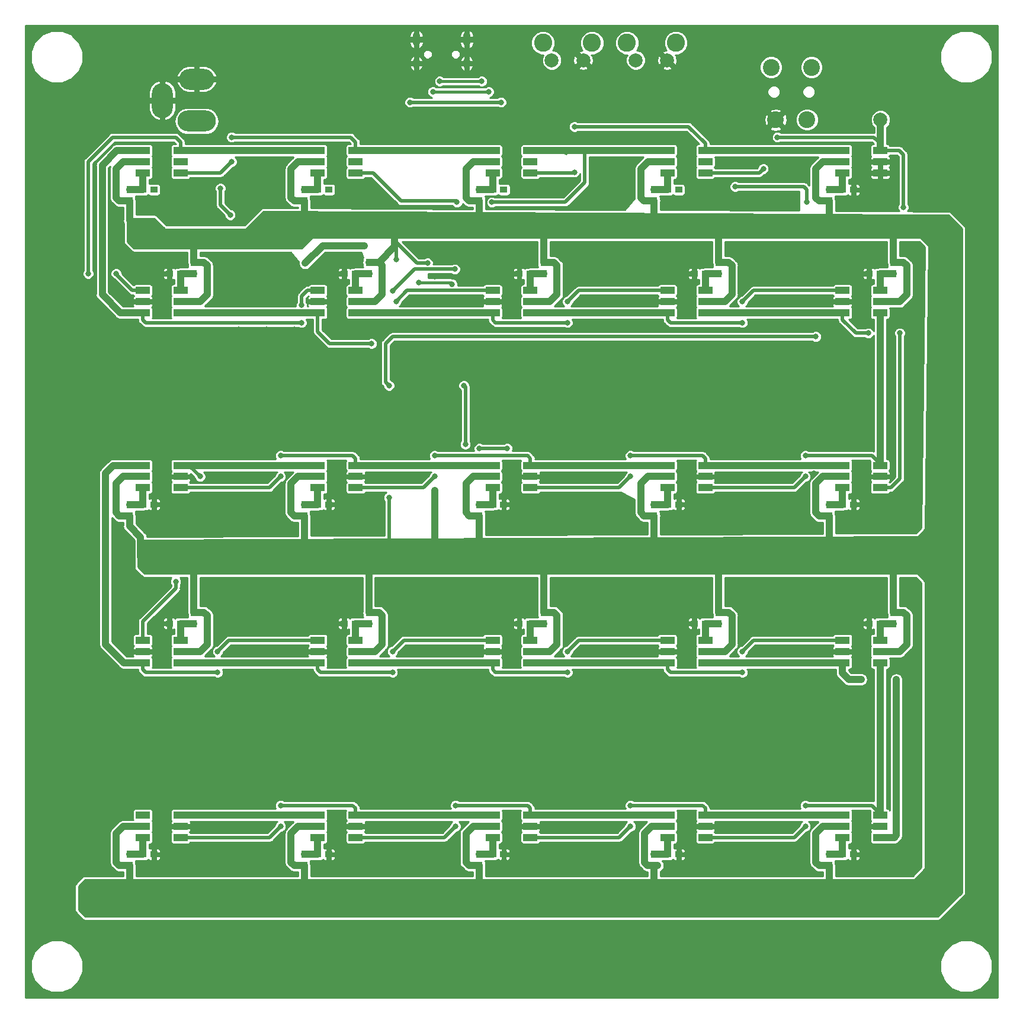
<source format=gbl>
G04 #@! TF.GenerationSoftware,KiCad,Pcbnew,(5.0.0)*
G04 #@! TF.CreationDate,2018-09-01T12:46:00+09:00*
G04 #@! TF.ProjectId,LED_Board,4C45445F426F6172642E6B696361645F,rev?*
G04 #@! TF.SameCoordinates,PX4c4b400PY1312d00*
G04 #@! TF.FileFunction,Copper,L2,Bot,Signal*
G04 #@! TF.FilePolarity,Positive*
%FSLAX46Y46*%
G04 Gerber Fmt 4.6, Leading zero omitted, Abs format (unit mm)*
G04 Created by KiCad (PCBNEW (5.0.0)) date 09/01/18 12:46:00*
%MOMM*%
%LPD*%
G01*
G04 APERTURE LIST*
G04 #@! TA.AperFunction,SMDPad,CuDef*
%ADD10R,2.000000X1.000000*%
G04 #@! TD*
G04 #@! TA.AperFunction,SMDPad,CuDef*
%ADD11R,1.000000X0.900000*%
G04 #@! TD*
G04 #@! TA.AperFunction,ComponentPad*
%ADD12O,1.050000X1.600000*%
G04 #@! TD*
G04 #@! TA.AperFunction,ComponentPad*
%ADD13O,1.090000X2.000000*%
G04 #@! TD*
G04 #@! TA.AperFunction,ComponentPad*
%ADD14O,5.000000X3.000000*%
G04 #@! TD*
G04 #@! TA.AperFunction,ComponentPad*
%ADD15O,5.500000X3.000000*%
G04 #@! TD*
G04 #@! TA.AperFunction,ComponentPad*
%ADD16O,3.000000X5.000000*%
G04 #@! TD*
G04 #@! TA.AperFunction,ComponentPad*
%ADD17C,2.400000*%
G04 #@! TD*
G04 #@! TA.AperFunction,SMDPad,CuDef*
%ADD18R,0.900000X1.000000*%
G04 #@! TD*
G04 #@! TA.AperFunction,ComponentPad*
%ADD19C,2.000000*%
G04 #@! TD*
G04 #@! TA.AperFunction,ComponentPad*
%ADD20C,2.600000*%
G04 #@! TD*
G04 #@! TA.AperFunction,BGAPad,CuDef*
%ADD21C,2.000000*%
G04 #@! TD*
G04 #@! TA.AperFunction,ViaPad*
%ADD22C,0.800000*%
G04 #@! TD*
G04 #@! TA.AperFunction,Conductor*
%ADD23C,1.000000*%
G04 #@! TD*
G04 #@! TA.AperFunction,Conductor*
%ADD24C,0.500000*%
G04 #@! TD*
G04 #@! TA.AperFunction,Conductor*
%ADD25C,0.400000*%
G04 #@! TD*
G04 #@! TA.AperFunction,Conductor*
%ADD26C,0.254000*%
G04 #@! TD*
G04 APERTURE END LIST*
D10*
G04 #@! TO.P,LED8,4*
G04 #@! TO.N,Net-(LED7-Pad3)*
X67300000Y-41600000D03*
G04 #@! TO.P,LED8,5*
G04 #@! TO.N,GND*
X67300000Y-40000000D03*
G04 #@! TO.P,LED8,6*
G04 #@! TO.N,Net-(LED6-Pad3)*
X67300000Y-38400000D03*
G04 #@! TO.P,LED8,3*
G04 #@! TO.N,Net-(LED10-Pad6)*
X72700000Y-41600000D03*
G04 #@! TO.P,LED8,2*
G04 #@! TO.N,+5V*
X72700000Y-40000000D03*
G04 #@! TO.P,LED8,1*
G04 #@! TO.N,Net-(C33-Pad1)*
X72700000Y-38400000D03*
G04 #@! TD*
D11*
G04 #@! TO.P,C26,2*
G04 #@! TO.N,GND*
X118900000Y-24000000D03*
G04 #@! TO.P,C26,1*
G04 #@! TO.N,Net-(C26-Pad1)*
X117300000Y-24000000D03*
G04 #@! TD*
G04 #@! TO.P,C27,2*
G04 #@! TO.N,N/C*
X93900000Y-24000000D03*
G04 #@! TO.P,C27,1*
G04 #@! TO.N,Net-(C27-Pad1)*
X92300000Y-24000000D03*
G04 #@! TD*
G04 #@! TO.P,C28,2*
G04 #@! TO.N,N/C*
X68900000Y-24000000D03*
G04 #@! TO.P,C28,1*
G04 #@! TO.N,Net-(C28-Pad1)*
X67300000Y-24000000D03*
G04 #@! TD*
G04 #@! TO.P,C29,2*
G04 #@! TO.N,N/C*
X43900000Y-24000000D03*
G04 #@! TO.P,C29,1*
G04 #@! TO.N,Net-(C29-Pad1)*
X42300000Y-24000000D03*
G04 #@! TD*
G04 #@! TO.P,C30,2*
G04 #@! TO.N,N/C*
X18900000Y-24000000D03*
G04 #@! TO.P,C30,1*
G04 #@! TO.N,Net-(C30-Pad1)*
X17300000Y-24000000D03*
G04 #@! TD*
G04 #@! TO.P,C31,2*
G04 #@! TO.N,GND*
X21100000Y-36000000D03*
G04 #@! TO.P,C31,1*
G04 #@! TO.N,Net-(C31-Pad1)*
X22700000Y-36000000D03*
G04 #@! TD*
G04 #@! TO.P,C32,2*
G04 #@! TO.N,GND*
X46100000Y-36000000D03*
G04 #@! TO.P,C32,1*
G04 #@! TO.N,Net-(C32-Pad1)*
X47700000Y-36000000D03*
G04 #@! TD*
G04 #@! TO.P,C33,2*
G04 #@! TO.N,GND*
X71100000Y-36000000D03*
G04 #@! TO.P,C33,1*
G04 #@! TO.N,Net-(C33-Pad1)*
X72700000Y-36000000D03*
G04 #@! TD*
G04 #@! TO.P,C34,2*
G04 #@! TO.N,GND*
X96100000Y-36000000D03*
G04 #@! TO.P,C34,1*
G04 #@! TO.N,Net-(C34-Pad1)*
X97700000Y-36000000D03*
G04 #@! TD*
G04 #@! TO.P,C35,2*
G04 #@! TO.N,GND*
X121100000Y-36000000D03*
G04 #@! TO.P,C35,1*
G04 #@! TO.N,Net-(C35-Pad1)*
X122700000Y-36000000D03*
G04 #@! TD*
G04 #@! TO.P,C36,2*
G04 #@! TO.N,GND*
X118900000Y-69000000D03*
G04 #@! TO.P,C36,1*
G04 #@! TO.N,Net-(C36-Pad1)*
X117300000Y-69000000D03*
G04 #@! TD*
G04 #@! TO.P,C37,2*
G04 #@! TO.N,GND*
X93900000Y-69000000D03*
G04 #@! TO.P,C37,1*
G04 #@! TO.N,Net-(C37-Pad1)*
X92300000Y-69000000D03*
G04 #@! TD*
G04 #@! TO.P,C38,2*
G04 #@! TO.N,GND*
X68900000Y-69000000D03*
G04 #@! TO.P,C38,1*
G04 #@! TO.N,Net-(C38-Pad1)*
X67300000Y-69000000D03*
G04 #@! TD*
G04 #@! TO.P,C39,2*
G04 #@! TO.N,GND*
X43900000Y-69000000D03*
G04 #@! TO.P,C39,1*
G04 #@! TO.N,Net-(C39-Pad1)*
X42300000Y-69000000D03*
G04 #@! TD*
G04 #@! TO.P,C40,2*
G04 #@! TO.N,GND*
X18900000Y-69000000D03*
G04 #@! TO.P,C40,1*
G04 #@! TO.N,Net-(C40-Pad1)*
X17300000Y-69000000D03*
G04 #@! TD*
G04 #@! TO.P,C41,2*
G04 #@! TO.N,GND*
X21100000Y-86000000D03*
G04 #@! TO.P,C41,1*
G04 #@! TO.N,Net-(C41-Pad1)*
X22700000Y-86000000D03*
G04 #@! TD*
G04 #@! TO.P,C42,2*
G04 #@! TO.N,GND*
X46100000Y-86000000D03*
G04 #@! TO.P,C42,1*
G04 #@! TO.N,Net-(C42-Pad1)*
X47700000Y-86000000D03*
G04 #@! TD*
G04 #@! TO.P,C43,2*
G04 #@! TO.N,GND*
X71100000Y-86000000D03*
G04 #@! TO.P,C43,1*
G04 #@! TO.N,Net-(C43-Pad1)*
X72700000Y-86000000D03*
G04 #@! TD*
G04 #@! TO.P,C44,2*
G04 #@! TO.N,GND*
X96100000Y-86000000D03*
G04 #@! TO.P,C44,1*
G04 #@! TO.N,Net-(C44-Pad1)*
X97700000Y-86000000D03*
G04 #@! TD*
G04 #@! TO.P,C45,2*
G04 #@! TO.N,GND*
X121100000Y-86000000D03*
G04 #@! TO.P,C45,1*
G04 #@! TO.N,Net-(C45-Pad1)*
X122700000Y-86000000D03*
G04 #@! TD*
G04 #@! TO.P,C46,2*
G04 #@! TO.N,GND*
X118900000Y-119000000D03*
G04 #@! TO.P,C46,1*
G04 #@! TO.N,Net-(C46-Pad1)*
X117300000Y-119000000D03*
G04 #@! TD*
G04 #@! TO.P,C47,2*
G04 #@! TO.N,GND*
X93900000Y-119000000D03*
G04 #@! TO.P,C47,1*
G04 #@! TO.N,Net-(C47-Pad1)*
X92300000Y-119000000D03*
G04 #@! TD*
G04 #@! TO.P,C48,2*
G04 #@! TO.N,GND*
X68900000Y-119000000D03*
G04 #@! TO.P,C48,1*
G04 #@! TO.N,Net-(C48-Pad1)*
X67300000Y-119000000D03*
G04 #@! TD*
G04 #@! TO.P,C49,2*
G04 #@! TO.N,GND*
X43900000Y-119000000D03*
G04 #@! TO.P,C49,1*
G04 #@! TO.N,Net-(C49-Pad1)*
X42300000Y-119000000D03*
G04 #@! TD*
G04 #@! TO.P,C50,2*
G04 #@! TO.N,GND*
X18900000Y-119000000D03*
G04 #@! TO.P,C50,1*
G04 #@! TO.N,Net-(C50-Pad1)*
X17300000Y-119000000D03*
G04 #@! TD*
D12*
G04 #@! TO.P,CN2,6*
G04 #@! TO.N,GND*
X63600000Y-5950000D03*
X56400000Y-5950000D03*
D13*
X63600000Y-2500000D03*
X56400000Y-2500000D03*
G04 #@! TD*
D14*
G04 #@! TO.P,J1,2*
G04 #@! TO.N,GND*
X25000000Y-8200000D03*
D15*
G04 #@! TO.P,J1,1*
G04 #@! TO.N,Net-(F1-Pad1)*
X25000000Y-14200000D03*
D16*
G04 #@! TO.P,J1,3*
G04 #@! TO.N,GND*
X20100000Y-11250000D03*
G04 #@! TD*
D17*
G04 #@! TO.P,J2,4*
G04 #@! TO.N,Net-(J2-Pad2)*
X112900000Y-6500000D03*
X107100000Y-6500000D03*
G04 #@! TO.P,J2,2*
X112250000Y-14000000D03*
G04 #@! TO.P,J2,3*
G04 #@! TO.N,GND*
X107750000Y-14000000D03*
G04 #@! TD*
D10*
G04 #@! TO.P,LED1,4*
G04 #@! TO.N,/LED/DIN*
X122700000Y-18400000D03*
G04 #@! TO.P,LED1,5*
G04 #@! TO.N,GND*
X122700000Y-20000000D03*
G04 #@! TO.P,LED1,6*
X122700000Y-21600000D03*
G04 #@! TO.P,LED1,3*
G04 #@! TO.N,Net-(LED1-Pad3)*
X117300000Y-18400000D03*
G04 #@! TO.P,LED1,2*
G04 #@! TO.N,+5V*
X117300000Y-20000000D03*
G04 #@! TO.P,LED1,1*
G04 #@! TO.N,Net-(C26-Pad1)*
X117300000Y-21600000D03*
G04 #@! TD*
G04 #@! TO.P,LED2,4*
G04 #@! TO.N,Net-(LED1-Pad3)*
X97700000Y-18400000D03*
G04 #@! TO.P,LED2,5*
G04 #@! TO.N,N/C*
X97700000Y-20000000D03*
G04 #@! TO.P,LED2,6*
G04 #@! TO.N,/LED/DIN*
X97700000Y-21600000D03*
G04 #@! TO.P,LED2,3*
G04 #@! TO.N,Net-(LED2-Pad3)*
X92300000Y-18400000D03*
G04 #@! TO.P,LED2,2*
G04 #@! TO.N,+5V*
X92300000Y-20000000D03*
G04 #@! TO.P,LED2,1*
G04 #@! TO.N,Net-(C27-Pad1)*
X92300000Y-21600000D03*
G04 #@! TD*
G04 #@! TO.P,LED3,4*
G04 #@! TO.N,Net-(LED2-Pad3)*
X72700000Y-18400000D03*
G04 #@! TO.P,LED3,5*
G04 #@! TO.N,N/C*
X72700000Y-20000000D03*
G04 #@! TO.P,LED3,6*
G04 #@! TO.N,Net-(LED1-Pad3)*
X72700000Y-21600000D03*
G04 #@! TO.P,LED3,3*
G04 #@! TO.N,Net-(LED3-Pad3)*
X67300000Y-18400000D03*
G04 #@! TO.P,LED3,2*
G04 #@! TO.N,+5V*
X67300000Y-20000000D03*
G04 #@! TO.P,LED3,1*
G04 #@! TO.N,Net-(C28-Pad1)*
X67300000Y-21600000D03*
G04 #@! TD*
G04 #@! TO.P,LED4,4*
G04 #@! TO.N,Net-(LED3-Pad3)*
X47700000Y-18400000D03*
G04 #@! TO.P,LED4,5*
G04 #@! TO.N,N/C*
X47700000Y-20000000D03*
G04 #@! TO.P,LED4,6*
G04 #@! TO.N,Net-(LED2-Pad3)*
X47700000Y-21600000D03*
G04 #@! TO.P,LED4,3*
G04 #@! TO.N,Net-(LED4-Pad3)*
X42300000Y-18400000D03*
G04 #@! TO.P,LED4,2*
G04 #@! TO.N,+5V*
X42300000Y-20000000D03*
G04 #@! TO.P,LED4,1*
G04 #@! TO.N,Net-(C29-Pad1)*
X42300000Y-21600000D03*
G04 #@! TD*
G04 #@! TO.P,LED5,4*
G04 #@! TO.N,Net-(LED4-Pad3)*
X22700000Y-18400000D03*
G04 #@! TO.P,LED5,5*
G04 #@! TO.N,N/C*
X22700000Y-20000000D03*
G04 #@! TO.P,LED5,6*
G04 #@! TO.N,Net-(LED3-Pad3)*
X22700000Y-21600000D03*
G04 #@! TO.P,LED5,3*
G04 #@! TO.N,Net-(LED5-Pad3)*
X17300000Y-18400000D03*
G04 #@! TO.P,LED5,2*
G04 #@! TO.N,+5V*
X17300000Y-20000000D03*
G04 #@! TO.P,LED5,1*
G04 #@! TO.N,Net-(C30-Pad1)*
X17300000Y-21600000D03*
G04 #@! TD*
G04 #@! TO.P,LED6,4*
G04 #@! TO.N,Net-(LED5-Pad3)*
X17300000Y-41600000D03*
G04 #@! TO.P,LED6,5*
G04 #@! TO.N,GND*
X17300000Y-40000000D03*
G04 #@! TO.P,LED6,6*
G04 #@! TO.N,Net-(LED4-Pad3)*
X17300000Y-38400000D03*
G04 #@! TO.P,LED6,3*
G04 #@! TO.N,Net-(LED6-Pad3)*
X22700000Y-41600000D03*
G04 #@! TO.P,LED6,2*
G04 #@! TO.N,+5V*
X22700000Y-40000000D03*
G04 #@! TO.P,LED6,1*
G04 #@! TO.N,Net-(C31-Pad1)*
X22700000Y-38400000D03*
G04 #@! TD*
G04 #@! TO.P,LED7,4*
G04 #@! TO.N,Net-(LED6-Pad3)*
X42300000Y-41600000D03*
G04 #@! TO.P,LED7,5*
G04 #@! TO.N,GND*
X42300000Y-40000000D03*
G04 #@! TO.P,LED7,6*
G04 #@! TO.N,Net-(LED5-Pad3)*
X42300000Y-38400000D03*
G04 #@! TO.P,LED7,3*
G04 #@! TO.N,Net-(LED7-Pad3)*
X47700000Y-41600000D03*
G04 #@! TO.P,LED7,2*
G04 #@! TO.N,+5V*
X47700000Y-40000000D03*
G04 #@! TO.P,LED7,1*
G04 #@! TO.N,Net-(C32-Pad1)*
X47700000Y-38400000D03*
G04 #@! TD*
G04 #@! TO.P,LED9,4*
G04 #@! TO.N,Net-(LED10-Pad6)*
X92300000Y-41600000D03*
G04 #@! TO.P,LED9,5*
G04 #@! TO.N,GND*
X92300000Y-40000000D03*
G04 #@! TO.P,LED9,6*
G04 #@! TO.N,Net-(LED7-Pad3)*
X92300000Y-38400000D03*
G04 #@! TO.P,LED9,3*
G04 #@! TO.N,Net-(LED10-Pad4)*
X97700000Y-41600000D03*
G04 #@! TO.P,LED9,2*
G04 #@! TO.N,+5V*
X97700000Y-40000000D03*
G04 #@! TO.P,LED9,1*
G04 #@! TO.N,Net-(C34-Pad1)*
X97700000Y-38400000D03*
G04 #@! TD*
G04 #@! TO.P,LED10,4*
G04 #@! TO.N,Net-(LED10-Pad4)*
X117300000Y-41600000D03*
G04 #@! TO.P,LED10,5*
G04 #@! TO.N,GND*
X117300000Y-40000000D03*
G04 #@! TO.P,LED10,6*
G04 #@! TO.N,Net-(LED10-Pad6)*
X117300000Y-38400000D03*
G04 #@! TO.P,LED10,3*
G04 #@! TO.N,Net-(LED10-Pad3)*
X122700000Y-41600000D03*
G04 #@! TO.P,LED10,2*
G04 #@! TO.N,+5V*
X122700000Y-40000000D03*
G04 #@! TO.P,LED10,1*
G04 #@! TO.N,Net-(C35-Pad1)*
X122700000Y-38400000D03*
G04 #@! TD*
G04 #@! TO.P,LED11,4*
G04 #@! TO.N,Net-(LED10-Pad3)*
X122700000Y-63400000D03*
G04 #@! TO.P,LED11,5*
G04 #@! TO.N,GND*
X122700000Y-65000000D03*
G04 #@! TO.P,LED11,6*
G04 #@! TO.N,Net-(LED10-Pad4)*
X122700000Y-66600000D03*
G04 #@! TO.P,LED11,3*
G04 #@! TO.N,Net-(LED11-Pad3)*
X117300000Y-63400000D03*
G04 #@! TO.P,LED11,2*
G04 #@! TO.N,+5V*
X117300000Y-65000000D03*
G04 #@! TO.P,LED11,1*
G04 #@! TO.N,Net-(C36-Pad1)*
X117300000Y-66600000D03*
G04 #@! TD*
G04 #@! TO.P,LED12,4*
G04 #@! TO.N,Net-(LED11-Pad3)*
X97700000Y-63400000D03*
G04 #@! TO.P,LED12,5*
G04 #@! TO.N,GND*
X97700000Y-65000000D03*
G04 #@! TO.P,LED12,6*
G04 #@! TO.N,Net-(LED10-Pad3)*
X97700000Y-66600000D03*
G04 #@! TO.P,LED12,3*
G04 #@! TO.N,Net-(LED12-Pad3)*
X92300000Y-63400000D03*
G04 #@! TO.P,LED12,2*
G04 #@! TO.N,+5V*
X92300000Y-65000000D03*
G04 #@! TO.P,LED12,1*
G04 #@! TO.N,Net-(C37-Pad1)*
X92300000Y-66600000D03*
G04 #@! TD*
G04 #@! TO.P,LED13,4*
G04 #@! TO.N,Net-(LED12-Pad3)*
X72700000Y-63400000D03*
G04 #@! TO.P,LED13,5*
G04 #@! TO.N,GND*
X72700000Y-65000000D03*
G04 #@! TO.P,LED13,6*
G04 #@! TO.N,Net-(LED11-Pad3)*
X72700000Y-66600000D03*
G04 #@! TO.P,LED13,3*
G04 #@! TO.N,Net-(LED13-Pad3)*
X67300000Y-63400000D03*
G04 #@! TO.P,LED13,2*
G04 #@! TO.N,+5V*
X67300000Y-65000000D03*
G04 #@! TO.P,LED13,1*
G04 #@! TO.N,Net-(C38-Pad1)*
X67300000Y-66600000D03*
G04 #@! TD*
G04 #@! TO.P,LED14,4*
G04 #@! TO.N,Net-(LED13-Pad3)*
X47700000Y-63400000D03*
G04 #@! TO.P,LED14,5*
G04 #@! TO.N,GND*
X47700000Y-65000000D03*
G04 #@! TO.P,LED14,6*
G04 #@! TO.N,Net-(LED12-Pad3)*
X47700000Y-66600000D03*
G04 #@! TO.P,LED14,3*
G04 #@! TO.N,Net-(LED14-Pad3)*
X42300000Y-63400000D03*
G04 #@! TO.P,LED14,2*
G04 #@! TO.N,+5V*
X42300000Y-65000000D03*
G04 #@! TO.P,LED14,1*
G04 #@! TO.N,Net-(C39-Pad1)*
X42300000Y-66600000D03*
G04 #@! TD*
G04 #@! TO.P,LED15,4*
G04 #@! TO.N,Net-(LED14-Pad3)*
X22700000Y-63400000D03*
G04 #@! TO.P,LED15,5*
G04 #@! TO.N,GND*
X22700000Y-65000000D03*
G04 #@! TO.P,LED15,6*
G04 #@! TO.N,Net-(LED13-Pad3)*
X22700000Y-66600000D03*
G04 #@! TO.P,LED15,3*
G04 #@! TO.N,Net-(LED15-Pad3)*
X17300000Y-63400000D03*
G04 #@! TO.P,LED15,2*
G04 #@! TO.N,+5V*
X17300000Y-65000000D03*
G04 #@! TO.P,LED15,1*
G04 #@! TO.N,Net-(C40-Pad1)*
X17300000Y-66600000D03*
G04 #@! TD*
G04 #@! TO.P,LED16,4*
G04 #@! TO.N,Net-(LED15-Pad3)*
X17300000Y-91600000D03*
G04 #@! TO.P,LED16,5*
G04 #@! TO.N,GND*
X17300000Y-90000000D03*
G04 #@! TO.P,LED16,6*
G04 #@! TO.N,Net-(LED14-Pad3)*
X17300000Y-88400000D03*
G04 #@! TO.P,LED16,3*
G04 #@! TO.N,Net-(LED16-Pad3)*
X22700000Y-91600000D03*
G04 #@! TO.P,LED16,2*
G04 #@! TO.N,+5V*
X22700000Y-90000000D03*
G04 #@! TO.P,LED16,1*
G04 #@! TO.N,Net-(C41-Pad1)*
X22700000Y-88400000D03*
G04 #@! TD*
G04 #@! TO.P,LED17,4*
G04 #@! TO.N,Net-(LED16-Pad3)*
X42300000Y-91600000D03*
G04 #@! TO.P,LED17,5*
G04 #@! TO.N,GND*
X42300000Y-90000000D03*
G04 #@! TO.P,LED17,6*
G04 #@! TO.N,Net-(LED15-Pad3)*
X42300000Y-88400000D03*
G04 #@! TO.P,LED17,3*
G04 #@! TO.N,Net-(LED17-Pad3)*
X47700000Y-91600000D03*
G04 #@! TO.P,LED17,2*
G04 #@! TO.N,+5V*
X47700000Y-90000000D03*
G04 #@! TO.P,LED17,1*
G04 #@! TO.N,Net-(C42-Pad1)*
X47700000Y-88400000D03*
G04 #@! TD*
G04 #@! TO.P,LED18,4*
G04 #@! TO.N,Net-(LED17-Pad3)*
X67300000Y-91600000D03*
G04 #@! TO.P,LED18,5*
G04 #@! TO.N,GND*
X67300000Y-90000000D03*
G04 #@! TO.P,LED18,6*
G04 #@! TO.N,Net-(LED16-Pad3)*
X67300000Y-88400000D03*
G04 #@! TO.P,LED18,3*
G04 #@! TO.N,Net-(LED18-Pad3)*
X72700000Y-91600000D03*
G04 #@! TO.P,LED18,2*
G04 #@! TO.N,+5V*
X72700000Y-90000000D03*
G04 #@! TO.P,LED18,1*
G04 #@! TO.N,Net-(C43-Pad1)*
X72700000Y-88400000D03*
G04 #@! TD*
G04 #@! TO.P,LED19,4*
G04 #@! TO.N,Net-(LED18-Pad3)*
X92300000Y-91600000D03*
G04 #@! TO.P,LED19,5*
G04 #@! TO.N,GND*
X92300000Y-90000000D03*
G04 #@! TO.P,LED19,6*
G04 #@! TO.N,Net-(LED17-Pad3)*
X92300000Y-88400000D03*
G04 #@! TO.P,LED19,3*
G04 #@! TO.N,Net-(LED19-Pad3)*
X97700000Y-91600000D03*
G04 #@! TO.P,LED19,2*
G04 #@! TO.N,+5V*
X97700000Y-90000000D03*
G04 #@! TO.P,LED19,1*
G04 #@! TO.N,Net-(C44-Pad1)*
X97700000Y-88400000D03*
G04 #@! TD*
G04 #@! TO.P,LED20,4*
G04 #@! TO.N,Net-(LED19-Pad3)*
X117300000Y-91600000D03*
G04 #@! TO.P,LED20,5*
G04 #@! TO.N,GND*
X117300000Y-90000000D03*
G04 #@! TO.P,LED20,6*
G04 #@! TO.N,Net-(LED18-Pad3)*
X117300000Y-88400000D03*
G04 #@! TO.P,LED20,3*
G04 #@! TO.N,Net-(LED20-Pad3)*
X122700000Y-91600000D03*
G04 #@! TO.P,LED20,2*
G04 #@! TO.N,+5V*
X122700000Y-90000000D03*
G04 #@! TO.P,LED20,1*
G04 #@! TO.N,Net-(C45-Pad1)*
X122700000Y-88400000D03*
G04 #@! TD*
G04 #@! TO.P,LED21,4*
G04 #@! TO.N,Net-(LED20-Pad3)*
X122700000Y-113400000D03*
G04 #@! TO.P,LED21,5*
G04 #@! TO.N,GND*
X122700000Y-115000000D03*
G04 #@! TO.P,LED21,6*
G04 #@! TO.N,Net-(LED19-Pad3)*
X122700000Y-116600000D03*
G04 #@! TO.P,LED21,3*
G04 #@! TO.N,Net-(LED21-Pad3)*
X117300000Y-113400000D03*
G04 #@! TO.P,LED21,2*
G04 #@! TO.N,+5V*
X117300000Y-115000000D03*
G04 #@! TO.P,LED21,1*
G04 #@! TO.N,Net-(C46-Pad1)*
X117300000Y-116600000D03*
G04 #@! TD*
G04 #@! TO.P,LED22,4*
G04 #@! TO.N,Net-(LED21-Pad3)*
X97700000Y-113400000D03*
G04 #@! TO.P,LED22,5*
G04 #@! TO.N,GND*
X97700000Y-115000000D03*
G04 #@! TO.P,LED22,6*
G04 #@! TO.N,Net-(LED20-Pad3)*
X97700000Y-116600000D03*
G04 #@! TO.P,LED22,3*
G04 #@! TO.N,Net-(LED22-Pad3)*
X92300000Y-113400000D03*
G04 #@! TO.P,LED22,2*
G04 #@! TO.N,+5V*
X92300000Y-115000000D03*
G04 #@! TO.P,LED22,1*
G04 #@! TO.N,Net-(C47-Pad1)*
X92300000Y-116600000D03*
G04 #@! TD*
G04 #@! TO.P,LED23,4*
G04 #@! TO.N,Net-(LED22-Pad3)*
X72700000Y-113400000D03*
G04 #@! TO.P,LED23,5*
G04 #@! TO.N,GND*
X72700000Y-115000000D03*
G04 #@! TO.P,LED23,6*
G04 #@! TO.N,Net-(LED21-Pad3)*
X72700000Y-116600000D03*
G04 #@! TO.P,LED23,3*
G04 #@! TO.N,Net-(LED23-Pad3)*
X67300000Y-113400000D03*
G04 #@! TO.P,LED23,2*
G04 #@! TO.N,+5V*
X67300000Y-115000000D03*
G04 #@! TO.P,LED23,1*
G04 #@! TO.N,Net-(C48-Pad1)*
X67300000Y-116600000D03*
G04 #@! TD*
G04 #@! TO.P,LED24,4*
G04 #@! TO.N,Net-(LED23-Pad3)*
X47700000Y-113400000D03*
G04 #@! TO.P,LED24,5*
G04 #@! TO.N,GND*
X47700000Y-115000000D03*
G04 #@! TO.P,LED24,6*
G04 #@! TO.N,Net-(LED22-Pad3)*
X47700000Y-116600000D03*
G04 #@! TO.P,LED24,3*
G04 #@! TO.N,Net-(LED24-Pad3)*
X42300000Y-113400000D03*
G04 #@! TO.P,LED24,2*
G04 #@! TO.N,+5V*
X42300000Y-115000000D03*
G04 #@! TO.P,LED24,1*
G04 #@! TO.N,Net-(C49-Pad1)*
X42300000Y-116600000D03*
G04 #@! TD*
G04 #@! TO.P,LED25,4*
G04 #@! TO.N,Net-(LED24-Pad3)*
X22700000Y-113400000D03*
G04 #@! TO.P,LED25,5*
G04 #@! TO.N,GND*
X22700000Y-115000000D03*
G04 #@! TO.P,LED25,6*
G04 #@! TO.N,Net-(LED23-Pad3)*
X22700000Y-116600000D03*
G04 #@! TO.P,LED25,3*
G04 #@! TO.N,N/C*
X17300000Y-113400000D03*
G04 #@! TO.P,LED25,2*
G04 #@! TO.N,+5V*
X17300000Y-115000000D03*
G04 #@! TO.P,LED25,1*
G04 #@! TO.N,Net-(C50-Pad1)*
X17300000Y-116600000D03*
G04 #@! TD*
D18*
G04 #@! TO.P,R37,2*
G04 #@! TO.N,Net-(C26-Pad1)*
X115400000Y-24000000D03*
G04 #@! TO.P,R37,1*
G04 #@! TO.N,+5V*
X115400000Y-25600000D03*
G04 #@! TD*
G04 #@! TO.P,R38,2*
G04 #@! TO.N,Net-(C27-Pad1)*
X90400000Y-24000000D03*
G04 #@! TO.P,R38,1*
G04 #@! TO.N,+5V*
X90400000Y-25600000D03*
G04 #@! TD*
G04 #@! TO.P,R39,2*
G04 #@! TO.N,Net-(C28-Pad1)*
X65400000Y-24000000D03*
G04 #@! TO.P,R39,1*
G04 #@! TO.N,+5V*
X65400000Y-25600000D03*
G04 #@! TD*
G04 #@! TO.P,R40,2*
G04 #@! TO.N,Net-(C29-Pad1)*
X40400000Y-24000000D03*
G04 #@! TO.P,R40,1*
G04 #@! TO.N,+5V*
X40400000Y-25600000D03*
G04 #@! TD*
G04 #@! TO.P,R41,2*
G04 #@! TO.N,Net-(C30-Pad1)*
X15400000Y-24000000D03*
G04 #@! TO.P,R41,1*
G04 #@! TO.N,+5V*
X15400000Y-25600000D03*
G04 #@! TD*
G04 #@! TO.P,R42,2*
G04 #@! TO.N,Net-(C31-Pad1)*
X24600000Y-36000000D03*
G04 #@! TO.P,R42,1*
G04 #@! TO.N,+5V*
X24600000Y-34400000D03*
G04 #@! TD*
G04 #@! TO.P,R43,2*
G04 #@! TO.N,Net-(C32-Pad1)*
X49600000Y-36000000D03*
G04 #@! TO.P,R43,1*
G04 #@! TO.N,+5V*
X49600000Y-34400000D03*
G04 #@! TD*
G04 #@! TO.P,R44,2*
G04 #@! TO.N,Net-(C33-Pad1)*
X74600000Y-36000000D03*
G04 #@! TO.P,R44,1*
G04 #@! TO.N,+5V*
X74600000Y-34400000D03*
G04 #@! TD*
G04 #@! TO.P,R45,2*
G04 #@! TO.N,Net-(C34-Pad1)*
X99600000Y-36000000D03*
G04 #@! TO.P,R45,1*
G04 #@! TO.N,+5V*
X99600000Y-34400000D03*
G04 #@! TD*
G04 #@! TO.P,R46,2*
G04 #@! TO.N,Net-(C35-Pad1)*
X124600000Y-36000000D03*
G04 #@! TO.P,R46,1*
G04 #@! TO.N,+5V*
X124600000Y-34400000D03*
G04 #@! TD*
G04 #@! TO.P,R47,2*
G04 #@! TO.N,Net-(C36-Pad1)*
X115400000Y-69000000D03*
G04 #@! TO.P,R47,1*
G04 #@! TO.N,+5V*
X115400000Y-70600000D03*
G04 #@! TD*
G04 #@! TO.P,R48,2*
G04 #@! TO.N,Net-(C37-Pad1)*
X90400000Y-69000000D03*
G04 #@! TO.P,R48,1*
G04 #@! TO.N,+5V*
X90400000Y-70600000D03*
G04 #@! TD*
G04 #@! TO.P,R49,2*
G04 #@! TO.N,Net-(C38-Pad1)*
X65400000Y-69000000D03*
G04 #@! TO.P,R49,1*
G04 #@! TO.N,+5V*
X65400000Y-70600000D03*
G04 #@! TD*
G04 #@! TO.P,R50,2*
G04 #@! TO.N,Net-(C39-Pad1)*
X40400000Y-69000000D03*
G04 #@! TO.P,R50,1*
G04 #@! TO.N,+5V*
X40400000Y-70600000D03*
G04 #@! TD*
G04 #@! TO.P,R51,2*
G04 #@! TO.N,Net-(C40-Pad1)*
X15400000Y-69000000D03*
G04 #@! TO.P,R51,1*
G04 #@! TO.N,+5V*
X15400000Y-70600000D03*
G04 #@! TD*
G04 #@! TO.P,R52,2*
G04 #@! TO.N,Net-(C41-Pad1)*
X24600000Y-86000000D03*
G04 #@! TO.P,R52,1*
G04 #@! TO.N,+5V*
X24600000Y-84400000D03*
G04 #@! TD*
G04 #@! TO.P,R53,2*
G04 #@! TO.N,Net-(C42-Pad1)*
X49600000Y-86000000D03*
G04 #@! TO.P,R53,1*
G04 #@! TO.N,+5V*
X49600000Y-84400000D03*
G04 #@! TD*
G04 #@! TO.P,R54,2*
G04 #@! TO.N,Net-(C43-Pad1)*
X74600000Y-86000000D03*
G04 #@! TO.P,R54,1*
G04 #@! TO.N,+5V*
X74600000Y-84400000D03*
G04 #@! TD*
G04 #@! TO.P,R55,2*
G04 #@! TO.N,Net-(C44-Pad1)*
X99600000Y-86000000D03*
G04 #@! TO.P,R55,1*
G04 #@! TO.N,+5V*
X99600000Y-84400000D03*
G04 #@! TD*
G04 #@! TO.P,R56,2*
G04 #@! TO.N,Net-(C45-Pad1)*
X124600000Y-86000000D03*
G04 #@! TO.P,R56,1*
G04 #@! TO.N,+5V*
X124600000Y-84400000D03*
G04 #@! TD*
G04 #@! TO.P,R57,2*
G04 #@! TO.N,Net-(C46-Pad1)*
X115400000Y-119000000D03*
G04 #@! TO.P,R57,1*
G04 #@! TO.N,+5V*
X115400000Y-120600000D03*
G04 #@! TD*
G04 #@! TO.P,R58,2*
G04 #@! TO.N,Net-(C47-Pad1)*
X90400000Y-119000000D03*
G04 #@! TO.P,R58,1*
G04 #@! TO.N,+5V*
X90400000Y-120600000D03*
G04 #@! TD*
G04 #@! TO.P,R59,2*
G04 #@! TO.N,Net-(C48-Pad1)*
X65400000Y-119000000D03*
G04 #@! TO.P,R59,1*
G04 #@! TO.N,+5V*
X65400000Y-120600000D03*
G04 #@! TD*
G04 #@! TO.P,R60,2*
G04 #@! TO.N,Net-(C49-Pad1)*
X40400000Y-119000000D03*
G04 #@! TO.P,R60,1*
G04 #@! TO.N,+5V*
X40400000Y-120600000D03*
G04 #@! TD*
G04 #@! TO.P,R61,2*
G04 #@! TO.N,Net-(C50-Pad1)*
X15400000Y-119000000D03*
G04 #@! TO.P,R61,1*
G04 #@! TO.N,+5V*
X15400000Y-120600000D03*
G04 #@! TD*
D19*
G04 #@! TO.P,SW1,2*
G04 #@! TO.N,PWR_SW*
X75750000Y-5500000D03*
G04 #@! TO.P,SW1,1*
G04 #@! TO.N,GND*
X80250000Y-5500000D03*
D20*
G04 #@! TO.P,SW1,*
G04 #@! TO.N,*
X74500000Y-3000000D03*
X81500000Y-3000000D03*
G04 #@! TD*
D19*
G04 #@! TO.P,SW2,2*
G04 #@! TO.N,Net-(R25-Pad2)*
X87750000Y-5500000D03*
G04 #@! TO.P,SW2,1*
G04 #@! TO.N,GND*
X92250000Y-5500000D03*
D20*
G04 #@! TO.P,SW2,*
G04 #@! TO.N,*
X86500000Y-3000000D03*
X93500000Y-3000000D03*
G04 #@! TD*
D21*
G04 #@! TO.P,,*
G04 #@! TO.N,/LED/DIN*
X122750000Y-14000000D03*
G04 #@! TD*
D22*
G04 #@! TO.N,+5V*
X27500000Y-76500000D03*
X59000000Y-67000000D03*
X52500000Y-68000000D03*
X53500000Y-34000000D03*
X117000000Y-29000000D03*
X103200000Y-30200000D03*
X69400000Y-76600000D03*
X69440000Y-75100000D03*
X75000000Y-76400000D03*
X75000000Y-75200000D03*
X27500000Y-75000000D03*
X53300000Y-29100000D03*
X53300000Y-27800000D03*
X72500000Y-28500000D03*
X72500000Y-30000000D03*
X9000000Y-123500000D03*
X10500000Y-123500000D03*
X12000000Y-123500000D03*
X9000000Y-125000000D03*
X10500000Y-125000000D03*
X12000000Y-125000000D03*
X12000000Y-126500000D03*
X10500000Y-126500000D03*
X9000000Y-126500000D03*
X85800000Y-28800000D03*
X85800000Y-27800000D03*
X58000000Y-34500000D03*
G04 #@! TO.N,GND*
X60000000Y-56500000D03*
X61500000Y-56500000D03*
X21000000Y-33500000D03*
X19000000Y-33500000D03*
X17000000Y-33500000D03*
X13500000Y-27500000D03*
X13500000Y-29000000D03*
X13500000Y-30500000D03*
X13500000Y-32000000D03*
X14500000Y-33500000D03*
X77000000Y-65000000D03*
X81000000Y-65000000D03*
X84500000Y-65000000D03*
X120000000Y-89000000D03*
X120000000Y-92000000D03*
X48000000Y-80000000D03*
X38000000Y-80000000D03*
X32000000Y-80000000D03*
X26000000Y-80000000D03*
X48000000Y-82000000D03*
X48000000Y-84000000D03*
X28000000Y-88000000D03*
X30000000Y-87000000D03*
X34000000Y-87000000D03*
X39000000Y-87000000D03*
X20000000Y-88000000D03*
X20000000Y-91000000D03*
X15000000Y-89000000D03*
X22000000Y-84000000D03*
X15000000Y-78000000D03*
X60000000Y-52000000D03*
X61500000Y-52000000D03*
X61500000Y-53500000D03*
X61500000Y-55000000D03*
X60000000Y-55000000D03*
X60000000Y-53500000D03*
X65000000Y-52000000D03*
X65000000Y-53500000D03*
X65000000Y-55000000D03*
X65000000Y-56500000D03*
X66000000Y-46500000D03*
X67600000Y-46600000D03*
X67000000Y-48000000D03*
X67000000Y-49500000D03*
X98000000Y-32000000D03*
X98000000Y-34000000D03*
X76500000Y-32500000D03*
X79000000Y-32000000D03*
X81500000Y-32000000D03*
X85000000Y-32000000D03*
X78000000Y-35000000D03*
X78000000Y-37500000D03*
X80500000Y-37000000D03*
X83500000Y-37000000D03*
X87500000Y-37000000D03*
X92000000Y-37000000D03*
X95000000Y-38500000D03*
X95000000Y-41500000D03*
X101500000Y-32500000D03*
X105500000Y-32000000D03*
X120000000Y-39500000D03*
X120000000Y-42500000D03*
X117000000Y-36500000D03*
X113000000Y-37000000D03*
X109500000Y-37000000D03*
X106000000Y-37000000D03*
X103500000Y-37500000D03*
X123000000Y-32500000D03*
X104000000Y-34500000D03*
X122000000Y-23500000D03*
X124500000Y-23500000D03*
X122000000Y-26500000D03*
X124500000Y-26500000D03*
X117500000Y-70500000D03*
X117500000Y-72500000D03*
X127500000Y-72000000D03*
X127500000Y-62000000D03*
X127500000Y-58000000D03*
X127500000Y-54000000D03*
X127500000Y-50000000D03*
X127500000Y-46000000D03*
X128000000Y-40000000D03*
X127500000Y-33000000D03*
X125500000Y-42500000D03*
X120000000Y-64000000D03*
X120000000Y-66000000D03*
X113500000Y-72500000D03*
X95000000Y-63500000D03*
X95000000Y-65500000D03*
X73500000Y-68500000D03*
X72500000Y-70500000D03*
X73500000Y-72500000D03*
X71000000Y-72500000D03*
X71000000Y-68500000D03*
X45000000Y-64000000D03*
X45000000Y-66500000D03*
X49000000Y-68000000D03*
X51000000Y-70500000D03*
X42000000Y-72500000D03*
X46000000Y-72500000D03*
X51000000Y-72500000D03*
X29000000Y-68000000D03*
X33500000Y-68000000D03*
X37000000Y-67000000D03*
X37000000Y-70000000D03*
X29000000Y-70500000D03*
X29000000Y-73000000D03*
X33500000Y-73000000D03*
X37000000Y-73000000D03*
X39000000Y-72500000D03*
X26000000Y-68000000D03*
X24000000Y-70000000D03*
X26000000Y-73000000D03*
X23000000Y-73000000D03*
X17500000Y-71000000D03*
X20000000Y-72500000D03*
X18000000Y-26500000D03*
X20000000Y-26500000D03*
X22000000Y-26500000D03*
X22000000Y-28000000D03*
X22000000Y-24500000D03*
X20000000Y-22000000D03*
X20000000Y-20000000D03*
X20000000Y-18000000D03*
X30500000Y-90000000D03*
X34500000Y-90000000D03*
X39000000Y-90000000D03*
X45000000Y-91500000D03*
X45000000Y-89000000D03*
X55500000Y-90000000D03*
X59500000Y-90000000D03*
X63500000Y-90000000D03*
X70000000Y-89000000D03*
X70000000Y-91500000D03*
X80500000Y-90000000D03*
X84500000Y-90000000D03*
X88500000Y-90000000D03*
X95000000Y-89000000D03*
X95000000Y-91500000D03*
X105500000Y-90000000D03*
X109500000Y-90000000D03*
X113500000Y-90000000D03*
X120000000Y-113500000D03*
X120000000Y-116000000D03*
X117500000Y-121000000D03*
X125500000Y-118000000D03*
X127000000Y-121000000D03*
X123500000Y-121000000D03*
X100500000Y-115000000D03*
X105000000Y-115000000D03*
X109500000Y-115000000D03*
X95000000Y-113500000D03*
X95000000Y-116000000D03*
X93000000Y-121000000D03*
X101000000Y-121000000D03*
X105000000Y-121000000D03*
X109000000Y-121000000D03*
X112000000Y-121000000D03*
X112000000Y-117000000D03*
X109000000Y-118000000D03*
X105000000Y-118000000D03*
X101000000Y-118000000D03*
X75500000Y-115000000D03*
X80500000Y-115000000D03*
X85000000Y-115000000D03*
X70000000Y-113500000D03*
X70000000Y-116000000D03*
X68000000Y-121000000D03*
X76000000Y-121000000D03*
X80000000Y-121000000D03*
X84000000Y-121000000D03*
X87000000Y-121000000D03*
X84000000Y-118000000D03*
X80000000Y-118000000D03*
X76000000Y-118000000D03*
X50500000Y-115000000D03*
X55000000Y-115000000D03*
X59500000Y-115000000D03*
X45000000Y-113500000D03*
X45000000Y-116000000D03*
X43000000Y-121000000D03*
X51000000Y-121000000D03*
X55000000Y-121000000D03*
X59000000Y-121000000D03*
X62000000Y-121000000D03*
X59000000Y-118000000D03*
X55000000Y-118000000D03*
X51000000Y-118000000D03*
X47000000Y-118000000D03*
X25500000Y-115000000D03*
X29500000Y-115000000D03*
X33500000Y-115000000D03*
X18000000Y-121000000D03*
X22000000Y-121000000D03*
X26000000Y-121000000D03*
X31000000Y-121000000D03*
X37000000Y-121000000D03*
X35000000Y-118000000D03*
X26000000Y-118000000D03*
X22000000Y-118000000D03*
X127500000Y-116000000D03*
X127500000Y-110000000D03*
X127500000Y-104000000D03*
X127500000Y-97500000D03*
X127500000Y-91500000D03*
X125500000Y-92000000D03*
X126500000Y-80500000D03*
X127000000Y-83000000D03*
X128000000Y-87000000D03*
X51000000Y-80000000D03*
X57000000Y-80000000D03*
X73000000Y-80000000D03*
X53000000Y-84000000D03*
X63000000Y-80000000D03*
X68000000Y-80000000D03*
X73000000Y-84000000D03*
X64000000Y-87000000D03*
X59500000Y-87000000D03*
X55000000Y-87000000D03*
X53000000Y-88000000D03*
X48500000Y-47000000D03*
X50500000Y-47000000D03*
X63000000Y-37000000D03*
X65500000Y-34500000D03*
X59000000Y-36450000D03*
X57500000Y-46500000D03*
X59000000Y-46500000D03*
X59000000Y-48000000D03*
X57500000Y-48000000D03*
X57500000Y-40000000D03*
X59000000Y-40000000D03*
X62500000Y-40000000D03*
X54000000Y-59500000D03*
X52000000Y-61500000D03*
X57500000Y-60500000D03*
X59500000Y-60500000D03*
X104500000Y-16500000D03*
X104500000Y-14500000D03*
X2500000Y-15000000D03*
X2500000Y-20000000D03*
X2500000Y-25000000D03*
X2500000Y-30000000D03*
X2500000Y-35000000D03*
X2500000Y-40000000D03*
X2500000Y-45000000D03*
X2500000Y-50000000D03*
X2500000Y-55000000D03*
X2500000Y-60000000D03*
X2500000Y-65000000D03*
X2500000Y-70000000D03*
X2500000Y-75000000D03*
X2500000Y-80000000D03*
X2500000Y-85000000D03*
X2500000Y-90000000D03*
X2500000Y-95000000D03*
X2500000Y-100000000D03*
X2500000Y-105000000D03*
X2500000Y-110000000D03*
X2500000Y-115000000D03*
X2500000Y-120000000D03*
X2500000Y-125000000D03*
X15000000Y-137500000D03*
X20000000Y-137500000D03*
X25000000Y-137500000D03*
X30000000Y-137500000D03*
X35000000Y-137500000D03*
X40000000Y-137500000D03*
X45000000Y-137500000D03*
X50000000Y-137500000D03*
X55000000Y-137500000D03*
X60000000Y-137500000D03*
X65000000Y-137500000D03*
X70000000Y-137500000D03*
X75000000Y-137500000D03*
X80000000Y-137500000D03*
X85000000Y-137500000D03*
X90000000Y-137500000D03*
X95000000Y-137500000D03*
X100000000Y-137500000D03*
X105000000Y-137500000D03*
X110000000Y-137500000D03*
X115000000Y-137500000D03*
X120000000Y-137500000D03*
X125000000Y-137500000D03*
X137500000Y-125000000D03*
X137500000Y-120000000D03*
X137500000Y-115000000D03*
X137500000Y-110000000D03*
X137500000Y-105000000D03*
X137500000Y-100000000D03*
X137500000Y-95000000D03*
X137500000Y-90000000D03*
X137500000Y-85000000D03*
X137500000Y-80000000D03*
X137500000Y-75000000D03*
X137500000Y-70000000D03*
X137500000Y-65000000D03*
X137500000Y-60000000D03*
X137500000Y-55000000D03*
X137500000Y-50000000D03*
X137500000Y-45000000D03*
X137500000Y-40000000D03*
X137500000Y-35000000D03*
X137500000Y-30000000D03*
X137500000Y-25000000D03*
X137500000Y-20000000D03*
X137500000Y-15000000D03*
X125000000Y-2500000D03*
X120000000Y-2500000D03*
X115000000Y-2500000D03*
X110000000Y-2500000D03*
X105500000Y-2500000D03*
X97000000Y-2500000D03*
X15000000Y-2500000D03*
X20000000Y-2500000D03*
X25000000Y-2500000D03*
X30000000Y-2500000D03*
X35000000Y-2500000D03*
X40000000Y-2500000D03*
X45000000Y-2500000D03*
X50000000Y-2500000D03*
X67500000Y-2500000D03*
X70000000Y-2500000D03*
X52500000Y-2500000D03*
X7500000Y-15000000D03*
X7500000Y-20000000D03*
X7500000Y-25000000D03*
X7500000Y-30000000D03*
X7500000Y-35000000D03*
X6000000Y-125000000D03*
X6000000Y-120000000D03*
X6000000Y-115000000D03*
X6000000Y-110000000D03*
X6000000Y-105000000D03*
X6000000Y-100000000D03*
X6000000Y-95000000D03*
X6000000Y-90000000D03*
X6000000Y-80000000D03*
X6000000Y-85000000D03*
X6000000Y-75000000D03*
X15000000Y-132500000D03*
X20000000Y-132500000D03*
X25000000Y-132500000D03*
X30000000Y-132500000D03*
X35000000Y-132500000D03*
X40000000Y-132500000D03*
X45000000Y-132500000D03*
X50000000Y-132500000D03*
X55000000Y-132500000D03*
X60000000Y-132500000D03*
X65000000Y-132500000D03*
X70000000Y-132500000D03*
X75000000Y-132500000D03*
X80000000Y-132500000D03*
X85000000Y-132500000D03*
X90000000Y-132500000D03*
X95000000Y-132500000D03*
X100000000Y-132500000D03*
X105000000Y-132500000D03*
X110000000Y-132500000D03*
X115000000Y-132500000D03*
X120000000Y-132500000D03*
X125000000Y-132500000D03*
X132500000Y-15000000D03*
X132500000Y-20000000D03*
X132500000Y-25000000D03*
X125000000Y-7500000D03*
X125000000Y-12500000D03*
X127500000Y-15000000D03*
X120000000Y-7500000D03*
X120000000Y-12500000D03*
X105000000Y-5000000D03*
X97500000Y-5000000D03*
X97500000Y-7500000D03*
X95000000Y-7500000D03*
X95000000Y-10000000D03*
X97500000Y-10000000D03*
X67500000Y-5000000D03*
X70000000Y-5000000D03*
X30000000Y-7500000D03*
X35000000Y-7500000D03*
X40000000Y-7500000D03*
X45000000Y-7500000D03*
X50000000Y-7500000D03*
X52500000Y-7500000D03*
X52500000Y-12500000D03*
X50000000Y-12500000D03*
X40000000Y-12500000D03*
X35000000Y-12500000D03*
X30000000Y-12500000D03*
X15000000Y-7500000D03*
X15000000Y-12500000D03*
X70000000Y-47000000D03*
X15000000Y-94000000D03*
X19000000Y-94000000D03*
X23000000Y-94000000D03*
X27000000Y-94000000D03*
X30000000Y-93000000D03*
X33000000Y-93000000D03*
X36000000Y-93000000D03*
X40000000Y-93000000D03*
X42000000Y-94000000D03*
X44000000Y-94000000D03*
X48000000Y-94000000D03*
X52000000Y-94000000D03*
X55000000Y-93000000D03*
X58000000Y-93000000D03*
X61000000Y-93000000D03*
X65000000Y-93000000D03*
X67000000Y-94000000D03*
X70000000Y-94000000D03*
X73000000Y-94000000D03*
X77000000Y-94000000D03*
X80000000Y-93000000D03*
X83000000Y-93000000D03*
X86000000Y-93000000D03*
X90000000Y-93000000D03*
X92000000Y-94000000D03*
X94000000Y-94000000D03*
X98000000Y-94000000D03*
X102000000Y-94000000D03*
X105000000Y-93000000D03*
X108000000Y-93000000D03*
X111000000Y-93000000D03*
X115000000Y-93000000D03*
X116000000Y-95000000D03*
X119000000Y-96000000D03*
X121000000Y-96000000D03*
X121000000Y-98000000D03*
X121000000Y-102000000D03*
X121000000Y-106000000D03*
X121000000Y-110000000D03*
X120000000Y-111000000D03*
X118000000Y-111000000D03*
X114000000Y-111000000D03*
X110000000Y-112000000D03*
X106000000Y-112000000D03*
X102000000Y-112000000D03*
X99000000Y-112000000D03*
X97000000Y-111000000D03*
X93000000Y-111000000D03*
X89000000Y-111000000D03*
X85000000Y-112000000D03*
X82000000Y-112000000D03*
X78000000Y-112000000D03*
X75000000Y-112000000D03*
X73000000Y-111000000D03*
X69000000Y-111000000D03*
X65000000Y-111000000D03*
X61000000Y-111000000D03*
X60000000Y-112000000D03*
X58000000Y-112000000D03*
X54000000Y-112000000D03*
X50000000Y-112000000D03*
X48000000Y-111000000D03*
X44000000Y-111000000D03*
X40000000Y-111000000D03*
X36000000Y-111000000D03*
X35000000Y-112000000D03*
X31000000Y-112000000D03*
X27000000Y-112000000D03*
X23000000Y-112000000D03*
X31000000Y-44000000D03*
X35000000Y-44000000D03*
X39000000Y-44000000D03*
X41000000Y-44000000D03*
X42000000Y-46000000D03*
X44000000Y-48000000D03*
X44000000Y-53000000D03*
X44000000Y-58000000D03*
X43000000Y-61000000D03*
X39000000Y-61000000D03*
X35000000Y-62000000D03*
X29000000Y-62000000D03*
X23000000Y-47500000D03*
X25000000Y-50000000D03*
X25000000Y-54000000D03*
X25750000Y-47250000D03*
X31000000Y-46000000D03*
X62000000Y-117000000D03*
X37000000Y-117000000D03*
X87000000Y-117000000D03*
X23000000Y-81000000D03*
X44000000Y-80000000D03*
X28000000Y-84000000D03*
X76000000Y-80000000D03*
X78000000Y-84000000D03*
X78000000Y-88000000D03*
X80000000Y-87000000D03*
X85000000Y-87000000D03*
X90000000Y-87000000D03*
X98000000Y-84000000D03*
X98000000Y-80000000D03*
X93000000Y-80000000D03*
X87000000Y-80000000D03*
X82000000Y-80000000D03*
X101000000Y-80000000D03*
X103000000Y-84000000D03*
X103000000Y-88000000D03*
X105000000Y-87000000D03*
X110000000Y-87000000D03*
X115000000Y-87000000D03*
X123000000Y-84000000D03*
X123000000Y-80000000D03*
X118000000Y-80000000D03*
X112000000Y-80000000D03*
X107000000Y-80000000D03*
X97000000Y-121000000D03*
X72000000Y-121000000D03*
X120000000Y-121000000D03*
X47000000Y-121000000D03*
X31000000Y-118000000D03*
X15000000Y-113000000D03*
X17000000Y-112000000D03*
X49000000Y-61000000D03*
X51000000Y-58000000D03*
X46000000Y-56000000D03*
X49000000Y-54000000D03*
X33000000Y-50000000D03*
X33000000Y-56000000D03*
X39000000Y-56000000D03*
X39000000Y-50000000D03*
X60000000Y-83000000D03*
X65000000Y-83000000D03*
X41000000Y-83000000D03*
X35000000Y-83000000D03*
X84000000Y-83000000D03*
X90000000Y-83000000D03*
X109000000Y-83000000D03*
X115000000Y-83000000D03*
X20000000Y-100000000D03*
X27500000Y-100000000D03*
X35000000Y-100000000D03*
X42500000Y-100000000D03*
X50000000Y-100000000D03*
X57500000Y-100000000D03*
X65000000Y-100000000D03*
X72500000Y-100000000D03*
X80000000Y-100000000D03*
X87500000Y-100000000D03*
X95000000Y-100000000D03*
X102500000Y-100000000D03*
X110000000Y-100000000D03*
X117500000Y-100000000D03*
X117500000Y-105000000D03*
X110000000Y-105000000D03*
X102500000Y-105000000D03*
X95000000Y-105000000D03*
X87500000Y-105000000D03*
X80000000Y-105000000D03*
X72500000Y-105000000D03*
X65000000Y-105000000D03*
X57500000Y-105000000D03*
X50000000Y-105000000D03*
X42500000Y-105000000D03*
X35000000Y-105000000D03*
X27500000Y-105000000D03*
X20000000Y-105000000D03*
X15000000Y-103000000D03*
X8500000Y-131500000D03*
X9500000Y-133500000D03*
X9500000Y-135500000D03*
X9500000Y-137500000D03*
X6500000Y-130500000D03*
X4500000Y-130500000D03*
X2500000Y-130500000D03*
X131500000Y-131500000D03*
X133500000Y-130500000D03*
X135500000Y-130500000D03*
X137500000Y-130500000D03*
X130500000Y-133500000D03*
X130500000Y-135500000D03*
X130500000Y-137500000D03*
X131500000Y-8500000D03*
X133500000Y-9500000D03*
X135500000Y-9500000D03*
X137500000Y-9500000D03*
X130500000Y-6500000D03*
X130500000Y-4500000D03*
X130500000Y-2500000D03*
X8500000Y-8500000D03*
X9500000Y-6500000D03*
X9500000Y-4500000D03*
X9500000Y-2500000D03*
X6500000Y-9500000D03*
X4500000Y-9500000D03*
X2500000Y-9500000D03*
X72000000Y-46000000D03*
X77000000Y-46000000D03*
X82000000Y-46000000D03*
X87000000Y-46000000D03*
X92000000Y-46000000D03*
X97000000Y-46000000D03*
X102000000Y-46000000D03*
X107000000Y-46000000D03*
X112000000Y-46000000D03*
X121000000Y-46000000D03*
X121000000Y-50000000D03*
X121000000Y-55000000D03*
X121000000Y-60000000D03*
X119000000Y-61000000D03*
X114000000Y-61000000D03*
X110000000Y-62000000D03*
X105000000Y-62000000D03*
X100000000Y-62000000D03*
X98000000Y-61000000D03*
X93000000Y-61000000D03*
X88000000Y-61000000D03*
X85000000Y-62000000D03*
X81000000Y-62000000D03*
X77000000Y-62000000D03*
X82000000Y-51000000D03*
X87000000Y-51000000D03*
X92000000Y-51000000D03*
X97000000Y-51000000D03*
X102000000Y-51000000D03*
X107000000Y-51000000D03*
X112000000Y-51000000D03*
X117000000Y-51000000D03*
X117000000Y-56000000D03*
X112000000Y-56000000D03*
X107000000Y-56000000D03*
X102000000Y-56000000D03*
X97000000Y-56000000D03*
X92000000Y-56000000D03*
X87000000Y-56000000D03*
X82000000Y-56000000D03*
X88500000Y-72500000D03*
X84500000Y-72500000D03*
X80500000Y-72500000D03*
X76500000Y-72500000D03*
X76500000Y-68000000D03*
X80500000Y-68000000D03*
X84500000Y-68000000D03*
X84500000Y-70000000D03*
X80500000Y-70000000D03*
X76500000Y-70000000D03*
X109500000Y-72500000D03*
X105500000Y-72500000D03*
X101500000Y-72500000D03*
X97500000Y-72500000D03*
X93500000Y-72500000D03*
X92000000Y-70500000D03*
X97500000Y-68000000D03*
X101500000Y-68000000D03*
X105500000Y-68000000D03*
X109500000Y-68000000D03*
X109500000Y-70000000D03*
X105500000Y-70000000D03*
X101500000Y-70000000D03*
X97500000Y-70000000D03*
X121500000Y-72500000D03*
X125500000Y-72500000D03*
X125500000Y-67500000D03*
X123000000Y-68500000D03*
X81500000Y-34500000D03*
X85000000Y-34500000D03*
X113500000Y-34500000D03*
X108500000Y-34000000D03*
X66500000Y-32000000D03*
X63500000Y-32500000D03*
X72500000Y-34000000D03*
X55500000Y-32000000D03*
X44000000Y-43500000D03*
X45500000Y-44500000D03*
X14500000Y-73750000D03*
X113250000Y-64500000D03*
X112000000Y-67000000D03*
X78500000Y-23000000D03*
X87750000Y-19750000D03*
X110500000Y-25750000D03*
X55750000Y-14000000D03*
X55750000Y-16250000D03*
X51750000Y-25750000D03*
X50500000Y-24000000D03*
G04 #@! TO.N,PWR_SW*
X40500000Y-34500000D03*
X49000000Y-32000000D03*
X55500000Y-11500000D03*
X68500000Y-11500000D03*
G04 #@! TO.N,Net-(C25-Pad1)*
X101965000Y-23565000D03*
X112200000Y-25800000D03*
G04 #@! TO.N,Net-(CN1-Pad1)*
X69400000Y-61000000D03*
X65400000Y-61000000D03*
G04 #@! TO.N,Net-(CN1-Pad5)*
X63200000Y-52000000D03*
X63400000Y-60400000D03*
G04 #@! TO.N,/LED/DIN*
X106000000Y-21000000D03*
X108000000Y-16500000D03*
X52500000Y-52000000D03*
X113500000Y-45000000D03*
X126000000Y-26500000D03*
G04 #@! TO.N,Net-(LED1-Pad3)*
X79000000Y-21500000D03*
X79000000Y-15000000D03*
G04 #@! TO.N,Net-(LED2-Pad3)*
X62200000Y-25800000D03*
X67200000Y-25800000D03*
G04 #@! TO.N,Net-(LED3-Pad3)*
X30000000Y-20000000D03*
X30000000Y-16500000D03*
G04 #@! TO.N,Net-(LED4-Pad3)*
X13500000Y-36000000D03*
X9500000Y-36000000D03*
G04 #@! TO.N,Net-(LED5-Pad3)*
X40000000Y-40500000D03*
X40000000Y-43000000D03*
G04 #@! TO.N,Net-(LED6-Pad3)*
X53500000Y-40000000D03*
X50000000Y-46000000D03*
G04 #@! TO.N,Net-(LED7-Pad3)*
X78000000Y-40000000D03*
X78000000Y-43000000D03*
G04 #@! TO.N,Net-(LED10-Pad6)*
X103000000Y-43000000D03*
X103000000Y-40000000D03*
G04 #@! TO.N,Net-(LED10-Pad4)*
X125500000Y-44500000D03*
X121000000Y-44500000D03*
G04 #@! TO.N,Net-(LED10-Pad3)*
X112000000Y-65000000D03*
X112000000Y-62000000D03*
G04 #@! TO.N,Net-(LED11-Pad3)*
X87000000Y-65000000D03*
X87000000Y-62000000D03*
G04 #@! TO.N,Net-(LED12-Pad3)*
X59000000Y-65000000D03*
X59000000Y-62000000D03*
G04 #@! TO.N,Net-(LED13-Pad3)*
X37000000Y-65000000D03*
X37000000Y-62000000D03*
G04 #@! TO.N,Net-(LED14-Pad3)*
X22000000Y-80000000D03*
X25500000Y-65000000D03*
G04 #@! TO.N,Net-(LED15-Pad3)*
X28000000Y-90000000D03*
X28000000Y-93000000D03*
G04 #@! TO.N,Net-(LED16-Pad3)*
X53000000Y-93000000D03*
X53000000Y-90000000D03*
G04 #@! TO.N,Net-(LED17-Pad3)*
X78000000Y-93000000D03*
X78000000Y-90000000D03*
G04 #@! TO.N,Net-(LED18-Pad3)*
X103000000Y-93000000D03*
X103000000Y-90000000D03*
G04 #@! TO.N,Net-(LED19-Pad3)*
X120000000Y-94000000D03*
X125000000Y-94000000D03*
G04 #@! TO.N,Net-(LED20-Pad3)*
X112000000Y-112000000D03*
X112000000Y-115000000D03*
G04 #@! TO.N,Net-(LED21-Pad3)*
X87000000Y-115000000D03*
X87000000Y-112000000D03*
G04 #@! TO.N,Net-(LED22-Pad3)*
X62000000Y-115000000D03*
X62000000Y-112000000D03*
G04 #@! TO.N,Net-(LED23-Pad3)*
X37000000Y-115000000D03*
X37000000Y-112000000D03*
G04 #@! TO.N,Net-(Q1-Pad1)*
X29800000Y-27600000D03*
X28400000Y-23800000D03*
G04 #@! TO.N,Net-(R14-Pad1)*
X56750000Y-37250000D03*
X61500000Y-37500000D03*
G04 #@! TO.N,Net-(R25-Pad2)*
X61899999Y-35350001D03*
X53000000Y-38500000D03*
G04 #@! TO.N,Net-(CN2-Pad3)*
X66750000Y-10000000D03*
X58750000Y-10000000D03*
G04 #@! TO.N,Net-(CN2-Pad2)*
X59750000Y-8500000D03*
X65750000Y-8500000D03*
G04 #@! TD*
D23*
G04 #@! TO.N,+5V*
X126500000Y-34850000D02*
X126500000Y-39000000D01*
X125500000Y-40000000D02*
X122700000Y-40000000D01*
X126500000Y-39000000D02*
X125500000Y-40000000D01*
X126050000Y-34400000D02*
X126500000Y-34850000D01*
X124600000Y-34400000D02*
X126050000Y-34400000D01*
X101500000Y-34850000D02*
X101500000Y-39000000D01*
X100500000Y-40000000D02*
X97700000Y-40000000D01*
X101500000Y-39000000D02*
X100500000Y-40000000D01*
X101050000Y-34400000D02*
X101500000Y-34850000D01*
X99600000Y-34400000D02*
X101050000Y-34400000D01*
X76500000Y-34850000D02*
X76500000Y-39000000D01*
X75500000Y-40000000D02*
X72700000Y-40000000D01*
X76500000Y-39000000D02*
X75500000Y-40000000D01*
X76050000Y-34400000D02*
X76500000Y-34850000D01*
X74600000Y-34400000D02*
X76050000Y-34400000D01*
X51500000Y-34850000D02*
X51500000Y-39000000D01*
X50500000Y-40000000D02*
X47700000Y-40000000D01*
X51500000Y-39000000D02*
X50500000Y-40000000D01*
X51050000Y-34400000D02*
X51500000Y-34850000D01*
X26500000Y-34850000D02*
X26500000Y-39000000D01*
X25500000Y-40000000D02*
X22700000Y-40000000D01*
X26500000Y-39000000D02*
X25500000Y-40000000D01*
X26050000Y-34400000D02*
X26500000Y-34850000D01*
X24600000Y-34400000D02*
X26050000Y-34400000D01*
X26500000Y-84850000D02*
X26500000Y-89000000D01*
X25500000Y-90000000D02*
X22700000Y-90000000D01*
X26500000Y-89000000D02*
X25500000Y-90000000D01*
X26050000Y-84400000D02*
X26500000Y-84850000D01*
X24600000Y-84400000D02*
X26050000Y-84400000D01*
X51500000Y-84850000D02*
X51500000Y-89000000D01*
X50500000Y-90000000D02*
X47700000Y-90000000D01*
X51500000Y-89000000D02*
X50500000Y-90000000D01*
X51050000Y-84400000D02*
X51500000Y-84850000D01*
X49600000Y-84400000D02*
X51050000Y-84400000D01*
X76500000Y-84850000D02*
X76500000Y-89000000D01*
X75500000Y-90000000D02*
X72700000Y-90000000D01*
X76500000Y-89000000D02*
X75500000Y-90000000D01*
X76050000Y-84400000D02*
X76500000Y-84850000D01*
X74600000Y-84400000D02*
X76050000Y-84400000D01*
X101500000Y-84850000D02*
X101500000Y-89000000D01*
X100500000Y-90000000D02*
X97700000Y-90000000D01*
X101500000Y-89000000D02*
X100500000Y-90000000D01*
X101050000Y-84400000D02*
X101500000Y-84850000D01*
X99600000Y-84400000D02*
X101050000Y-84400000D01*
X113950000Y-25600000D02*
X115400000Y-25600000D01*
X114500000Y-20000000D02*
X113500000Y-21000000D01*
X113500000Y-25150000D02*
X113950000Y-25600000D01*
X113500000Y-21000000D02*
X113500000Y-25150000D01*
X88950000Y-25600000D02*
X90400000Y-25600000D01*
X89500000Y-20000000D02*
X88500000Y-21000000D01*
X88500000Y-25150000D02*
X88950000Y-25600000D01*
X88500000Y-21000000D02*
X88500000Y-25150000D01*
X63950000Y-25600000D02*
X65400000Y-25600000D01*
X64500000Y-20000000D02*
X63500000Y-21000000D01*
X63500000Y-25150000D02*
X63950000Y-25600000D01*
X63500000Y-21000000D02*
X63500000Y-25150000D01*
X38950000Y-25600000D02*
X40400000Y-25600000D01*
X39500000Y-20000000D02*
X38500000Y-21000000D01*
X38500000Y-25150000D02*
X38950000Y-25600000D01*
X38500000Y-21000000D02*
X38500000Y-25150000D01*
X13950000Y-25600000D02*
X15400000Y-25600000D01*
X14500000Y-20000000D02*
X13500000Y-21000000D01*
X13500000Y-25150000D02*
X13950000Y-25600000D01*
X13500000Y-21000000D02*
X13500000Y-25150000D01*
X13950000Y-70600000D02*
X15400000Y-70600000D01*
X14500000Y-65000000D02*
X13500000Y-66000000D01*
X13500000Y-70150000D02*
X13950000Y-70600000D01*
X13500000Y-66000000D02*
X13500000Y-70150000D01*
X38950000Y-70600000D02*
X40400000Y-70600000D01*
X39500000Y-65000000D02*
X38500000Y-66000000D01*
X38500000Y-70150000D02*
X38950000Y-70600000D01*
X38500000Y-66000000D02*
X38500000Y-70150000D01*
X63950000Y-70600000D02*
X65400000Y-70600000D01*
X64500000Y-65000000D02*
X63500000Y-66000000D01*
X63500000Y-70150000D02*
X63950000Y-70600000D01*
X63500000Y-66000000D02*
X63500000Y-70150000D01*
X88950000Y-70600000D02*
X90400000Y-70600000D01*
X89500000Y-65000000D02*
X88500000Y-66000000D01*
X88500000Y-70150000D02*
X88950000Y-70600000D01*
X88500000Y-66000000D02*
X88500000Y-70150000D01*
X113950000Y-70600000D02*
X115400000Y-70600000D01*
X114500000Y-65000000D02*
X113500000Y-66000000D01*
X113500000Y-70150000D02*
X113950000Y-70600000D01*
X113500000Y-66000000D02*
X113500000Y-70150000D01*
X113950000Y-120600000D02*
X115400000Y-120600000D01*
X114500000Y-115000000D02*
X113500000Y-116000000D01*
X113500000Y-120150000D02*
X113950000Y-120600000D01*
X113500000Y-116000000D02*
X113500000Y-120150000D01*
X89450000Y-120600000D02*
X90900000Y-120600000D01*
X90000000Y-115000000D02*
X89000000Y-116000000D01*
X89000000Y-120150000D02*
X89450000Y-120600000D01*
X89000000Y-116000000D02*
X89000000Y-120150000D01*
X63950000Y-120600000D02*
X65400000Y-120600000D01*
X64500000Y-115000000D02*
X63500000Y-116000000D01*
X63500000Y-120150000D02*
X63950000Y-120600000D01*
X63500000Y-116000000D02*
X63500000Y-120150000D01*
X38950000Y-120600000D02*
X40400000Y-120600000D01*
X39500000Y-115000000D02*
X38500000Y-116000000D01*
X38500000Y-120150000D02*
X38950000Y-120600000D01*
X38500000Y-116000000D02*
X38500000Y-120150000D01*
X13950000Y-120600000D02*
X15400000Y-120600000D01*
X13500000Y-120150000D02*
X13950000Y-120600000D01*
X13500000Y-116000000D02*
X13500000Y-120150000D01*
X14500000Y-115000000D02*
X13500000Y-116000000D01*
X17300000Y-115000000D02*
X14500000Y-115000000D01*
X39500000Y-115000000D02*
X42300000Y-115000000D01*
X64500000Y-115000000D02*
X67300000Y-115000000D01*
X90000000Y-115000000D02*
X92300000Y-115000000D01*
X114500000Y-115000000D02*
X117300000Y-115000000D01*
X14500000Y-65000000D02*
X17300000Y-65000000D01*
X39500000Y-65000000D02*
X42300000Y-65000000D01*
X64500000Y-65000000D02*
X67300000Y-65000000D01*
X89500000Y-65000000D02*
X92300000Y-65000000D01*
X114500000Y-65000000D02*
X117300000Y-65000000D01*
X114500000Y-20000000D02*
X117300000Y-20000000D01*
X89500000Y-20000000D02*
X92300000Y-20000000D01*
X64500000Y-20000000D02*
X67300000Y-20000000D01*
X39500000Y-20000000D02*
X42300000Y-20000000D01*
X14500000Y-20000000D02*
X17300000Y-20000000D01*
X15400000Y-120600000D02*
X15400000Y-125400000D01*
X40400000Y-120600000D02*
X40400000Y-125400000D01*
X65400000Y-120600000D02*
X65400000Y-125400000D01*
X90400000Y-120600000D02*
X90400000Y-125400000D01*
X115400000Y-120600000D02*
X115400000Y-125400000D01*
X40400000Y-70600000D02*
X40400000Y-76100000D01*
X17000000Y-73700000D02*
X17000000Y-76500000D01*
X15400000Y-72100000D02*
X17000000Y-73700000D01*
X15400000Y-70600000D02*
X15400000Y-72100000D01*
X65400000Y-70600000D02*
X65400000Y-76400000D01*
X90400000Y-70600000D02*
X90400000Y-75900000D01*
X115400000Y-70600000D02*
X115400000Y-76400000D01*
X124600000Y-84400000D02*
X124600000Y-76600000D01*
X126050000Y-84400000D02*
X126500000Y-84850000D01*
X124600000Y-84400000D02*
X126050000Y-84400000D01*
X126500000Y-84850000D02*
X126500000Y-89000000D01*
X125500000Y-90000000D02*
X122700000Y-90000000D01*
X126500000Y-89000000D02*
X125500000Y-90000000D01*
X99600000Y-84400000D02*
X99600000Y-76600000D01*
X74600000Y-84400000D02*
X74600000Y-76900000D01*
X49600000Y-84400000D02*
X49600000Y-76600000D01*
X24600000Y-84400000D02*
X24600000Y-76900000D01*
X15400000Y-28400000D02*
X15500000Y-28500000D01*
X15400000Y-25600000D02*
X15400000Y-28400000D01*
X24600000Y-31600000D02*
X24500000Y-31500000D01*
X24600000Y-34400000D02*
X24600000Y-31600000D01*
X40400000Y-25600000D02*
X40400000Y-28400000D01*
X65400000Y-29900000D02*
X65500000Y-30000000D01*
X65400000Y-25600000D02*
X65400000Y-29900000D01*
X74600000Y-30100000D02*
X74500000Y-30000000D01*
X74600000Y-34400000D02*
X74600000Y-30100000D01*
X99600000Y-30100000D02*
X99500000Y-30000000D01*
X99600000Y-34400000D02*
X99600000Y-30100000D01*
X90400000Y-29600000D02*
X90000000Y-30000000D01*
X90400000Y-25600000D02*
X90400000Y-29600000D01*
X115400000Y-29900000D02*
X115500000Y-30000000D01*
X115400000Y-25600000D02*
X115400000Y-29900000D01*
X124600000Y-34400000D02*
X124600000Y-30100000D01*
X49600000Y-34400000D02*
X51050000Y-34400000D01*
X124600000Y-30100000D02*
X124500000Y-30000000D01*
X59000000Y-67000000D02*
X59000000Y-76500000D01*
D24*
X52500000Y-68000000D02*
X52500000Y-76500000D01*
X115600000Y-76600000D02*
X115400000Y-76400000D01*
X99600000Y-76400000D02*
X99500000Y-76500000D01*
X69600000Y-76400000D02*
X69400000Y-76600000D01*
X65600000Y-76600000D02*
X65400000Y-76400000D01*
X59100000Y-76600000D02*
X59000000Y-76500000D01*
D23*
X53300000Y-32150000D02*
X53300000Y-29100000D01*
X51050000Y-34400000D02*
X53300000Y-32150000D01*
D24*
X53500000Y-29300000D02*
X53300000Y-29100000D01*
X53500000Y-34000000D02*
X53500000Y-29300000D01*
X53300000Y-29100000D02*
X53300000Y-31300000D01*
X53300000Y-31300000D02*
X56500000Y-34500000D01*
X56500000Y-34500000D02*
X58000000Y-34500000D01*
G04 #@! TO.N,GND*
X107150000Y-14600000D02*
X107750000Y-14000000D01*
D23*
G04 #@! TO.N,PWR_SW*
X40500000Y-34500000D02*
X43000000Y-32000000D01*
X43000000Y-32000000D02*
X49000000Y-32000000D01*
D24*
X55500000Y-11500000D02*
X68500000Y-11500000D01*
G04 #@! TO.N,Net-(C25-Pad1)*
X101965000Y-23565000D02*
X111765000Y-23565000D01*
X111765000Y-23565000D02*
X112200000Y-24000000D01*
X112200000Y-24000000D02*
X112200000Y-25800000D01*
D23*
G04 #@! TO.N,Net-(C26-Pad1)*
X115400000Y-24000000D02*
X117300000Y-24000000D01*
X117300000Y-24000000D02*
X117300000Y-21600000D01*
G04 #@! TO.N,Net-(C27-Pad1)*
X90400000Y-24000000D02*
X92300000Y-24000000D01*
X92300000Y-24000000D02*
X92300000Y-21600000D01*
G04 #@! TO.N,Net-(C28-Pad1)*
X65400000Y-24000000D02*
X67300000Y-24000000D01*
X67300000Y-24000000D02*
X67300000Y-21600000D01*
G04 #@! TO.N,Net-(C29-Pad1)*
X40400000Y-24000000D02*
X42300000Y-24000000D01*
X42300000Y-24000000D02*
X42300000Y-21600000D01*
G04 #@! TO.N,Net-(C30-Pad1)*
X15400000Y-24000000D02*
X17300000Y-24000000D01*
X17300000Y-24000000D02*
X17300000Y-21600000D01*
G04 #@! TO.N,Net-(C31-Pad1)*
X24600000Y-36000000D02*
X22700000Y-36000000D01*
X22700000Y-36000000D02*
X22700000Y-38400000D01*
G04 #@! TO.N,Net-(C32-Pad1)*
X49600000Y-36000000D02*
X47700000Y-36000000D01*
X47700000Y-36000000D02*
X47700000Y-38400000D01*
G04 #@! TO.N,Net-(C33-Pad1)*
X74600000Y-36000000D02*
X72700000Y-36000000D01*
X72700000Y-36000000D02*
X72700000Y-38400000D01*
G04 #@! TO.N,Net-(C34-Pad1)*
X99600000Y-36000000D02*
X97700000Y-36000000D01*
X97700000Y-36000000D02*
X97700000Y-38400000D01*
G04 #@! TO.N,Net-(C35-Pad1)*
X124600000Y-36000000D02*
X122700000Y-36000000D01*
X122700000Y-36000000D02*
X122700000Y-38400000D01*
G04 #@! TO.N,Net-(C36-Pad1)*
X115400000Y-69000000D02*
X117300000Y-69000000D01*
X117300000Y-69000000D02*
X117300000Y-66600000D01*
G04 #@! TO.N,Net-(C37-Pad1)*
X90400000Y-69000000D02*
X92300000Y-69000000D01*
X92300000Y-69000000D02*
X92300000Y-66600000D01*
G04 #@! TO.N,Net-(C38-Pad1)*
X65400000Y-69000000D02*
X67300000Y-69000000D01*
X67300000Y-69000000D02*
X67300000Y-66600000D01*
G04 #@! TO.N,Net-(C39-Pad1)*
X40400000Y-69000000D02*
X42300000Y-69000000D01*
X42300000Y-69000000D02*
X42300000Y-66600000D01*
G04 #@! TO.N,Net-(C40-Pad1)*
X15400000Y-69000000D02*
X17300000Y-69000000D01*
X17300000Y-69000000D02*
X17300000Y-66600000D01*
G04 #@! TO.N,Net-(C41-Pad1)*
X24600000Y-86000000D02*
X22700000Y-86000000D01*
X22700000Y-86000000D02*
X22700000Y-88400000D01*
G04 #@! TO.N,Net-(C42-Pad1)*
X49600000Y-86000000D02*
X47700000Y-86000000D01*
X47700000Y-86000000D02*
X47700000Y-88400000D01*
G04 #@! TO.N,Net-(C43-Pad1)*
X74600000Y-86000000D02*
X72700000Y-86000000D01*
X72700000Y-86000000D02*
X72700000Y-88400000D01*
G04 #@! TO.N,Net-(C44-Pad1)*
X99600000Y-86000000D02*
X97700000Y-86000000D01*
X97700000Y-86000000D02*
X97700000Y-88400000D01*
G04 #@! TO.N,Net-(C45-Pad1)*
X124600000Y-86000000D02*
X122700000Y-86000000D01*
X122700000Y-86000000D02*
X122700000Y-88400000D01*
G04 #@! TO.N,Net-(C46-Pad1)*
X115400000Y-119000000D02*
X117300000Y-119000000D01*
X117300000Y-119000000D02*
X117300000Y-116600000D01*
G04 #@! TO.N,Net-(C47-Pad1)*
X90400000Y-119000000D02*
X92300000Y-119000000D01*
X92300000Y-119000000D02*
X92300000Y-116600000D01*
G04 #@! TO.N,Net-(C48-Pad1)*
X65400000Y-119000000D02*
X67300000Y-119000000D01*
X67300000Y-119000000D02*
X67300000Y-116600000D01*
G04 #@! TO.N,Net-(C49-Pad1)*
X40400000Y-119000000D02*
X42300000Y-119000000D01*
X42300000Y-119000000D02*
X42300000Y-116600000D01*
G04 #@! TO.N,Net-(C50-Pad1)*
X15400000Y-119000000D02*
X17300000Y-119000000D01*
X17300000Y-119000000D02*
X17300000Y-116600000D01*
D24*
G04 #@! TO.N,Net-(CN1-Pad1)*
X69400000Y-61000000D02*
X65400000Y-61000000D01*
G04 #@! TO.N,Net-(CN1-Pad5)*
X63400000Y-52200000D02*
X63200000Y-52000000D01*
X63400000Y-60400000D02*
X63400000Y-52200000D01*
G04 #@! TO.N,/LED/DIN*
X97700000Y-21600000D02*
X105400000Y-21600000D01*
X105400000Y-21600000D02*
X106000000Y-21000000D01*
X122700000Y-17400000D02*
X122700000Y-18400000D01*
X121800000Y-16500000D02*
X122700000Y-17400000D01*
X108000000Y-16500000D02*
X121800000Y-16500000D01*
X52500000Y-52000000D02*
X52000000Y-51500000D01*
X52000000Y-51500000D02*
X52000000Y-46000000D01*
X52000000Y-46000000D02*
X53000000Y-45000000D01*
X53000000Y-45000000D02*
X113500000Y-45000000D01*
X126000000Y-26500000D02*
X126000000Y-19000000D01*
X125400000Y-18400000D02*
X122700000Y-18400000D01*
X126000000Y-19000000D02*
X125400000Y-18400000D01*
D23*
X122750000Y-18350000D02*
X122700000Y-18400000D01*
X122750000Y-14000000D02*
X122750000Y-18350000D01*
G04 #@! TO.N,Net-(LED1-Pad3)*
X117300000Y-18400000D02*
X97700000Y-18400000D01*
D24*
X72700000Y-21600000D02*
X78900000Y-21600000D01*
X78900000Y-21600000D02*
X79000000Y-21500000D01*
X97700000Y-17400000D02*
X97700000Y-18400000D01*
X95300000Y-15000000D02*
X97700000Y-17400000D01*
X79000000Y-15000000D02*
X95300000Y-15000000D01*
G04 #@! TO.N,Net-(LED2-Pad3)*
X47700000Y-21600000D02*
X48200000Y-21600000D01*
X48200000Y-21600000D02*
X50200000Y-21600000D01*
X50200000Y-21600000D02*
X54200000Y-25600000D01*
X54200000Y-25600000D02*
X62000000Y-25600000D01*
X62000000Y-25600000D02*
X62200000Y-25800000D01*
X77800000Y-18800000D02*
X77400000Y-18400000D01*
D23*
X77400000Y-18400000D02*
X72700000Y-18400000D01*
D24*
X67200000Y-25800000D02*
X77700000Y-25800000D01*
X80500000Y-23000000D02*
X80500000Y-18400000D01*
X77700000Y-25800000D02*
X80500000Y-23000000D01*
D23*
X92300000Y-18400000D02*
X80500000Y-18400000D01*
X80500000Y-18400000D02*
X77400000Y-18400000D01*
G04 #@! TO.N,Net-(LED3-Pad3)*
X67300000Y-18400000D02*
X47700000Y-18400000D01*
D24*
X22700000Y-21600000D02*
X28400000Y-21600000D01*
X28400000Y-21600000D02*
X30000000Y-20000000D01*
X30000000Y-16500000D02*
X47000000Y-16500000D01*
X47700000Y-17200000D02*
X47700000Y-18400000D01*
X47000000Y-16500000D02*
X47700000Y-17200000D01*
D23*
G04 #@! TO.N,Net-(LED4-Pad3)*
X42300000Y-18400000D02*
X22700000Y-18400000D01*
D24*
X15800000Y-38400000D02*
X13500000Y-36100000D01*
X17300000Y-38400000D02*
X15800000Y-38400000D01*
X13500000Y-36100000D02*
X13500000Y-36000000D01*
X22700000Y-17200000D02*
X22700000Y-18400000D01*
X22000000Y-16500000D02*
X22700000Y-17200000D01*
X13000000Y-16500000D02*
X22000000Y-16500000D01*
X9500000Y-36000000D02*
X9500000Y-20000000D01*
X9500000Y-20000000D02*
X13000000Y-16500000D01*
D23*
G04 #@! TO.N,Net-(LED5-Pad3)*
X11500000Y-39000000D02*
X14100000Y-41600000D01*
X11500000Y-20500000D02*
X11500000Y-39000000D01*
X17300000Y-18400000D02*
X13600000Y-18400000D01*
X13600000Y-18400000D02*
X11500000Y-20500000D01*
D24*
X40000000Y-39200000D02*
X40000000Y-40500000D01*
X42300000Y-38400000D02*
X40800000Y-38400000D01*
X40800000Y-38400000D02*
X40000000Y-39200000D01*
X17300000Y-42600000D02*
X17300000Y-41600000D01*
X17700000Y-43000000D02*
X17300000Y-42600000D01*
X40000000Y-43000000D02*
X17700000Y-43000000D01*
D23*
X14100000Y-41600000D02*
X17300000Y-41600000D01*
D24*
G04 #@! TO.N,Net-(LED6-Pad3)*
X55100000Y-38400000D02*
X53500000Y-40000000D01*
D23*
X22700000Y-41600000D02*
X42300000Y-41600000D01*
D24*
X55100000Y-38400000D02*
X67300000Y-38400000D01*
X50000000Y-46000000D02*
X44000000Y-46000000D01*
X42300000Y-44300000D02*
X42300000Y-41600000D01*
X44000000Y-46000000D02*
X42300000Y-44300000D01*
G04 #@! TO.N,Net-(LED7-Pad3)*
X79600000Y-38400000D02*
X78000000Y-40000000D01*
X92300000Y-38400000D02*
X79600000Y-38400000D01*
D23*
X47700000Y-41600000D02*
X67300000Y-41600000D01*
D24*
X67500000Y-41800000D02*
X67300000Y-41600000D01*
X67300000Y-42600000D02*
X67300000Y-41600000D01*
X67700000Y-43000000D02*
X67300000Y-42600000D01*
X78000000Y-43000000D02*
X67700000Y-43000000D01*
G04 #@! TO.N,Net-(LED10-Pad6)*
X104600000Y-38400000D02*
X103000000Y-40000000D01*
X92300000Y-42600000D02*
X92300000Y-41600000D01*
X103000000Y-43000000D02*
X92700000Y-43000000D01*
X92700000Y-43000000D02*
X92300000Y-42600000D01*
X117300000Y-38400000D02*
X104600000Y-38400000D01*
D23*
X72700000Y-41600000D02*
X92300000Y-41600000D01*
G04 #@! TO.N,Net-(LED10-Pad4)*
X97700000Y-41600000D02*
X117300000Y-41600000D01*
D24*
X124200000Y-66600000D02*
X125500000Y-65300000D01*
X122700000Y-66600000D02*
X124200000Y-66600000D01*
X125500000Y-65300000D02*
X125500000Y-44500000D01*
X117300000Y-42600000D02*
X117300000Y-41600000D01*
X119200000Y-44500000D02*
X117300000Y-42600000D01*
X121000000Y-44500000D02*
X119200000Y-44500000D01*
G04 #@! TO.N,Net-(LED10-Pad3)*
X122700000Y-63400000D02*
X122700000Y-63200000D01*
X121500000Y-62000000D02*
X112000000Y-62000000D01*
X122700000Y-63200000D02*
X121500000Y-62000000D01*
X97700000Y-66600000D02*
X110400000Y-66600000D01*
X110400000Y-66600000D02*
X112000000Y-65000000D01*
D23*
X122700000Y-41600000D02*
X122700000Y-63400000D01*
D24*
X122700000Y-62400000D02*
X122700000Y-63400000D01*
G04 #@! TO.N,Net-(LED11-Pad3)*
X72700000Y-66600000D02*
X85400000Y-66600000D01*
X85400000Y-66600000D02*
X87000000Y-65000000D01*
D23*
X117300000Y-63400000D02*
X97700000Y-63400000D01*
D24*
X97700000Y-62400000D02*
X97700000Y-63400000D01*
X97300000Y-62000000D02*
X97700000Y-62400000D01*
X87000000Y-62000000D02*
X97300000Y-62000000D01*
D23*
G04 #@! TO.N,Net-(LED12-Pad3)*
X92300000Y-63400000D02*
X72700000Y-63400000D01*
D24*
X47700000Y-66600000D02*
X57400000Y-66600000D01*
X57400000Y-66600000D02*
X59000000Y-65000000D01*
X72700000Y-62400000D02*
X72700000Y-63400000D01*
X72300000Y-62000000D02*
X72700000Y-62400000D01*
X59000000Y-62000000D02*
X72300000Y-62000000D01*
G04 #@! TO.N,Net-(LED13-Pad3)*
X22700000Y-66600000D02*
X35400000Y-66600000D01*
X35400000Y-66600000D02*
X37000000Y-65000000D01*
D23*
X47700000Y-63400000D02*
X67300000Y-63400000D01*
D24*
X47700000Y-62400000D02*
X47700000Y-63400000D01*
X47300000Y-62000000D02*
X47700000Y-62400000D01*
X37000000Y-62000000D02*
X47300000Y-62000000D01*
D23*
G04 #@! TO.N,Net-(LED14-Pad3)*
X42300000Y-63400000D02*
X22700000Y-63400000D01*
D24*
X23900000Y-63400000D02*
X22700000Y-63400000D01*
X25500000Y-65000000D02*
X23900000Y-63400000D01*
X22000000Y-81000000D02*
X22000000Y-80000000D01*
X17300000Y-88400000D02*
X17300000Y-85700000D01*
X17300000Y-85700000D02*
X22000000Y-81000000D01*
D23*
G04 #@! TO.N,Net-(LED15-Pad3)*
X14600000Y-91600000D02*
X17300000Y-91600000D01*
X12000000Y-89000000D02*
X14600000Y-91600000D01*
X12000000Y-64500000D02*
X12000000Y-89000000D01*
X17050000Y-63400000D02*
X13100000Y-63400000D01*
X13100000Y-63400000D02*
X12000000Y-64500000D01*
D24*
X42300000Y-88400000D02*
X29600000Y-88400000D01*
X29600000Y-88400000D02*
X28000000Y-90000000D01*
X17300000Y-92600000D02*
X17300000Y-91600000D01*
X17700000Y-93000000D02*
X17300000Y-92600000D01*
X28000000Y-93000000D02*
X17700000Y-93000000D01*
G04 #@! TO.N,Net-(LED16-Pad3)*
X54600000Y-88400000D02*
X53000000Y-90000000D01*
X42300000Y-92600000D02*
X42300000Y-91600000D01*
X53000000Y-93000000D02*
X42700000Y-93000000D01*
X42700000Y-93000000D02*
X42300000Y-92600000D01*
X67300000Y-88400000D02*
X54600000Y-88400000D01*
D23*
X22700000Y-91600000D02*
X42300000Y-91600000D01*
D24*
G04 #@! TO.N,Net-(LED17-Pad3)*
X79600000Y-88400000D02*
X78000000Y-90000000D01*
X67300000Y-92600000D02*
X67300000Y-91600000D01*
X78000000Y-93000000D02*
X67700000Y-93000000D01*
X67700000Y-93000000D02*
X67300000Y-92600000D01*
X92300000Y-88400000D02*
X79600000Y-88400000D01*
D23*
X47700000Y-91600000D02*
X67300000Y-91600000D01*
D24*
G04 #@! TO.N,Net-(LED18-Pad3)*
X104600000Y-88400000D02*
X103000000Y-90000000D01*
X92300000Y-92600000D02*
X92300000Y-91600000D01*
X103000000Y-93000000D02*
X92700000Y-93000000D01*
X92700000Y-93000000D02*
X92300000Y-92600000D01*
X117300000Y-88400000D02*
X104600000Y-88400000D01*
D23*
X72700000Y-91600000D02*
X92300000Y-91600000D01*
G04 #@! TO.N,Net-(LED19-Pad3)*
X97700000Y-91600000D02*
X117300000Y-91600000D01*
X117300000Y-93100000D02*
X118200000Y-94000000D01*
X117300000Y-91600000D02*
X117300000Y-93100000D01*
X118200000Y-94000000D02*
X120000000Y-94000000D01*
X124700000Y-116600000D02*
X122700000Y-116600000D01*
X125000000Y-116300000D02*
X124700000Y-116600000D01*
X125000000Y-94000000D02*
X125000000Y-116300000D01*
D24*
G04 #@! TO.N,Net-(LED20-Pad3)*
X110400000Y-116600000D02*
X112000000Y-115000000D01*
X97700000Y-116600000D02*
X110400000Y-116600000D01*
D23*
X122700000Y-91600000D02*
X122700000Y-113400000D01*
D24*
X122700000Y-113400000D02*
X122700000Y-113200000D01*
X121500000Y-112000000D02*
X112000000Y-112000000D01*
X122700000Y-113200000D02*
X121500000Y-112000000D01*
G04 #@! TO.N,Net-(LED21-Pad3)*
X97700000Y-113400000D02*
X97700000Y-113200000D01*
X72700000Y-116600000D02*
X85400000Y-116600000D01*
X85400000Y-116600000D02*
X87000000Y-115000000D01*
D23*
X117300000Y-113400000D02*
X97700000Y-113400000D01*
D24*
X97700000Y-112400000D02*
X97700000Y-113400000D01*
X97300000Y-112000000D02*
X97700000Y-112400000D01*
X87000000Y-112000000D02*
X97300000Y-112000000D01*
G04 #@! TO.N,Net-(LED22-Pad3)*
X72700000Y-113400000D02*
X72700000Y-113200000D01*
X47700000Y-116600000D02*
X60400000Y-116600000D01*
X60400000Y-116600000D02*
X62000000Y-115000000D01*
D23*
X92300000Y-113400000D02*
X72700000Y-113400000D01*
D24*
X72700000Y-112400000D02*
X72700000Y-113400000D01*
X72300000Y-112000000D02*
X72700000Y-112400000D01*
X62000000Y-112000000D02*
X72300000Y-112000000D01*
G04 #@! TO.N,Net-(LED23-Pad3)*
X47700000Y-113400000D02*
X47700000Y-113200000D01*
X22700000Y-116600000D02*
X35400000Y-116600000D01*
X35400000Y-116600000D02*
X37000000Y-115000000D01*
D23*
X67300000Y-113400000D02*
X47700000Y-113400000D01*
D24*
X47700000Y-112400000D02*
X47700000Y-113400000D01*
X47300000Y-112000000D02*
X47700000Y-112400000D01*
X37000000Y-112000000D02*
X47300000Y-112000000D01*
D23*
G04 #@! TO.N,Net-(LED24-Pad3)*
X42300000Y-113400000D02*
X22700000Y-113400000D01*
D24*
G04 #@! TO.N,Net-(Q1-Pad1)*
X29800000Y-27600000D02*
X28400000Y-26200000D01*
X28400000Y-26200000D02*
X28400000Y-23800000D01*
D25*
G04 #@! TO.N,Net-(R14-Pad1)*
X56750000Y-37250000D02*
X61250000Y-37250000D01*
X61250000Y-37250000D02*
X61500000Y-37500000D01*
D24*
G04 #@! TO.N,Net-(R25-Pad2)*
X56149999Y-35350001D02*
X61899999Y-35350001D01*
X53000000Y-38500000D02*
X56149999Y-35350001D01*
D25*
G04 #@! TO.N,Net-(CN2-Pad3)*
X66750000Y-10000000D02*
X58750000Y-10000000D01*
G04 #@! TO.N,Net-(CN2-Pad2)*
X59750000Y-8500000D02*
X65750000Y-8500000D01*
G04 #@! TD*
D26*
G04 #@! TO.N,+5V*
G36*
X127999321Y-27626998D02*
X128000000Y-27627000D01*
X132447394Y-27627000D01*
X134373000Y-29552606D01*
X134373000Y-124447394D01*
X130947394Y-127873000D01*
X9052606Y-127873000D01*
X8127000Y-126947394D01*
X8127000Y-123552606D01*
X9052606Y-122627000D01*
X127500000Y-122627000D01*
X127548601Y-122617333D01*
X127589803Y-122589803D01*
X129089803Y-121089803D01*
X129117333Y-121048601D01*
X129127000Y-121000000D01*
X129127000Y-80000000D01*
X129117333Y-79951399D01*
X129089803Y-79910197D01*
X128089803Y-78910197D01*
X128048601Y-78882667D01*
X128000000Y-78873000D01*
X17552606Y-78873000D01*
X16627000Y-77947394D01*
X16627000Y-74126432D01*
X128000570Y-73626999D01*
X128049126Y-73617114D01*
X128089803Y-73589803D01*
X129089803Y-72589803D01*
X129117333Y-72548601D01*
X129126990Y-72501568D01*
X129626990Y-32001568D01*
X129617924Y-31952851D01*
X129589803Y-31910197D01*
X128589803Y-30910197D01*
X128548601Y-30882667D01*
X128500000Y-30873000D01*
X41500000Y-30873000D01*
X41451399Y-30882667D01*
X41410197Y-30910197D01*
X39947394Y-32373000D01*
X16052606Y-32373000D01*
X15127000Y-31447394D01*
X15127000Y-28552606D01*
X15552606Y-28127000D01*
X18947394Y-28127000D01*
X20410197Y-29589803D01*
X20451399Y-29617333D01*
X20500000Y-29627000D01*
X32000000Y-29627000D01*
X32048601Y-29617333D01*
X32089803Y-29589803D01*
X34552325Y-27127281D01*
X127999321Y-27626998D01*
X127999321Y-27626998D01*
G37*
X127999321Y-27626998D02*
X128000000Y-27627000D01*
X132447394Y-27627000D01*
X134373000Y-29552606D01*
X134373000Y-124447394D01*
X130947394Y-127873000D01*
X9052606Y-127873000D01*
X8127000Y-126947394D01*
X8127000Y-123552606D01*
X9052606Y-122627000D01*
X127500000Y-122627000D01*
X127548601Y-122617333D01*
X127589803Y-122589803D01*
X129089803Y-121089803D01*
X129117333Y-121048601D01*
X129127000Y-121000000D01*
X129127000Y-80000000D01*
X129117333Y-79951399D01*
X129089803Y-79910197D01*
X128089803Y-78910197D01*
X128048601Y-78882667D01*
X128000000Y-78873000D01*
X17552606Y-78873000D01*
X16627000Y-77947394D01*
X16627000Y-74126432D01*
X128000570Y-73626999D01*
X128049126Y-73617114D01*
X128089803Y-73589803D01*
X129089803Y-72589803D01*
X129117333Y-72548601D01*
X129126990Y-72501568D01*
X129626990Y-32001568D01*
X129617924Y-31952851D01*
X129589803Y-31910197D01*
X128589803Y-30910197D01*
X128548601Y-30882667D01*
X128500000Y-30873000D01*
X41500000Y-30873000D01*
X41451399Y-30882667D01*
X41410197Y-30910197D01*
X39947394Y-32373000D01*
X16052606Y-32373000D01*
X15127000Y-31447394D01*
X15127000Y-28552606D01*
X15552606Y-28127000D01*
X18947394Y-28127000D01*
X20410197Y-29589803D01*
X20451399Y-29617333D01*
X20500000Y-29627000D01*
X32000000Y-29627000D01*
X32048601Y-29617333D01*
X32089803Y-29589803D01*
X34552325Y-27127281D01*
X127999321Y-27626998D01*
G04 #@! TO.N,GND*
G36*
X139498000Y-139498000D02*
X502000Y-139498000D01*
X502000Y-134258654D01*
X1273000Y-134258654D01*
X1273000Y-135741346D01*
X1840402Y-137111176D01*
X2888824Y-138159598D01*
X4258654Y-138727000D01*
X5741346Y-138727000D01*
X7111176Y-138159598D01*
X8159598Y-137111176D01*
X8727000Y-135741346D01*
X8727000Y-134258654D01*
X131273000Y-134258654D01*
X131273000Y-135741346D01*
X131840402Y-137111176D01*
X132888824Y-138159598D01*
X134258654Y-138727000D01*
X135741346Y-138727000D01*
X137111176Y-138159598D01*
X138159598Y-137111176D01*
X138727000Y-135741346D01*
X138727000Y-134258654D01*
X138159598Y-132888824D01*
X137111176Y-131840402D01*
X135741346Y-131273000D01*
X134258654Y-131273000D01*
X132888824Y-131840402D01*
X131840402Y-132888824D01*
X131273000Y-134258654D01*
X8727000Y-134258654D01*
X8159598Y-132888824D01*
X7111176Y-131840402D01*
X5741346Y-131273000D01*
X4258654Y-131273000D01*
X2888824Y-131840402D01*
X1840402Y-132888824D01*
X1273000Y-134258654D01*
X502000Y-134258654D01*
X502000Y-123500000D01*
X7573000Y-123500000D01*
X7573000Y-127000000D01*
X7605503Y-127163406D01*
X7698065Y-127301935D01*
X8698065Y-128301935D01*
X8836594Y-128394497D01*
X9000000Y-128427000D01*
X131000000Y-128427000D01*
X131163406Y-128394497D01*
X131301935Y-128301935D01*
X134801935Y-124801935D01*
X134894497Y-124663406D01*
X134927000Y-124500000D01*
X134927000Y-29500000D01*
X134894497Y-29336594D01*
X134801935Y-29198065D01*
X132801935Y-27198065D01*
X132663406Y-27105503D01*
X132500000Y-27073000D01*
X128001161Y-27073000D01*
X126604026Y-27065529D01*
X126701097Y-26968458D01*
X126827000Y-26664501D01*
X126827000Y-26335499D01*
X126701097Y-26031542D01*
X126677000Y-26007445D01*
X126677000Y-19066676D01*
X126690263Y-18999999D01*
X126668003Y-18888090D01*
X126637720Y-18735848D01*
X126488090Y-18511910D01*
X126431560Y-18474138D01*
X125925864Y-17968443D01*
X125888090Y-17911910D01*
X125664152Y-17762280D01*
X125466678Y-17723000D01*
X125466676Y-17723000D01*
X125400000Y-17709737D01*
X125333324Y-17723000D01*
X124095281Y-17723000D01*
X124007850Y-17592150D01*
X123866607Y-17497775D01*
X123700000Y-17464635D01*
X123677000Y-17464635D01*
X123677000Y-15091084D01*
X123959753Y-14808331D01*
X124177000Y-14283848D01*
X124177000Y-13716152D01*
X123959753Y-13191669D01*
X123558331Y-12790247D01*
X123033848Y-12573000D01*
X122466152Y-12573000D01*
X121941669Y-12790247D01*
X121540247Y-13191669D01*
X121323000Y-13716152D01*
X121323000Y-14283848D01*
X121540247Y-14808331D01*
X121823000Y-15091084D01*
X121823000Y-15814312D01*
X121800000Y-15809737D01*
X121733324Y-15823000D01*
X108492555Y-15823000D01*
X108468458Y-15798903D01*
X108164501Y-15673000D01*
X107835499Y-15673000D01*
X107531542Y-15798903D01*
X107298903Y-16031542D01*
X107173000Y-16335499D01*
X107173000Y-16664501D01*
X107298903Y-16968458D01*
X107531542Y-17201097D01*
X107835499Y-17327000D01*
X108164501Y-17327000D01*
X108468458Y-17201097D01*
X108492555Y-17177000D01*
X121519579Y-17177000D01*
X121807213Y-17464635D01*
X121700000Y-17464635D01*
X121533393Y-17497775D01*
X121392150Y-17592150D01*
X121297775Y-17733393D01*
X121264635Y-17900000D01*
X121264635Y-18900000D01*
X121297775Y-19066607D01*
X121390600Y-19205531D01*
X121338007Y-19258124D01*
X121273000Y-19415064D01*
X121273000Y-19643250D01*
X121379750Y-19750000D01*
X122427000Y-19750000D01*
X122427000Y-19707000D01*
X122973000Y-19707000D01*
X122973000Y-19750000D01*
X124020250Y-19750000D01*
X124127000Y-19643250D01*
X124127000Y-19415064D01*
X124061993Y-19258124D01*
X124009400Y-19205531D01*
X124095281Y-19077000D01*
X125119579Y-19077000D01*
X125323001Y-19280423D01*
X125323000Y-26007445D01*
X125298903Y-26031542D01*
X125173000Y-26335499D01*
X125173000Y-26664501D01*
X125298903Y-26968458D01*
X125389479Y-27059034D01*
X116327000Y-27010571D01*
X116327000Y-25691302D01*
X116345161Y-25600000D01*
X116299101Y-25368438D01*
X116285365Y-25299385D01*
X116285365Y-25100000D01*
X116252225Y-24933393D01*
X116247953Y-24927000D01*
X117208698Y-24927000D01*
X117300000Y-24945161D01*
X117391301Y-24927000D01*
X117391302Y-24927000D01*
X117600615Y-24885365D01*
X117800000Y-24885365D01*
X117966607Y-24852225D01*
X118105531Y-24759400D01*
X118158124Y-24811993D01*
X118315065Y-24877000D01*
X118543250Y-24877000D01*
X118650000Y-24770250D01*
X118650000Y-24225000D01*
X119150000Y-24225000D01*
X119150000Y-24770250D01*
X119256750Y-24877000D01*
X119484935Y-24877000D01*
X119641876Y-24811993D01*
X119761993Y-24691876D01*
X119827000Y-24534936D01*
X119827000Y-24331750D01*
X119720250Y-24225000D01*
X119150000Y-24225000D01*
X118650000Y-24225000D01*
X118607000Y-24225000D01*
X118607000Y-23775000D01*
X118650000Y-23775000D01*
X118650000Y-23229750D01*
X119150000Y-23229750D01*
X119150000Y-23775000D01*
X119720250Y-23775000D01*
X119827000Y-23668250D01*
X119827000Y-23465064D01*
X119761993Y-23308124D01*
X119641876Y-23188007D01*
X119484935Y-23123000D01*
X119256750Y-23123000D01*
X119150000Y-23229750D01*
X118650000Y-23229750D01*
X118543250Y-23123000D01*
X118315065Y-23123000D01*
X118227000Y-23159478D01*
X118227000Y-22535365D01*
X118300000Y-22535365D01*
X118466607Y-22502225D01*
X118607850Y-22407850D01*
X118702225Y-22266607D01*
X118735365Y-22100000D01*
X118735365Y-21956750D01*
X121273000Y-21956750D01*
X121273000Y-22184936D01*
X121338007Y-22341876D01*
X121458124Y-22461993D01*
X121615065Y-22527000D01*
X122320250Y-22527000D01*
X122427000Y-22420250D01*
X122427000Y-21850000D01*
X122973000Y-21850000D01*
X122973000Y-22420250D01*
X123079750Y-22527000D01*
X123784935Y-22527000D01*
X123941876Y-22461993D01*
X124061993Y-22341876D01*
X124127000Y-22184936D01*
X124127000Y-21956750D01*
X124020250Y-21850000D01*
X122973000Y-21850000D01*
X122427000Y-21850000D01*
X121379750Y-21850000D01*
X121273000Y-21956750D01*
X118735365Y-21956750D01*
X118735365Y-21100000D01*
X118702225Y-20933393D01*
X118613095Y-20800000D01*
X118702225Y-20666607D01*
X118735365Y-20500000D01*
X118735365Y-20356750D01*
X121273000Y-20356750D01*
X121273000Y-20584936D01*
X121338007Y-20741876D01*
X121396131Y-20800000D01*
X121338007Y-20858124D01*
X121273000Y-21015064D01*
X121273000Y-21243250D01*
X121379750Y-21350000D01*
X122427000Y-21350000D01*
X122427000Y-20250000D01*
X122973000Y-20250000D01*
X122973000Y-21350000D01*
X124020250Y-21350000D01*
X124127000Y-21243250D01*
X124127000Y-21015064D01*
X124061993Y-20858124D01*
X124003869Y-20800000D01*
X124061993Y-20741876D01*
X124127000Y-20584936D01*
X124127000Y-20356750D01*
X124020250Y-20250000D01*
X122973000Y-20250000D01*
X122427000Y-20250000D01*
X121379750Y-20250000D01*
X121273000Y-20356750D01*
X118735365Y-20356750D01*
X118735365Y-19500000D01*
X118702225Y-19333393D01*
X118613095Y-19200000D01*
X118702225Y-19066607D01*
X118735365Y-18900000D01*
X118735365Y-17900000D01*
X118702225Y-17733393D01*
X118607850Y-17592150D01*
X118466607Y-17497775D01*
X118300000Y-17464635D01*
X116300000Y-17464635D01*
X116257946Y-17473000D01*
X98742054Y-17473000D01*
X98700000Y-17464635D01*
X98377406Y-17464635D01*
X98390263Y-17400000D01*
X98337720Y-17135847D01*
X98225860Y-16968437D01*
X98225858Y-16968435D01*
X98188089Y-16911910D01*
X98131565Y-16874142D01*
X96530870Y-15273448D01*
X106862632Y-15273448D01*
X107009094Y-15484225D01*
X107633481Y-15654778D01*
X108275606Y-15573405D01*
X108490906Y-15484225D01*
X108637368Y-15273448D01*
X107750000Y-14386080D01*
X106862632Y-15273448D01*
X96530870Y-15273448D01*
X95825864Y-14568443D01*
X95788090Y-14511910D01*
X95564152Y-14362280D01*
X95366678Y-14323000D01*
X95366676Y-14323000D01*
X95300000Y-14309737D01*
X95233324Y-14323000D01*
X79492555Y-14323000D01*
X79468458Y-14298903D01*
X79164501Y-14173000D01*
X78835499Y-14173000D01*
X78531542Y-14298903D01*
X78298903Y-14531542D01*
X78173000Y-14835499D01*
X78173000Y-15164501D01*
X78298903Y-15468458D01*
X78531542Y-15701097D01*
X78835499Y-15827000D01*
X79164501Y-15827000D01*
X79468458Y-15701097D01*
X79492555Y-15677000D01*
X95019579Y-15677000D01*
X96807212Y-17464635D01*
X96700000Y-17464635D01*
X96533393Y-17497775D01*
X96392150Y-17592150D01*
X96297775Y-17733393D01*
X96264635Y-17900000D01*
X96264635Y-18900000D01*
X96297775Y-19066607D01*
X96386905Y-19200000D01*
X96297775Y-19333393D01*
X96264635Y-19500000D01*
X96264635Y-20500000D01*
X96297775Y-20666607D01*
X96386905Y-20800000D01*
X96297775Y-20933393D01*
X96264635Y-21100000D01*
X96264635Y-22100000D01*
X96297775Y-22266607D01*
X96392150Y-22407850D01*
X96533393Y-22502225D01*
X96700000Y-22535365D01*
X98700000Y-22535365D01*
X98866607Y-22502225D01*
X99007850Y-22407850D01*
X99095281Y-22277000D01*
X105333324Y-22277000D01*
X105400000Y-22290263D01*
X105466676Y-22277000D01*
X105466678Y-22277000D01*
X105664152Y-22237720D01*
X105888090Y-22088090D01*
X105925864Y-22031557D01*
X106130421Y-21827000D01*
X106164501Y-21827000D01*
X106468458Y-21701097D01*
X106701097Y-21468458D01*
X106827000Y-21164501D01*
X106827000Y-20835499D01*
X106701097Y-20531542D01*
X106468458Y-20298903D01*
X106164501Y-20173000D01*
X105835499Y-20173000D01*
X105531542Y-20298903D01*
X105298903Y-20531542D01*
X105173000Y-20835499D01*
X105173000Y-20869579D01*
X105119579Y-20923000D01*
X99095281Y-20923000D01*
X99013095Y-20800000D01*
X99102225Y-20666607D01*
X99135365Y-20500000D01*
X99135365Y-19500000D01*
X99102225Y-19333393D01*
X99097953Y-19327000D01*
X113838659Y-19327000D01*
X113831670Y-19331670D01*
X113779951Y-19409073D01*
X112909075Y-20279950D01*
X112831670Y-20331670D01*
X112626785Y-20638304D01*
X112582233Y-20862281D01*
X112554839Y-21000000D01*
X112573000Y-21091300D01*
X112573001Y-23415579D01*
X112290864Y-23133442D01*
X112253090Y-23076910D01*
X112029152Y-22927280D01*
X111831678Y-22888000D01*
X111831676Y-22888000D01*
X111765000Y-22874737D01*
X111698324Y-22888000D01*
X102457555Y-22888000D01*
X102433458Y-22863903D01*
X102129501Y-22738000D01*
X101800499Y-22738000D01*
X101496542Y-22863903D01*
X101263903Y-23096542D01*
X101138000Y-23400499D01*
X101138000Y-23729501D01*
X101263903Y-24033458D01*
X101496542Y-24266097D01*
X101800499Y-24392000D01*
X102129501Y-24392000D01*
X102433458Y-24266097D01*
X102457555Y-24242000D01*
X111123000Y-24242000D01*
X111123000Y-26982742D01*
X91327000Y-26876881D01*
X91327000Y-25691302D01*
X91345161Y-25600000D01*
X91299101Y-25368438D01*
X91285365Y-25299385D01*
X91285365Y-25100000D01*
X91252225Y-24933393D01*
X91247953Y-24927000D01*
X92208698Y-24927000D01*
X92300000Y-24945161D01*
X92391301Y-24927000D01*
X92391302Y-24927000D01*
X92600615Y-24885365D01*
X92800000Y-24885365D01*
X92966607Y-24852225D01*
X93100000Y-24763095D01*
X93233393Y-24852225D01*
X93400000Y-24885365D01*
X94400000Y-24885365D01*
X94566607Y-24852225D01*
X94707850Y-24757850D01*
X94802225Y-24616607D01*
X94835365Y-24450000D01*
X94835365Y-23550000D01*
X94802225Y-23383393D01*
X94707850Y-23242150D01*
X94566607Y-23147775D01*
X94400000Y-23114635D01*
X93400000Y-23114635D01*
X93233393Y-23147775D01*
X93227000Y-23152047D01*
X93227000Y-22535365D01*
X93300000Y-22535365D01*
X93466607Y-22502225D01*
X93607850Y-22407850D01*
X93702225Y-22266607D01*
X93735365Y-22100000D01*
X93735365Y-21100000D01*
X93702225Y-20933393D01*
X93613095Y-20800000D01*
X93702225Y-20666607D01*
X93735365Y-20500000D01*
X93735365Y-19500000D01*
X93702225Y-19333393D01*
X93613095Y-19200000D01*
X93702225Y-19066607D01*
X93735365Y-18900000D01*
X93735365Y-17900000D01*
X93702225Y-17733393D01*
X93607850Y-17592150D01*
X93466607Y-17497775D01*
X93300000Y-17464635D01*
X91300000Y-17464635D01*
X91257946Y-17473000D01*
X73742054Y-17473000D01*
X73700000Y-17464635D01*
X71700000Y-17464635D01*
X71533393Y-17497775D01*
X71392150Y-17592150D01*
X71297775Y-17733393D01*
X71264635Y-17900000D01*
X71264635Y-18900000D01*
X71297775Y-19066607D01*
X71386905Y-19200000D01*
X71297775Y-19333393D01*
X71264635Y-19500000D01*
X71264635Y-20500000D01*
X71297775Y-20666607D01*
X71386905Y-20800000D01*
X71297775Y-20933393D01*
X71264635Y-21100000D01*
X71264635Y-22100000D01*
X71297775Y-22266607D01*
X71392150Y-22407850D01*
X71533393Y-22502225D01*
X71700000Y-22535365D01*
X73700000Y-22535365D01*
X73866607Y-22502225D01*
X74007850Y-22407850D01*
X74095281Y-22277000D01*
X78714788Y-22277000D01*
X78835499Y-22327000D01*
X79164501Y-22327000D01*
X79468458Y-22201097D01*
X79701097Y-21968458D01*
X79823000Y-21674157D01*
X79823000Y-22719578D01*
X77419579Y-25123000D01*
X67692555Y-25123000D01*
X67668458Y-25098903D01*
X67364501Y-24973000D01*
X67035499Y-24973000D01*
X66731542Y-25098903D01*
X66498903Y-25331542D01*
X66373000Y-25635499D01*
X66373000Y-25964501D01*
X66498903Y-26268458D01*
X66731542Y-26501097D01*
X67035499Y-26627000D01*
X67364501Y-26627000D01*
X67668458Y-26501097D01*
X67692555Y-26477000D01*
X77633324Y-26477000D01*
X77700000Y-26490263D01*
X77766676Y-26477000D01*
X77766678Y-26477000D01*
X77964152Y-26437720D01*
X78188090Y-26288090D01*
X78225864Y-26231557D01*
X80931562Y-23525860D01*
X80988089Y-23488090D01*
X81137720Y-23264152D01*
X81177000Y-23066678D01*
X81177000Y-23066677D01*
X81190263Y-23000000D01*
X81177000Y-22933324D01*
X81177000Y-19327000D01*
X88838659Y-19327000D01*
X88831670Y-19331670D01*
X88779951Y-19409073D01*
X87909075Y-20279950D01*
X87831670Y-20331670D01*
X87626785Y-20638304D01*
X87582233Y-20862281D01*
X87554839Y-21000000D01*
X87573000Y-21091300D01*
X87573001Y-25058695D01*
X87554839Y-25150000D01*
X87576237Y-25257575D01*
X86211707Y-26849527D01*
X66327000Y-26743192D01*
X66327000Y-25691302D01*
X66345161Y-25600000D01*
X66299101Y-25368438D01*
X66285365Y-25299385D01*
X66285365Y-25100000D01*
X66252225Y-24933393D01*
X66247953Y-24927000D01*
X67208698Y-24927000D01*
X67300000Y-24945161D01*
X67391301Y-24927000D01*
X67391302Y-24927000D01*
X67600615Y-24885365D01*
X67800000Y-24885365D01*
X67966607Y-24852225D01*
X68100000Y-24763095D01*
X68233393Y-24852225D01*
X68400000Y-24885365D01*
X69400000Y-24885365D01*
X69566607Y-24852225D01*
X69707850Y-24757850D01*
X69802225Y-24616607D01*
X69835365Y-24450000D01*
X69835365Y-23550000D01*
X69802225Y-23383393D01*
X69707850Y-23242150D01*
X69566607Y-23147775D01*
X69400000Y-23114635D01*
X68400000Y-23114635D01*
X68233393Y-23147775D01*
X68227000Y-23152047D01*
X68227000Y-22535365D01*
X68300000Y-22535365D01*
X68466607Y-22502225D01*
X68607850Y-22407850D01*
X68702225Y-22266607D01*
X68735365Y-22100000D01*
X68735365Y-21100000D01*
X68702225Y-20933393D01*
X68613095Y-20800000D01*
X68702225Y-20666607D01*
X68735365Y-20500000D01*
X68735365Y-19500000D01*
X68702225Y-19333393D01*
X68613095Y-19200000D01*
X68702225Y-19066607D01*
X68735365Y-18900000D01*
X68735365Y-17900000D01*
X68702225Y-17733393D01*
X68607850Y-17592150D01*
X68466607Y-17497775D01*
X68300000Y-17464635D01*
X66300000Y-17464635D01*
X66257946Y-17473000D01*
X48742054Y-17473000D01*
X48700000Y-17464635D01*
X48377000Y-17464635D01*
X48377000Y-17266676D01*
X48390263Y-17199999D01*
X48377000Y-17133322D01*
X48337720Y-16935848D01*
X48188089Y-16711910D01*
X48131564Y-16674142D01*
X47525864Y-16068442D01*
X47488090Y-16011910D01*
X47264152Y-15862280D01*
X47066678Y-15823000D01*
X47066676Y-15823000D01*
X47000000Y-15809737D01*
X46933324Y-15823000D01*
X30492555Y-15823000D01*
X30468458Y-15798903D01*
X30164501Y-15673000D01*
X29835499Y-15673000D01*
X29531542Y-15798903D01*
X29298903Y-16031542D01*
X29173000Y-16335499D01*
X29173000Y-16664501D01*
X29298903Y-16968458D01*
X29531542Y-17201097D01*
X29835499Y-17327000D01*
X30164501Y-17327000D01*
X30468458Y-17201097D01*
X30492555Y-17177000D01*
X46719578Y-17177000D01*
X47007213Y-17464635D01*
X46700000Y-17464635D01*
X46533393Y-17497775D01*
X46392150Y-17592150D01*
X46297775Y-17733393D01*
X46264635Y-17900000D01*
X46264635Y-18900000D01*
X46297775Y-19066607D01*
X46386905Y-19200000D01*
X46297775Y-19333393D01*
X46264635Y-19500000D01*
X46264635Y-20500000D01*
X46297775Y-20666607D01*
X46386905Y-20800000D01*
X46297775Y-20933393D01*
X46264635Y-21100000D01*
X46264635Y-22100000D01*
X46297775Y-22266607D01*
X46392150Y-22407850D01*
X46533393Y-22502225D01*
X46700000Y-22535365D01*
X48700000Y-22535365D01*
X48866607Y-22502225D01*
X49007850Y-22407850D01*
X49095281Y-22277000D01*
X49919579Y-22277000D01*
X53674139Y-26031562D01*
X53711910Y-26088090D01*
X53935848Y-26237720D01*
X54133322Y-26277000D01*
X54133323Y-26277000D01*
X54199999Y-26290263D01*
X54266676Y-26277000D01*
X61507445Y-26277000D01*
X61731542Y-26501097D01*
X62035499Y-26627000D01*
X62364501Y-26627000D01*
X62668458Y-26501097D01*
X62901097Y-26268458D01*
X63020125Y-25981100D01*
X63229949Y-26190924D01*
X63281670Y-26268330D01*
X63588303Y-26473215D01*
X63858698Y-26527000D01*
X63858699Y-26527000D01*
X63949999Y-26545161D01*
X64041300Y-26527000D01*
X64473000Y-26527000D01*
X64473000Y-26733277D01*
X41327000Y-26609502D01*
X41327000Y-25691302D01*
X41345161Y-25600000D01*
X41299101Y-25368438D01*
X41285365Y-25299385D01*
X41285365Y-25100000D01*
X41252225Y-24933393D01*
X41247953Y-24927000D01*
X42208698Y-24927000D01*
X42300000Y-24945161D01*
X42391301Y-24927000D01*
X42391302Y-24927000D01*
X42600615Y-24885365D01*
X42800000Y-24885365D01*
X42966607Y-24852225D01*
X43100000Y-24763095D01*
X43233393Y-24852225D01*
X43400000Y-24885365D01*
X44400000Y-24885365D01*
X44566607Y-24852225D01*
X44707850Y-24757850D01*
X44802225Y-24616607D01*
X44835365Y-24450000D01*
X44835365Y-23550000D01*
X44802225Y-23383393D01*
X44707850Y-23242150D01*
X44566607Y-23147775D01*
X44400000Y-23114635D01*
X43400000Y-23114635D01*
X43233393Y-23147775D01*
X43227000Y-23152047D01*
X43227000Y-22535365D01*
X43300000Y-22535365D01*
X43466607Y-22502225D01*
X43607850Y-22407850D01*
X43702225Y-22266607D01*
X43735365Y-22100000D01*
X43735365Y-21100000D01*
X43702225Y-20933393D01*
X43613095Y-20800000D01*
X43702225Y-20666607D01*
X43735365Y-20500000D01*
X43735365Y-19500000D01*
X43702225Y-19333393D01*
X43613095Y-19200000D01*
X43702225Y-19066607D01*
X43735365Y-18900000D01*
X43735365Y-17900000D01*
X43702225Y-17733393D01*
X43607850Y-17592150D01*
X43466607Y-17497775D01*
X43300000Y-17464635D01*
X41300000Y-17464635D01*
X41257946Y-17473000D01*
X23742054Y-17473000D01*
X23700000Y-17464635D01*
X23377000Y-17464635D01*
X23377000Y-17266676D01*
X23390263Y-17199999D01*
X23377000Y-17133322D01*
X23337720Y-16935848D01*
X23188089Y-16711910D01*
X23131564Y-16674142D01*
X22525864Y-16068442D01*
X22488090Y-16011910D01*
X22264152Y-15862280D01*
X22066678Y-15823000D01*
X22066676Y-15823000D01*
X22000000Y-15809737D01*
X21933324Y-15823000D01*
X13066676Y-15823000D01*
X12999999Y-15809737D01*
X12933323Y-15823000D01*
X12933322Y-15823000D01*
X12735848Y-15862280D01*
X12511910Y-16011910D01*
X12474140Y-16068437D01*
X9068441Y-19474138D01*
X9011911Y-19511910D01*
X8924153Y-19643250D01*
X8862281Y-19735848D01*
X8809737Y-20000000D01*
X8823001Y-20066681D01*
X8823000Y-35507445D01*
X8798903Y-35531542D01*
X8673000Y-35835499D01*
X8673000Y-36164501D01*
X8798903Y-36468458D01*
X9031542Y-36701097D01*
X9335499Y-36827000D01*
X9664501Y-36827000D01*
X9968458Y-36701097D01*
X10201097Y-36468458D01*
X10327000Y-36164501D01*
X10327000Y-35835499D01*
X10201097Y-35531542D01*
X10177000Y-35507445D01*
X10177000Y-20280421D01*
X13280423Y-17177000D01*
X21719578Y-17177000D01*
X22007213Y-17464635D01*
X21700000Y-17464635D01*
X21533393Y-17497775D01*
X21392150Y-17592150D01*
X21297775Y-17733393D01*
X21264635Y-17900000D01*
X21264635Y-18900000D01*
X21297775Y-19066607D01*
X21386905Y-19200000D01*
X21297775Y-19333393D01*
X21264635Y-19500000D01*
X21264635Y-20500000D01*
X21297775Y-20666607D01*
X21386905Y-20800000D01*
X21297775Y-20933393D01*
X21264635Y-21100000D01*
X21264635Y-22100000D01*
X21297775Y-22266607D01*
X21392150Y-22407850D01*
X21533393Y-22502225D01*
X21700000Y-22535365D01*
X23700000Y-22535365D01*
X23866607Y-22502225D01*
X24007850Y-22407850D01*
X24095281Y-22277000D01*
X28333324Y-22277000D01*
X28400000Y-22290263D01*
X28466676Y-22277000D01*
X28466678Y-22277000D01*
X28664152Y-22237720D01*
X28888090Y-22088090D01*
X28925864Y-22031557D01*
X30130422Y-20827000D01*
X30164501Y-20827000D01*
X30468458Y-20701097D01*
X30701097Y-20468458D01*
X30827000Y-20164501D01*
X30827000Y-19835499D01*
X30701097Y-19531542D01*
X30496555Y-19327000D01*
X38838659Y-19327000D01*
X38831670Y-19331670D01*
X38779951Y-19409073D01*
X37909075Y-20279950D01*
X37831670Y-20331670D01*
X37626785Y-20638304D01*
X37582233Y-20862281D01*
X37554839Y-21000000D01*
X37573000Y-21091300D01*
X37573001Y-25058695D01*
X37554839Y-25150000D01*
X37591807Y-25335847D01*
X37626786Y-25511697D01*
X37831671Y-25818330D01*
X37909074Y-25870049D01*
X38229949Y-26190924D01*
X38281670Y-26268330D01*
X38588303Y-26473215D01*
X38858698Y-26527000D01*
X38858699Y-26527000D01*
X38949999Y-26545161D01*
X39041300Y-26527000D01*
X39473000Y-26527000D01*
X39473000Y-26599587D01*
X34502283Y-26573006D01*
X34336594Y-26605503D01*
X34198065Y-26698065D01*
X31823130Y-29073000D01*
X20676870Y-29073000D01*
X19301935Y-27698065D01*
X19163406Y-27605503D01*
X19000000Y-27573000D01*
X16327000Y-27573000D01*
X16327000Y-25691302D01*
X16345161Y-25600000D01*
X16299101Y-25368438D01*
X16285365Y-25299385D01*
X16285365Y-25100000D01*
X16252225Y-24933393D01*
X16247953Y-24927000D01*
X17208698Y-24927000D01*
X17300000Y-24945161D01*
X17391301Y-24927000D01*
X17391302Y-24927000D01*
X17600615Y-24885365D01*
X17800000Y-24885365D01*
X17966607Y-24852225D01*
X18100000Y-24763095D01*
X18233393Y-24852225D01*
X18400000Y-24885365D01*
X19400000Y-24885365D01*
X19566607Y-24852225D01*
X19707850Y-24757850D01*
X19802225Y-24616607D01*
X19835365Y-24450000D01*
X19835365Y-23635499D01*
X27573000Y-23635499D01*
X27573000Y-23964501D01*
X27698903Y-24268458D01*
X27723001Y-24292556D01*
X27723000Y-26133323D01*
X27709737Y-26200000D01*
X27723000Y-26266676D01*
X27723000Y-26266677D01*
X27762280Y-26464151D01*
X27911910Y-26688089D01*
X27968441Y-26725862D01*
X28973000Y-27730422D01*
X28973000Y-27764501D01*
X29098903Y-28068458D01*
X29331542Y-28301097D01*
X29635499Y-28427000D01*
X29964501Y-28427000D01*
X30268458Y-28301097D01*
X30501097Y-28068458D01*
X30627000Y-27764501D01*
X30627000Y-27435499D01*
X30501097Y-27131542D01*
X30268458Y-26898903D01*
X29964501Y-26773000D01*
X29930422Y-26773000D01*
X29077000Y-25919579D01*
X29077000Y-24292555D01*
X29101097Y-24268458D01*
X29227000Y-23964501D01*
X29227000Y-23635499D01*
X29101097Y-23331542D01*
X28868458Y-23098903D01*
X28564501Y-22973000D01*
X28235499Y-22973000D01*
X27931542Y-23098903D01*
X27698903Y-23331542D01*
X27573000Y-23635499D01*
X19835365Y-23635499D01*
X19835365Y-23550000D01*
X19802225Y-23383393D01*
X19707850Y-23242150D01*
X19566607Y-23147775D01*
X19400000Y-23114635D01*
X18400000Y-23114635D01*
X18233393Y-23147775D01*
X18227000Y-23152047D01*
X18227000Y-22535365D01*
X18300000Y-22535365D01*
X18466607Y-22502225D01*
X18607850Y-22407850D01*
X18702225Y-22266607D01*
X18735365Y-22100000D01*
X18735365Y-21100000D01*
X18702225Y-20933393D01*
X18613095Y-20800000D01*
X18702225Y-20666607D01*
X18735365Y-20500000D01*
X18735365Y-19500000D01*
X18702225Y-19333393D01*
X18613095Y-19200000D01*
X18702225Y-19066607D01*
X18735365Y-18900000D01*
X18735365Y-17900000D01*
X18702225Y-17733393D01*
X18607850Y-17592150D01*
X18466607Y-17497775D01*
X18300000Y-17464635D01*
X16300000Y-17464635D01*
X16257946Y-17473000D01*
X13691300Y-17473000D01*
X13599999Y-17454839D01*
X13508698Y-17473000D01*
X13238303Y-17526785D01*
X13238302Y-17526786D01*
X13238301Y-17526786D01*
X13150137Y-17585695D01*
X12931670Y-17731670D01*
X12879951Y-17809073D01*
X10909075Y-19779949D01*
X10831670Y-19831670D01*
X10626785Y-20138304D01*
X10582349Y-20361698D01*
X10554839Y-20500000D01*
X10573000Y-20591300D01*
X10573001Y-38908695D01*
X10554839Y-39000000D01*
X10626786Y-39361697D01*
X10764926Y-39568438D01*
X10831671Y-39668330D01*
X10909073Y-39720049D01*
X13379951Y-42190927D01*
X13431670Y-42268330D01*
X13532718Y-42335848D01*
X13738301Y-42473214D01*
X13738302Y-42473214D01*
X13738303Y-42473215D01*
X14008698Y-42527000D01*
X14099999Y-42545161D01*
X14191300Y-42527000D01*
X16257946Y-42527000D01*
X16300000Y-42535365D01*
X16622594Y-42535365D01*
X16609737Y-42600000D01*
X16623000Y-42666676D01*
X16623000Y-42666677D01*
X16662280Y-42864151D01*
X16811910Y-43088089D01*
X16868440Y-43125861D01*
X17174138Y-43431559D01*
X17211910Y-43488090D01*
X17435848Y-43637720D01*
X17633322Y-43677000D01*
X17633323Y-43677000D01*
X17699999Y-43690263D01*
X17766676Y-43677000D01*
X39507445Y-43677000D01*
X39531542Y-43701097D01*
X39835499Y-43827000D01*
X40164501Y-43827000D01*
X40468458Y-43701097D01*
X40701097Y-43468458D01*
X40827000Y-43164501D01*
X40827000Y-42835499D01*
X40701097Y-42531542D01*
X40696555Y-42527000D01*
X41257946Y-42527000D01*
X41300000Y-42535365D01*
X41623001Y-42535365D01*
X41623000Y-44233323D01*
X41609737Y-44300000D01*
X41623000Y-44366676D01*
X41623000Y-44366677D01*
X41662280Y-44564151D01*
X41811910Y-44788089D01*
X41868441Y-44825862D01*
X43474138Y-46431560D01*
X43511910Y-46488090D01*
X43735848Y-46637720D01*
X43933322Y-46677000D01*
X43933323Y-46677000D01*
X43999999Y-46690263D01*
X44066676Y-46677000D01*
X49507445Y-46677000D01*
X49531542Y-46701097D01*
X49835499Y-46827000D01*
X50164501Y-46827000D01*
X50468458Y-46701097D01*
X50701097Y-46468458D01*
X50827000Y-46164501D01*
X50827000Y-46000000D01*
X51309737Y-46000000D01*
X51323001Y-46066681D01*
X51323000Y-51433323D01*
X51309737Y-51500000D01*
X51323000Y-51566676D01*
X51323000Y-51566677D01*
X51362280Y-51764151D01*
X51511910Y-51988089D01*
X51568440Y-52025861D01*
X51673000Y-52130421D01*
X51673000Y-52164501D01*
X51798903Y-52468458D01*
X52031542Y-52701097D01*
X52335499Y-52827000D01*
X52664501Y-52827000D01*
X52968458Y-52701097D01*
X53201097Y-52468458D01*
X53327000Y-52164501D01*
X53327000Y-51835499D01*
X62373000Y-51835499D01*
X62373000Y-52164501D01*
X62498903Y-52468458D01*
X62723001Y-52692556D01*
X62723000Y-59907445D01*
X62698903Y-59931542D01*
X62573000Y-60235499D01*
X62573000Y-60564501D01*
X62698903Y-60868458D01*
X62931542Y-61101097D01*
X63235499Y-61227000D01*
X63564501Y-61227000D01*
X63868458Y-61101097D01*
X64101097Y-60868458D01*
X64227000Y-60564501D01*
X64227000Y-60235499D01*
X64101097Y-59931542D01*
X64077000Y-59907445D01*
X64077000Y-52266678D01*
X64090263Y-52200000D01*
X64037720Y-51935848D01*
X64034856Y-51931562D01*
X64027000Y-51919804D01*
X64027000Y-51835499D01*
X63901097Y-51531542D01*
X63668458Y-51298903D01*
X63364501Y-51173000D01*
X63035499Y-51173000D01*
X62731542Y-51298903D01*
X62498903Y-51531542D01*
X62373000Y-51835499D01*
X53327000Y-51835499D01*
X53201097Y-51531542D01*
X52968458Y-51298903D01*
X52677000Y-51178177D01*
X52677000Y-46280421D01*
X53280423Y-45677000D01*
X113007445Y-45677000D01*
X113031542Y-45701097D01*
X113335499Y-45827000D01*
X113664501Y-45827000D01*
X113968458Y-45701097D01*
X114201097Y-45468458D01*
X114327000Y-45164501D01*
X114327000Y-44835499D01*
X114201097Y-44531542D01*
X113968458Y-44298903D01*
X113664501Y-44173000D01*
X113335499Y-44173000D01*
X113031542Y-44298903D01*
X113007445Y-44323000D01*
X53066678Y-44323000D01*
X53000000Y-44309737D01*
X52735847Y-44362280D01*
X52568437Y-44474140D01*
X52511910Y-44511910D01*
X52474140Y-44568437D01*
X51568440Y-45474138D01*
X51511911Y-45511910D01*
X51427848Y-45637720D01*
X51362281Y-45735848D01*
X51309737Y-46000000D01*
X50827000Y-46000000D01*
X50827000Y-45835499D01*
X50701097Y-45531542D01*
X50468458Y-45298903D01*
X50164501Y-45173000D01*
X49835499Y-45173000D01*
X49531542Y-45298903D01*
X49507445Y-45323000D01*
X44280422Y-45323000D01*
X42977000Y-44019579D01*
X42977000Y-42535365D01*
X43300000Y-42535365D01*
X43466607Y-42502225D01*
X43607850Y-42407850D01*
X43702225Y-42266607D01*
X43735365Y-42100000D01*
X43735365Y-41100000D01*
X43702225Y-40933393D01*
X43609400Y-40794469D01*
X43661993Y-40741876D01*
X43727000Y-40584936D01*
X43727000Y-40356750D01*
X43620250Y-40250000D01*
X42573000Y-40250000D01*
X42573000Y-40293000D01*
X42027000Y-40293000D01*
X42027000Y-40250000D01*
X40979750Y-40250000D01*
X40873000Y-40356750D01*
X40873000Y-40584936D01*
X40909477Y-40673000D01*
X40823480Y-40673000D01*
X40827000Y-40664501D01*
X40827000Y-40335499D01*
X40701097Y-40031542D01*
X40677000Y-40007445D01*
X40677000Y-39480421D01*
X40975096Y-39182326D01*
X40990600Y-39205531D01*
X40938007Y-39258124D01*
X40873000Y-39415064D01*
X40873000Y-39643250D01*
X40979750Y-39750000D01*
X42027000Y-39750000D01*
X42027000Y-39707000D01*
X42573000Y-39707000D01*
X42573000Y-39750000D01*
X43620250Y-39750000D01*
X43727000Y-39643250D01*
X43727000Y-39415064D01*
X43661993Y-39258124D01*
X43609400Y-39205531D01*
X43702225Y-39066607D01*
X43735365Y-38900000D01*
X43735365Y-37900000D01*
X43702225Y-37733393D01*
X43607850Y-37592150D01*
X43466607Y-37497775D01*
X43300000Y-37464635D01*
X41300000Y-37464635D01*
X41133393Y-37497775D01*
X40992150Y-37592150D01*
X40904719Y-37723000D01*
X40866676Y-37723000D01*
X40800000Y-37709737D01*
X40733323Y-37723000D01*
X40733322Y-37723000D01*
X40535848Y-37762280D01*
X40311910Y-37911910D01*
X40274138Y-37968440D01*
X39568440Y-38674138D01*
X39511910Y-38711911D01*
X39362280Y-38935849D01*
X39323000Y-39133322D01*
X39309737Y-39200000D01*
X39323000Y-39266677D01*
X39323001Y-40007444D01*
X39298903Y-40031542D01*
X39173000Y-40335499D01*
X39173000Y-40664501D01*
X39176520Y-40673000D01*
X26161341Y-40673000D01*
X26168330Y-40668330D01*
X26220050Y-40590925D01*
X27090927Y-39720049D01*
X27168330Y-39668330D01*
X27373215Y-39361697D01*
X27427000Y-39091302D01*
X27427000Y-39091301D01*
X27445161Y-39000000D01*
X27427000Y-38908699D01*
X27427000Y-36331750D01*
X45173000Y-36331750D01*
X45173000Y-36534936D01*
X45238007Y-36691876D01*
X45358124Y-36811993D01*
X45515065Y-36877000D01*
X45743250Y-36877000D01*
X45850000Y-36770250D01*
X45850000Y-36225000D01*
X45279750Y-36225000D01*
X45173000Y-36331750D01*
X27427000Y-36331750D01*
X27427000Y-35465064D01*
X45173000Y-35465064D01*
X45173000Y-35668250D01*
X45279750Y-35775000D01*
X45850000Y-35775000D01*
X45850000Y-35229750D01*
X45743250Y-35123000D01*
X45515065Y-35123000D01*
X45358124Y-35188007D01*
X45238007Y-35308124D01*
X45173000Y-35465064D01*
X27427000Y-35465064D01*
X27427000Y-34941300D01*
X27445161Y-34849999D01*
X27413387Y-34690263D01*
X27373215Y-34488303D01*
X27168330Y-34181670D01*
X27090925Y-34129950D01*
X26770051Y-33809076D01*
X26718330Y-33731670D01*
X26411697Y-33526785D01*
X26141302Y-33473000D01*
X26141300Y-33473000D01*
X26050000Y-33454839D01*
X25958700Y-33473000D01*
X25527000Y-33473000D01*
X25527000Y-32927000D01*
X38482183Y-32927000D01*
X39600736Y-34269263D01*
X39554839Y-34500000D01*
X39626786Y-34861697D01*
X39831671Y-35168329D01*
X40138303Y-35373214D01*
X40500000Y-35445161D01*
X40861697Y-35373214D01*
X41090927Y-35220048D01*
X43383976Y-32927000D01*
X48508463Y-32927000D01*
X48767447Y-33703951D01*
X48747775Y-33733393D01*
X48714635Y-33900000D01*
X48714635Y-34099385D01*
X48654839Y-34400000D01*
X48714635Y-34700615D01*
X48714635Y-34900000D01*
X48747775Y-35066607D01*
X48752047Y-35073000D01*
X47791301Y-35073000D01*
X47700000Y-35054839D01*
X47608698Y-35073000D01*
X47399385Y-35114635D01*
X47200000Y-35114635D01*
X47033393Y-35147775D01*
X46894469Y-35240600D01*
X46841876Y-35188007D01*
X46684935Y-35123000D01*
X46456750Y-35123000D01*
X46350000Y-35229750D01*
X46350000Y-35775000D01*
X46393000Y-35775000D01*
X46393000Y-36225000D01*
X46350000Y-36225000D01*
X46350000Y-36770250D01*
X46456750Y-36877000D01*
X46684935Y-36877000D01*
X46773000Y-36840522D01*
X46773001Y-37464635D01*
X46700000Y-37464635D01*
X46533393Y-37497775D01*
X46392150Y-37592150D01*
X46297775Y-37733393D01*
X46264635Y-37900000D01*
X46264635Y-38900000D01*
X46297775Y-39066607D01*
X46386905Y-39200000D01*
X46297775Y-39333393D01*
X46264635Y-39500000D01*
X46264635Y-40500000D01*
X46297775Y-40666607D01*
X46386905Y-40800000D01*
X46297775Y-40933393D01*
X46264635Y-41100000D01*
X46264635Y-42100000D01*
X46297775Y-42266607D01*
X46392150Y-42407850D01*
X46533393Y-42502225D01*
X46700000Y-42535365D01*
X48700000Y-42535365D01*
X48742054Y-42527000D01*
X66257946Y-42527000D01*
X66300000Y-42535365D01*
X66622594Y-42535365D01*
X66609737Y-42600000D01*
X66623000Y-42666676D01*
X66623000Y-42666677D01*
X66662280Y-42864151D01*
X66811910Y-43088089D01*
X66868440Y-43125861D01*
X67174138Y-43431559D01*
X67211910Y-43488090D01*
X67435848Y-43637720D01*
X67633322Y-43677000D01*
X67633323Y-43677000D01*
X67699999Y-43690263D01*
X67766676Y-43677000D01*
X77507445Y-43677000D01*
X77531542Y-43701097D01*
X77835499Y-43827000D01*
X78164501Y-43827000D01*
X78468458Y-43701097D01*
X78701097Y-43468458D01*
X78827000Y-43164501D01*
X78827000Y-42835499D01*
X78701097Y-42531542D01*
X78696555Y-42527000D01*
X91257946Y-42527000D01*
X91300000Y-42535365D01*
X91622594Y-42535365D01*
X91609737Y-42600000D01*
X91623000Y-42666676D01*
X91623000Y-42666677D01*
X91662280Y-42864151D01*
X91811910Y-43088089D01*
X91868440Y-43125861D01*
X92174138Y-43431559D01*
X92211910Y-43488090D01*
X92435848Y-43637720D01*
X92633322Y-43677000D01*
X92633323Y-43677000D01*
X92699999Y-43690263D01*
X92766676Y-43677000D01*
X102507445Y-43677000D01*
X102531542Y-43701097D01*
X102835499Y-43827000D01*
X103164501Y-43827000D01*
X103468458Y-43701097D01*
X103701097Y-43468458D01*
X103827000Y-43164501D01*
X103827000Y-42835499D01*
X103701097Y-42531542D01*
X103696555Y-42527000D01*
X116257946Y-42527000D01*
X116300000Y-42535365D01*
X116622594Y-42535365D01*
X116609737Y-42600000D01*
X116623000Y-42666676D01*
X116623000Y-42666677D01*
X116662280Y-42864151D01*
X116811910Y-43088089D01*
X116868441Y-43125862D01*
X118674138Y-44931560D01*
X118711910Y-44988090D01*
X118935848Y-45137720D01*
X119133322Y-45177000D01*
X119133323Y-45177000D01*
X119200000Y-45190263D01*
X119266676Y-45177000D01*
X120507445Y-45177000D01*
X120531542Y-45201097D01*
X120835499Y-45327000D01*
X121164501Y-45327000D01*
X121468458Y-45201097D01*
X121701097Y-44968458D01*
X121773000Y-44794868D01*
X121773001Y-61368193D01*
X121764152Y-61362280D01*
X121566678Y-61323000D01*
X121566676Y-61323000D01*
X121500000Y-61309737D01*
X121433324Y-61323000D01*
X112492555Y-61323000D01*
X112468458Y-61298903D01*
X112164501Y-61173000D01*
X111835499Y-61173000D01*
X111531542Y-61298903D01*
X111298903Y-61531542D01*
X111173000Y-61835499D01*
X111173000Y-62164501D01*
X111298903Y-62468458D01*
X111303445Y-62473000D01*
X98742054Y-62473000D01*
X98700000Y-62464635D01*
X98377406Y-62464635D01*
X98390263Y-62399999D01*
X98343419Y-62164501D01*
X98337720Y-62135848D01*
X98188089Y-61911910D01*
X98131561Y-61874140D01*
X97825864Y-61568442D01*
X97788090Y-61511910D01*
X97564152Y-61362280D01*
X97366678Y-61323000D01*
X97366676Y-61323000D01*
X97300000Y-61309737D01*
X97233324Y-61323000D01*
X87492555Y-61323000D01*
X87468458Y-61298903D01*
X87164501Y-61173000D01*
X86835499Y-61173000D01*
X86531542Y-61298903D01*
X86298903Y-61531542D01*
X86173000Y-61835499D01*
X86173000Y-62164501D01*
X86298903Y-62468458D01*
X86303445Y-62473000D01*
X73742054Y-62473000D01*
X73700000Y-62464635D01*
X73377406Y-62464635D01*
X73390263Y-62399999D01*
X73343419Y-62164501D01*
X73337720Y-62135848D01*
X73188089Y-61911910D01*
X73131561Y-61874140D01*
X72825864Y-61568442D01*
X72788090Y-61511910D01*
X72564152Y-61362280D01*
X72366678Y-61323000D01*
X72366676Y-61323000D01*
X72300000Y-61309737D01*
X72233324Y-61323000D01*
X70161348Y-61323000D01*
X70227000Y-61164501D01*
X70227000Y-60835499D01*
X70101097Y-60531542D01*
X69868458Y-60298903D01*
X69564501Y-60173000D01*
X69235499Y-60173000D01*
X68931542Y-60298903D01*
X68907445Y-60323000D01*
X65892555Y-60323000D01*
X65868458Y-60298903D01*
X65564501Y-60173000D01*
X65235499Y-60173000D01*
X64931542Y-60298903D01*
X64698903Y-60531542D01*
X64573000Y-60835499D01*
X64573000Y-61164501D01*
X64638652Y-61323000D01*
X59492555Y-61323000D01*
X59468458Y-61298903D01*
X59164501Y-61173000D01*
X58835499Y-61173000D01*
X58531542Y-61298903D01*
X58298903Y-61531542D01*
X58173000Y-61835499D01*
X58173000Y-62164501D01*
X58298903Y-62468458D01*
X58303445Y-62473000D01*
X48742054Y-62473000D01*
X48700000Y-62464635D01*
X48377406Y-62464635D01*
X48390263Y-62399999D01*
X48343419Y-62164501D01*
X48337720Y-62135848D01*
X48188089Y-61911910D01*
X48131561Y-61874140D01*
X47825864Y-61568442D01*
X47788090Y-61511910D01*
X47564152Y-61362280D01*
X47366678Y-61323000D01*
X47366676Y-61323000D01*
X47300000Y-61309737D01*
X47233324Y-61323000D01*
X37492555Y-61323000D01*
X37468458Y-61298903D01*
X37164501Y-61173000D01*
X36835499Y-61173000D01*
X36531542Y-61298903D01*
X36298903Y-61531542D01*
X36173000Y-61835499D01*
X36173000Y-62164501D01*
X36298903Y-62468458D01*
X36303445Y-62473000D01*
X23742054Y-62473000D01*
X23700000Y-62464635D01*
X21700000Y-62464635D01*
X21533393Y-62497775D01*
X21392150Y-62592150D01*
X21297775Y-62733393D01*
X21264635Y-62900000D01*
X21264635Y-63900000D01*
X21297775Y-64066607D01*
X21390600Y-64205531D01*
X21338007Y-64258124D01*
X21273000Y-64415064D01*
X21273000Y-64643250D01*
X21379750Y-64750000D01*
X22427000Y-64750000D01*
X22427000Y-64707000D01*
X22973000Y-64707000D01*
X22973000Y-64750000D01*
X24020250Y-64750000D01*
X24127000Y-64643250D01*
X24127000Y-64584421D01*
X24673000Y-65130422D01*
X24673000Y-65164501D01*
X24798903Y-65468458D01*
X25031542Y-65701097D01*
X25335499Y-65827000D01*
X25664501Y-65827000D01*
X25968458Y-65701097D01*
X26201097Y-65468458D01*
X26327000Y-65164501D01*
X26327000Y-64835499D01*
X26201097Y-64531542D01*
X25996555Y-64327000D01*
X36503445Y-64327000D01*
X36298903Y-64531542D01*
X36173000Y-64835499D01*
X36173000Y-64869578D01*
X35119579Y-65923000D01*
X24095281Y-65923000D01*
X24009400Y-65794469D01*
X24061993Y-65741876D01*
X24127000Y-65584936D01*
X24127000Y-65356750D01*
X24020250Y-65250000D01*
X22973000Y-65250000D01*
X22973000Y-65293000D01*
X22427000Y-65293000D01*
X22427000Y-65250000D01*
X21379750Y-65250000D01*
X21273000Y-65356750D01*
X21273000Y-65584936D01*
X21338007Y-65741876D01*
X21390600Y-65794469D01*
X21297775Y-65933393D01*
X21264635Y-66100000D01*
X21264635Y-67100000D01*
X21297775Y-67266607D01*
X21392150Y-67407850D01*
X21533393Y-67502225D01*
X21700000Y-67535365D01*
X23700000Y-67535365D01*
X23866607Y-67502225D01*
X24007850Y-67407850D01*
X24095281Y-67277000D01*
X35333324Y-67277000D01*
X35400000Y-67290263D01*
X35466676Y-67277000D01*
X35466678Y-67277000D01*
X35664152Y-67237720D01*
X35888090Y-67088090D01*
X35925864Y-67031557D01*
X37130422Y-65827000D01*
X37164501Y-65827000D01*
X37468458Y-65701097D01*
X37701097Y-65468458D01*
X37827000Y-65164501D01*
X37827000Y-64835499D01*
X37701097Y-64531542D01*
X37496555Y-64327000D01*
X38838659Y-64327000D01*
X38831670Y-64331670D01*
X38779951Y-64409073D01*
X37909075Y-65279950D01*
X37831670Y-65331670D01*
X37626785Y-65638304D01*
X37580058Y-65873215D01*
X37554839Y-66000000D01*
X37573000Y-66091300D01*
X37573001Y-70058695D01*
X37554839Y-70150000D01*
X37626189Y-70508698D01*
X37626786Y-70511697D01*
X37831671Y-70818330D01*
X37909074Y-70870049D01*
X38229949Y-71190924D01*
X38281670Y-71268330D01*
X38588303Y-71473215D01*
X38858698Y-71527000D01*
X38858699Y-71527000D01*
X38949999Y-71545161D01*
X39041300Y-71527000D01*
X39473000Y-71527000D01*
X39473001Y-73469977D01*
X17918633Y-73566634D01*
X17873215Y-73338303D01*
X17668330Y-73031670D01*
X17590928Y-72979952D01*
X16327000Y-71716025D01*
X16327000Y-70691302D01*
X16345161Y-70600000D01*
X16285365Y-70299385D01*
X16285365Y-70100000D01*
X16252225Y-69933393D01*
X16247953Y-69927000D01*
X17208698Y-69927000D01*
X17300000Y-69945161D01*
X17391301Y-69927000D01*
X17391302Y-69927000D01*
X17600615Y-69885365D01*
X17800000Y-69885365D01*
X17966607Y-69852225D01*
X18105531Y-69759400D01*
X18158124Y-69811993D01*
X18315065Y-69877000D01*
X18543250Y-69877000D01*
X18650000Y-69770250D01*
X18650000Y-69225000D01*
X19150000Y-69225000D01*
X19150000Y-69770250D01*
X19256750Y-69877000D01*
X19484935Y-69877000D01*
X19641876Y-69811993D01*
X19761993Y-69691876D01*
X19827000Y-69534936D01*
X19827000Y-69331750D01*
X19720250Y-69225000D01*
X19150000Y-69225000D01*
X18650000Y-69225000D01*
X18607000Y-69225000D01*
X18607000Y-68775000D01*
X18650000Y-68775000D01*
X18650000Y-68229750D01*
X19150000Y-68229750D01*
X19150000Y-68775000D01*
X19720250Y-68775000D01*
X19827000Y-68668250D01*
X19827000Y-68465064D01*
X19761993Y-68308124D01*
X19641876Y-68188007D01*
X19484935Y-68123000D01*
X19256750Y-68123000D01*
X19150000Y-68229750D01*
X18650000Y-68229750D01*
X18543250Y-68123000D01*
X18315065Y-68123000D01*
X18227000Y-68159478D01*
X18227000Y-67535365D01*
X18300000Y-67535365D01*
X18466607Y-67502225D01*
X18607850Y-67407850D01*
X18702225Y-67266607D01*
X18735365Y-67100000D01*
X18735365Y-66100000D01*
X18702225Y-65933393D01*
X18613095Y-65800000D01*
X18702225Y-65666607D01*
X18735365Y-65500000D01*
X18735365Y-64500000D01*
X18702225Y-64333393D01*
X18613095Y-64200000D01*
X18702225Y-64066607D01*
X18735365Y-63900000D01*
X18735365Y-62900000D01*
X18702225Y-62733393D01*
X18607850Y-62592150D01*
X18466607Y-62497775D01*
X18300000Y-62464635D01*
X16300000Y-62464635D01*
X16257946Y-62473000D01*
X13191300Y-62473000D01*
X13100000Y-62454839D01*
X13008699Y-62473000D01*
X13008698Y-62473000D01*
X12738303Y-62526785D01*
X12431670Y-62731670D01*
X12379951Y-62809073D01*
X11409075Y-63779950D01*
X11331670Y-63831670D01*
X11126785Y-64138304D01*
X11073000Y-64408698D01*
X11054839Y-64500000D01*
X11073000Y-64591300D01*
X11073001Y-88908695D01*
X11054839Y-89000000D01*
X11126786Y-89361697D01*
X11264926Y-89568438D01*
X11331671Y-89668330D01*
X11409073Y-89720049D01*
X13879951Y-92190927D01*
X13931670Y-92268330D01*
X14009072Y-92320048D01*
X14238301Y-92473214D01*
X14238302Y-92473214D01*
X14238303Y-92473215D01*
X14508698Y-92527000D01*
X14599999Y-92545161D01*
X14691300Y-92527000D01*
X16257946Y-92527000D01*
X16300000Y-92535365D01*
X16622594Y-92535365D01*
X16609737Y-92600000D01*
X16623000Y-92666676D01*
X16623000Y-92666677D01*
X16662280Y-92864151D01*
X16811910Y-93088089D01*
X16868440Y-93125861D01*
X17174138Y-93431559D01*
X17211910Y-93488090D01*
X17435848Y-93637720D01*
X17633322Y-93677000D01*
X17633323Y-93677000D01*
X17699999Y-93690263D01*
X17766676Y-93677000D01*
X27507445Y-93677000D01*
X27531542Y-93701097D01*
X27835499Y-93827000D01*
X28164501Y-93827000D01*
X28468458Y-93701097D01*
X28701097Y-93468458D01*
X28827000Y-93164501D01*
X28827000Y-92835499D01*
X28701097Y-92531542D01*
X28696555Y-92527000D01*
X41257946Y-92527000D01*
X41300000Y-92535365D01*
X41622594Y-92535365D01*
X41609737Y-92600000D01*
X41623000Y-92666676D01*
X41623000Y-92666677D01*
X41662280Y-92864151D01*
X41811910Y-93088089D01*
X41868440Y-93125861D01*
X42174138Y-93431559D01*
X42211910Y-93488090D01*
X42435848Y-93637720D01*
X42633322Y-93677000D01*
X42633323Y-93677000D01*
X42699999Y-93690263D01*
X42766676Y-93677000D01*
X52507445Y-93677000D01*
X52531542Y-93701097D01*
X52835499Y-93827000D01*
X53164501Y-93827000D01*
X53468458Y-93701097D01*
X53701097Y-93468458D01*
X53827000Y-93164501D01*
X53827000Y-92835499D01*
X53701097Y-92531542D01*
X53696555Y-92527000D01*
X66257946Y-92527000D01*
X66300000Y-92535365D01*
X66622594Y-92535365D01*
X66609737Y-92600000D01*
X66623000Y-92666676D01*
X66623000Y-92666677D01*
X66662280Y-92864151D01*
X66811910Y-93088089D01*
X66868440Y-93125861D01*
X67174138Y-93431559D01*
X67211910Y-93488090D01*
X67435848Y-93637720D01*
X67633322Y-93677000D01*
X67633323Y-93677000D01*
X67699999Y-93690263D01*
X67766676Y-93677000D01*
X77507445Y-93677000D01*
X77531542Y-93701097D01*
X77835499Y-93827000D01*
X78164501Y-93827000D01*
X78468458Y-93701097D01*
X78701097Y-93468458D01*
X78827000Y-93164501D01*
X78827000Y-92835499D01*
X78701097Y-92531542D01*
X78696555Y-92527000D01*
X91257946Y-92527000D01*
X91300000Y-92535365D01*
X91622594Y-92535365D01*
X91609737Y-92600000D01*
X91623000Y-92666676D01*
X91623000Y-92666677D01*
X91662280Y-92864151D01*
X91811910Y-93088089D01*
X91868440Y-93125861D01*
X92174138Y-93431559D01*
X92211910Y-93488090D01*
X92435848Y-93637720D01*
X92633322Y-93677000D01*
X92633323Y-93677000D01*
X92699999Y-93690263D01*
X92766676Y-93677000D01*
X102507445Y-93677000D01*
X102531542Y-93701097D01*
X102835499Y-93827000D01*
X103164501Y-93827000D01*
X103468458Y-93701097D01*
X103701097Y-93468458D01*
X103827000Y-93164501D01*
X103827000Y-92835499D01*
X103701097Y-92531542D01*
X103696555Y-92527000D01*
X116257946Y-92527000D01*
X116300000Y-92535365D01*
X116373001Y-92535365D01*
X116373001Y-93008695D01*
X116354839Y-93100000D01*
X116394404Y-93298903D01*
X116426786Y-93461697D01*
X116631671Y-93768330D01*
X116709073Y-93820048D01*
X117479951Y-94590927D01*
X117531670Y-94668330D01*
X117838303Y-94873215D01*
X118108698Y-94927000D01*
X118108699Y-94927000D01*
X118199999Y-94945161D01*
X118291300Y-94927000D01*
X120091302Y-94927000D01*
X120361697Y-94873215D01*
X120668330Y-94668330D01*
X120873215Y-94361697D01*
X120945161Y-94000000D01*
X120873215Y-93638303D01*
X120668330Y-93331670D01*
X120361697Y-93126785D01*
X120091302Y-93073000D01*
X118583976Y-93073000D01*
X118227000Y-92716025D01*
X118227000Y-92535365D01*
X118300000Y-92535365D01*
X118466607Y-92502225D01*
X118607850Y-92407850D01*
X118702225Y-92266607D01*
X118735365Y-92100000D01*
X118735365Y-91100000D01*
X118702225Y-90933393D01*
X118609400Y-90794469D01*
X118661993Y-90741876D01*
X118727000Y-90584936D01*
X118727000Y-90356750D01*
X118620250Y-90250000D01*
X117573000Y-90250000D01*
X117573000Y-90293000D01*
X117027000Y-90293000D01*
X117027000Y-90250000D01*
X115979750Y-90250000D01*
X115873000Y-90356750D01*
X115873000Y-90584936D01*
X115909477Y-90673000D01*
X103496555Y-90673000D01*
X103701097Y-90468458D01*
X103827000Y-90164501D01*
X103827000Y-90130421D01*
X104880422Y-89077000D01*
X115904719Y-89077000D01*
X115990600Y-89205531D01*
X115938007Y-89258124D01*
X115873000Y-89415064D01*
X115873000Y-89643250D01*
X115979750Y-89750000D01*
X117027000Y-89750000D01*
X117027000Y-89707000D01*
X117573000Y-89707000D01*
X117573000Y-89750000D01*
X118620250Y-89750000D01*
X118727000Y-89643250D01*
X118727000Y-89415064D01*
X118661993Y-89258124D01*
X118609400Y-89205531D01*
X118702225Y-89066607D01*
X118735365Y-88900000D01*
X118735365Y-87900000D01*
X118702225Y-87733393D01*
X118607850Y-87592150D01*
X118466607Y-87497775D01*
X118300000Y-87464635D01*
X116300000Y-87464635D01*
X116133393Y-87497775D01*
X115992150Y-87592150D01*
X115904719Y-87723000D01*
X104666678Y-87723000D01*
X104600000Y-87709737D01*
X104335847Y-87762280D01*
X104268204Y-87807478D01*
X104111910Y-87911910D01*
X104074138Y-87968440D01*
X102869579Y-89173000D01*
X102835499Y-89173000D01*
X102531542Y-89298903D01*
X102298903Y-89531542D01*
X102173000Y-89835499D01*
X102173000Y-90164501D01*
X102298903Y-90468458D01*
X102503445Y-90673000D01*
X101161341Y-90673000D01*
X101168330Y-90668330D01*
X101220050Y-90590925D01*
X102090927Y-89720049D01*
X102168330Y-89668330D01*
X102373215Y-89361697D01*
X102427000Y-89091302D01*
X102427000Y-89091301D01*
X102445161Y-89000000D01*
X102427000Y-88908699D01*
X102427000Y-86331750D01*
X120173000Y-86331750D01*
X120173000Y-86534936D01*
X120238007Y-86691876D01*
X120358124Y-86811993D01*
X120515065Y-86877000D01*
X120743250Y-86877000D01*
X120850000Y-86770250D01*
X120850000Y-86225000D01*
X120279750Y-86225000D01*
X120173000Y-86331750D01*
X102427000Y-86331750D01*
X102427000Y-85465064D01*
X120173000Y-85465064D01*
X120173000Y-85668250D01*
X120279750Y-85775000D01*
X120850000Y-85775000D01*
X120850000Y-85229750D01*
X120743250Y-85123000D01*
X120515065Y-85123000D01*
X120358124Y-85188007D01*
X120238007Y-85308124D01*
X120173000Y-85465064D01*
X102427000Y-85465064D01*
X102427000Y-84941300D01*
X102445161Y-84849999D01*
X102427000Y-84758698D01*
X102373215Y-84488303D01*
X102168330Y-84181670D01*
X102090925Y-84129950D01*
X101770051Y-83809076D01*
X101718330Y-83731670D01*
X101411697Y-83526785D01*
X101141302Y-83473000D01*
X101141300Y-83473000D01*
X101050000Y-83454839D01*
X100958700Y-83473000D01*
X100527000Y-83473000D01*
X100527000Y-79427000D01*
X123673001Y-79427000D01*
X123673000Y-84308698D01*
X123654839Y-84400000D01*
X123714635Y-84700615D01*
X123714635Y-84900000D01*
X123747775Y-85066607D01*
X123752047Y-85073000D01*
X122791301Y-85073000D01*
X122700000Y-85054839D01*
X122608698Y-85073000D01*
X122399385Y-85114635D01*
X122200000Y-85114635D01*
X122033393Y-85147775D01*
X121894469Y-85240600D01*
X121841876Y-85188007D01*
X121684935Y-85123000D01*
X121456750Y-85123000D01*
X121350000Y-85229750D01*
X121350000Y-85775000D01*
X121393000Y-85775000D01*
X121393000Y-86225000D01*
X121350000Y-86225000D01*
X121350000Y-86770250D01*
X121456750Y-86877000D01*
X121684935Y-86877000D01*
X121773000Y-86840522D01*
X121773001Y-87464635D01*
X121700000Y-87464635D01*
X121533393Y-87497775D01*
X121392150Y-87592150D01*
X121297775Y-87733393D01*
X121264635Y-87900000D01*
X121264635Y-88900000D01*
X121297775Y-89066607D01*
X121386905Y-89200000D01*
X121297775Y-89333393D01*
X121264635Y-89500000D01*
X121264635Y-90500000D01*
X121297775Y-90666607D01*
X121386905Y-90800000D01*
X121297775Y-90933393D01*
X121264635Y-91100000D01*
X121264635Y-92100000D01*
X121297775Y-92266607D01*
X121392150Y-92407850D01*
X121533393Y-92502225D01*
X121700000Y-92535365D01*
X121773000Y-92535365D01*
X121773001Y-111368193D01*
X121764152Y-111362280D01*
X121566678Y-111323000D01*
X121566676Y-111323000D01*
X121500000Y-111309737D01*
X121433324Y-111323000D01*
X112492555Y-111323000D01*
X112468458Y-111298903D01*
X112164501Y-111173000D01*
X111835499Y-111173000D01*
X111531542Y-111298903D01*
X111298903Y-111531542D01*
X111173000Y-111835499D01*
X111173000Y-112164501D01*
X111298903Y-112468458D01*
X111303445Y-112473000D01*
X98742054Y-112473000D01*
X98700000Y-112464635D01*
X98377406Y-112464635D01*
X98390263Y-112399999D01*
X98343419Y-112164501D01*
X98337720Y-112135848D01*
X98188089Y-111911910D01*
X98131561Y-111874140D01*
X97825864Y-111568442D01*
X97788090Y-111511910D01*
X97564152Y-111362280D01*
X97366678Y-111323000D01*
X97366676Y-111323000D01*
X97300000Y-111309737D01*
X97233324Y-111323000D01*
X87492555Y-111323000D01*
X87468458Y-111298903D01*
X87164501Y-111173000D01*
X86835499Y-111173000D01*
X86531542Y-111298903D01*
X86298903Y-111531542D01*
X86173000Y-111835499D01*
X86173000Y-112164501D01*
X86298903Y-112468458D01*
X86303445Y-112473000D01*
X73742054Y-112473000D01*
X73700000Y-112464635D01*
X73377406Y-112464635D01*
X73390263Y-112399999D01*
X73343419Y-112164501D01*
X73337720Y-112135848D01*
X73188089Y-111911910D01*
X73131561Y-111874140D01*
X72825864Y-111568442D01*
X72788090Y-111511910D01*
X72564152Y-111362280D01*
X72366678Y-111323000D01*
X72366676Y-111323000D01*
X72300000Y-111309737D01*
X72233324Y-111323000D01*
X62492555Y-111323000D01*
X62468458Y-111298903D01*
X62164501Y-111173000D01*
X61835499Y-111173000D01*
X61531542Y-111298903D01*
X61298903Y-111531542D01*
X61173000Y-111835499D01*
X61173000Y-112164501D01*
X61298903Y-112468458D01*
X61303445Y-112473000D01*
X48742054Y-112473000D01*
X48700000Y-112464635D01*
X48377406Y-112464635D01*
X48390263Y-112399999D01*
X48343419Y-112164501D01*
X48337720Y-112135848D01*
X48188089Y-111911910D01*
X48131561Y-111874140D01*
X47825864Y-111568442D01*
X47788090Y-111511910D01*
X47564152Y-111362280D01*
X47366678Y-111323000D01*
X47366676Y-111323000D01*
X47300000Y-111309737D01*
X47233324Y-111323000D01*
X37492555Y-111323000D01*
X37468458Y-111298903D01*
X37164501Y-111173000D01*
X36835499Y-111173000D01*
X36531542Y-111298903D01*
X36298903Y-111531542D01*
X36173000Y-111835499D01*
X36173000Y-112164501D01*
X36298903Y-112468458D01*
X36303445Y-112473000D01*
X23742054Y-112473000D01*
X23700000Y-112464635D01*
X21700000Y-112464635D01*
X21533393Y-112497775D01*
X21392150Y-112592150D01*
X21297775Y-112733393D01*
X21264635Y-112900000D01*
X21264635Y-113900000D01*
X21297775Y-114066607D01*
X21390600Y-114205531D01*
X21338007Y-114258124D01*
X21273000Y-114415064D01*
X21273000Y-114643250D01*
X21379750Y-114750000D01*
X22427000Y-114750000D01*
X22427000Y-114707000D01*
X22973000Y-114707000D01*
X22973000Y-114750000D01*
X24020250Y-114750000D01*
X24127000Y-114643250D01*
X24127000Y-114415064D01*
X24090523Y-114327000D01*
X36503445Y-114327000D01*
X36298903Y-114531542D01*
X36173000Y-114835499D01*
X36173000Y-114869578D01*
X35119579Y-115923000D01*
X24095281Y-115923000D01*
X24009400Y-115794469D01*
X24061993Y-115741876D01*
X24127000Y-115584936D01*
X24127000Y-115356750D01*
X24020250Y-115250000D01*
X22973000Y-115250000D01*
X22973000Y-115293000D01*
X22427000Y-115293000D01*
X22427000Y-115250000D01*
X21379750Y-115250000D01*
X21273000Y-115356750D01*
X21273000Y-115584936D01*
X21338007Y-115741876D01*
X21390600Y-115794469D01*
X21297775Y-115933393D01*
X21264635Y-116100000D01*
X21264635Y-117100000D01*
X21297775Y-117266607D01*
X21392150Y-117407850D01*
X21533393Y-117502225D01*
X21700000Y-117535365D01*
X23700000Y-117535365D01*
X23866607Y-117502225D01*
X24007850Y-117407850D01*
X24095281Y-117277000D01*
X35333324Y-117277000D01*
X35400000Y-117290263D01*
X35466676Y-117277000D01*
X35466678Y-117277000D01*
X35664152Y-117237720D01*
X35888090Y-117088090D01*
X35925864Y-117031557D01*
X37130422Y-115827000D01*
X37164501Y-115827000D01*
X37468458Y-115701097D01*
X37701097Y-115468458D01*
X37827000Y-115164501D01*
X37827000Y-114835499D01*
X37701097Y-114531542D01*
X37496555Y-114327000D01*
X38838659Y-114327000D01*
X38831670Y-114331670D01*
X38779951Y-114409073D01*
X37909075Y-115279950D01*
X37831670Y-115331670D01*
X37626785Y-115638304D01*
X37580058Y-115873215D01*
X37554839Y-116000000D01*
X37573000Y-116091300D01*
X37573001Y-120058695D01*
X37554839Y-120150000D01*
X37626189Y-120508698D01*
X37626786Y-120511697D01*
X37831671Y-120818330D01*
X37909074Y-120870049D01*
X38229949Y-121190924D01*
X38281670Y-121268330D01*
X38588303Y-121473215D01*
X38858698Y-121527000D01*
X38858699Y-121527000D01*
X38949999Y-121545161D01*
X39041300Y-121527000D01*
X39473000Y-121527000D01*
X39473000Y-122073000D01*
X16327000Y-122073000D01*
X16327000Y-120691302D01*
X16345161Y-120600000D01*
X16285365Y-120299385D01*
X16285365Y-120100000D01*
X16252225Y-119933393D01*
X16247953Y-119927000D01*
X17208698Y-119927000D01*
X17300000Y-119945161D01*
X17391301Y-119927000D01*
X17391302Y-119927000D01*
X17600615Y-119885365D01*
X17800000Y-119885365D01*
X17966607Y-119852225D01*
X18105531Y-119759400D01*
X18158124Y-119811993D01*
X18315065Y-119877000D01*
X18543250Y-119877000D01*
X18650000Y-119770250D01*
X18650000Y-119225000D01*
X19150000Y-119225000D01*
X19150000Y-119770250D01*
X19256750Y-119877000D01*
X19484935Y-119877000D01*
X19641876Y-119811993D01*
X19761993Y-119691876D01*
X19827000Y-119534936D01*
X19827000Y-119331750D01*
X19720250Y-119225000D01*
X19150000Y-119225000D01*
X18650000Y-119225000D01*
X18607000Y-119225000D01*
X18607000Y-118775000D01*
X18650000Y-118775000D01*
X18650000Y-118229750D01*
X19150000Y-118229750D01*
X19150000Y-118775000D01*
X19720250Y-118775000D01*
X19827000Y-118668250D01*
X19827000Y-118465064D01*
X19761993Y-118308124D01*
X19641876Y-118188007D01*
X19484935Y-118123000D01*
X19256750Y-118123000D01*
X19150000Y-118229750D01*
X18650000Y-118229750D01*
X18543250Y-118123000D01*
X18315065Y-118123000D01*
X18227000Y-118159478D01*
X18227000Y-117535365D01*
X18300000Y-117535365D01*
X18466607Y-117502225D01*
X18607850Y-117407850D01*
X18702225Y-117266607D01*
X18735365Y-117100000D01*
X18735365Y-116100000D01*
X18702225Y-115933393D01*
X18613095Y-115800000D01*
X18702225Y-115666607D01*
X18735365Y-115500000D01*
X18735365Y-114500000D01*
X18702225Y-114333393D01*
X18613095Y-114200000D01*
X18702225Y-114066607D01*
X18735365Y-113900000D01*
X18735365Y-112900000D01*
X18702225Y-112733393D01*
X18607850Y-112592150D01*
X18466607Y-112497775D01*
X18300000Y-112464635D01*
X16300000Y-112464635D01*
X16133393Y-112497775D01*
X15992150Y-112592150D01*
X15897775Y-112733393D01*
X15864635Y-112900000D01*
X15864635Y-113900000D01*
X15897775Y-114066607D01*
X15902047Y-114073000D01*
X14591301Y-114073000D01*
X14500000Y-114054839D01*
X14408699Y-114073000D01*
X14408698Y-114073000D01*
X14138303Y-114126785D01*
X13831670Y-114331670D01*
X13779951Y-114409073D01*
X12909075Y-115279950D01*
X12831670Y-115331670D01*
X12626785Y-115638304D01*
X12580058Y-115873215D01*
X12554839Y-116000000D01*
X12573000Y-116091300D01*
X12573001Y-120058695D01*
X12554839Y-120150000D01*
X12626189Y-120508698D01*
X12626786Y-120511697D01*
X12831671Y-120818330D01*
X12909074Y-120870049D01*
X13229949Y-121190924D01*
X13281670Y-121268330D01*
X13588303Y-121473215D01*
X13858698Y-121527000D01*
X13858699Y-121527000D01*
X13949999Y-121545161D01*
X14041300Y-121527000D01*
X14473000Y-121527000D01*
X14473000Y-122073000D01*
X9000000Y-122073000D01*
X8836594Y-122105503D01*
X8698065Y-122198065D01*
X7698065Y-123198065D01*
X7605503Y-123336594D01*
X7573000Y-123500000D01*
X502000Y-123500000D01*
X502000Y-14200000D01*
X21785248Y-14200000D01*
X21934806Y-14951878D01*
X22360711Y-15589289D01*
X22998122Y-16015194D01*
X23560208Y-16127000D01*
X26439792Y-16127000D01*
X27001878Y-16015194D01*
X27639289Y-15589289D01*
X28065194Y-14951878D01*
X28214752Y-14200000D01*
X28151793Y-13883481D01*
X106095222Y-13883481D01*
X106176595Y-14525606D01*
X106265775Y-14740906D01*
X106476552Y-14887368D01*
X107363920Y-14000000D01*
X108136080Y-14000000D01*
X109023448Y-14887368D01*
X109234225Y-14740906D01*
X109404778Y-14116519D01*
X109349001Y-13676370D01*
X110623000Y-13676370D01*
X110623000Y-14323630D01*
X110870696Y-14921622D01*
X111328378Y-15379304D01*
X111926370Y-15627000D01*
X112573630Y-15627000D01*
X113171622Y-15379304D01*
X113629304Y-14921622D01*
X113877000Y-14323630D01*
X113877000Y-13676370D01*
X113629304Y-13078378D01*
X113171622Y-12620696D01*
X112573630Y-12373000D01*
X111926370Y-12373000D01*
X111328378Y-12620696D01*
X110870696Y-13078378D01*
X110623000Y-13676370D01*
X109349001Y-13676370D01*
X109323405Y-13474394D01*
X109234225Y-13259094D01*
X109023448Y-13112632D01*
X108136080Y-14000000D01*
X107363920Y-14000000D01*
X106476552Y-13112632D01*
X106265775Y-13259094D01*
X106095222Y-13883481D01*
X28151793Y-13883481D01*
X28065194Y-13448122D01*
X27639289Y-12810711D01*
X27513337Y-12726552D01*
X106862632Y-12726552D01*
X107750000Y-13613920D01*
X108637368Y-12726552D01*
X108490906Y-12515775D01*
X107866519Y-12345222D01*
X107224394Y-12426595D01*
X107009094Y-12515775D01*
X106862632Y-12726552D01*
X27513337Y-12726552D01*
X27001878Y-12384806D01*
X26439792Y-12273000D01*
X23560208Y-12273000D01*
X22998122Y-12384806D01*
X22360711Y-12810711D01*
X21934806Y-13448122D01*
X21785248Y-14200000D01*
X502000Y-14200000D01*
X502000Y-11523000D01*
X18173000Y-11523000D01*
X18173000Y-12523000D01*
X18424157Y-13239650D01*
X18930446Y-13805635D01*
X19531952Y-14091372D01*
X19827000Y-14049661D01*
X19827000Y-11523000D01*
X20373000Y-11523000D01*
X20373000Y-14049661D01*
X20668048Y-14091372D01*
X21269554Y-13805635D01*
X21775843Y-13239650D01*
X22027000Y-12523000D01*
X22027000Y-11523000D01*
X20373000Y-11523000D01*
X19827000Y-11523000D01*
X18173000Y-11523000D01*
X502000Y-11523000D01*
X502000Y-11335499D01*
X54673000Y-11335499D01*
X54673000Y-11664501D01*
X54798903Y-11968458D01*
X55031542Y-12201097D01*
X55335499Y-12327000D01*
X55664501Y-12327000D01*
X55968458Y-12201097D01*
X55992555Y-12177000D01*
X68007445Y-12177000D01*
X68031542Y-12201097D01*
X68335499Y-12327000D01*
X68664501Y-12327000D01*
X68968458Y-12201097D01*
X69201097Y-11968458D01*
X69327000Y-11664501D01*
X69327000Y-11335499D01*
X69201097Y-11031542D01*
X68968458Y-10798903D01*
X68664501Y-10673000D01*
X68335499Y-10673000D01*
X68031542Y-10798903D01*
X68007445Y-10823000D01*
X66924158Y-10823000D01*
X67218458Y-10701097D01*
X67451097Y-10468458D01*
X67577000Y-10164501D01*
X67577000Y-9835499D01*
X67568761Y-9815608D01*
X106573000Y-9815608D01*
X106573000Y-10184392D01*
X106714127Y-10525103D01*
X106974897Y-10785873D01*
X107315608Y-10927000D01*
X107684392Y-10927000D01*
X108025103Y-10785873D01*
X108285873Y-10525103D01*
X108427000Y-10184392D01*
X108427000Y-9815608D01*
X111573000Y-9815608D01*
X111573000Y-10184392D01*
X111714127Y-10525103D01*
X111974897Y-10785873D01*
X112315608Y-10927000D01*
X112684392Y-10927000D01*
X113025103Y-10785873D01*
X113285873Y-10525103D01*
X113427000Y-10184392D01*
X113427000Y-9815608D01*
X113285873Y-9474897D01*
X113025103Y-9214127D01*
X112684392Y-9073000D01*
X112315608Y-9073000D01*
X111974897Y-9214127D01*
X111714127Y-9474897D01*
X111573000Y-9815608D01*
X108427000Y-9815608D01*
X108285873Y-9474897D01*
X108025103Y-9214127D01*
X107684392Y-9073000D01*
X107315608Y-9073000D01*
X106974897Y-9214127D01*
X106714127Y-9474897D01*
X106573000Y-9815608D01*
X67568761Y-9815608D01*
X67451097Y-9531542D01*
X67218458Y-9298903D01*
X66914501Y-9173000D01*
X66585499Y-9173000D01*
X66281542Y-9298903D01*
X66207445Y-9373000D01*
X59292555Y-9373000D01*
X59218458Y-9298903D01*
X58914501Y-9173000D01*
X58585499Y-9173000D01*
X58281542Y-9298903D01*
X58048903Y-9531542D01*
X57923000Y-9835499D01*
X57923000Y-10164501D01*
X58048903Y-10468458D01*
X58281542Y-10701097D01*
X58575842Y-10823000D01*
X55992555Y-10823000D01*
X55968458Y-10798903D01*
X55664501Y-10673000D01*
X55335499Y-10673000D01*
X55031542Y-10798903D01*
X54798903Y-11031542D01*
X54673000Y-11335499D01*
X502000Y-11335499D01*
X502000Y-9977000D01*
X18173000Y-9977000D01*
X18173000Y-10977000D01*
X19827000Y-10977000D01*
X19827000Y-8450339D01*
X20373000Y-8450339D01*
X20373000Y-10977000D01*
X22027000Y-10977000D01*
X22027000Y-9977000D01*
X21775843Y-9260350D01*
X21335466Y-8768048D01*
X22158628Y-8768048D01*
X22444365Y-9369554D01*
X23010350Y-9875843D01*
X23727000Y-10127000D01*
X24727000Y-10127000D01*
X24727000Y-8473000D01*
X25273000Y-8473000D01*
X25273000Y-10127000D01*
X26273000Y-10127000D01*
X26989650Y-9875843D01*
X27555635Y-9369554D01*
X27841372Y-8768048D01*
X27799661Y-8473000D01*
X25273000Y-8473000D01*
X24727000Y-8473000D01*
X22200339Y-8473000D01*
X22158628Y-8768048D01*
X21335466Y-8768048D01*
X21269554Y-8694365D01*
X20668048Y-8408628D01*
X20373000Y-8450339D01*
X19827000Y-8450339D01*
X19531952Y-8408628D01*
X18930446Y-8694365D01*
X18424157Y-9260350D01*
X18173000Y-9977000D01*
X502000Y-9977000D01*
X502000Y-4258654D01*
X1273000Y-4258654D01*
X1273000Y-5741346D01*
X1840402Y-7111176D01*
X2888824Y-8159598D01*
X4258654Y-8727000D01*
X5741346Y-8727000D01*
X6686513Y-8335499D01*
X58923000Y-8335499D01*
X58923000Y-8664501D01*
X59048903Y-8968458D01*
X59281542Y-9201097D01*
X59585499Y-9327000D01*
X59914501Y-9327000D01*
X60218458Y-9201097D01*
X60292555Y-9127000D01*
X65207445Y-9127000D01*
X65281542Y-9201097D01*
X65585499Y-9327000D01*
X65914501Y-9327000D01*
X66218458Y-9201097D01*
X66451097Y-8968458D01*
X66577000Y-8664501D01*
X66577000Y-8335499D01*
X66451097Y-8031542D01*
X66218458Y-7798903D01*
X65914501Y-7673000D01*
X65585499Y-7673000D01*
X65281542Y-7798903D01*
X65207445Y-7873000D01*
X60292555Y-7873000D01*
X60218458Y-7798903D01*
X59914501Y-7673000D01*
X59585499Y-7673000D01*
X59281542Y-7798903D01*
X59048903Y-8031542D01*
X58923000Y-8335499D01*
X6686513Y-8335499D01*
X7111176Y-8159598D01*
X7638822Y-7631952D01*
X22158628Y-7631952D01*
X22200339Y-7927000D01*
X24727000Y-7927000D01*
X24727000Y-6273000D01*
X25273000Y-6273000D01*
X25273000Y-7927000D01*
X27799661Y-7927000D01*
X27841372Y-7631952D01*
X27555635Y-7030446D01*
X26989650Y-6524157D01*
X26555472Y-6371995D01*
X55459125Y-6371995D01*
X55586997Y-6720863D01*
X55838642Y-6994240D01*
X55997580Y-7087764D01*
X56137500Y-7028456D01*
X56137500Y-6223000D01*
X56662500Y-6223000D01*
X56662500Y-7028456D01*
X56802420Y-7087764D01*
X56961358Y-6994240D01*
X57213003Y-6720863D01*
X57340875Y-6371995D01*
X62659125Y-6371995D01*
X62786997Y-6720863D01*
X63038642Y-6994240D01*
X63197580Y-7087764D01*
X63337500Y-7028456D01*
X63337500Y-6223000D01*
X63862500Y-6223000D01*
X63862500Y-7028456D01*
X64002420Y-7087764D01*
X64161358Y-6994240D01*
X64413003Y-6720863D01*
X64540875Y-6371995D01*
X64445536Y-6223000D01*
X63862500Y-6223000D01*
X63337500Y-6223000D01*
X62754464Y-6223000D01*
X62659125Y-6371995D01*
X57340875Y-6371995D01*
X57245536Y-6223000D01*
X56662500Y-6223000D01*
X56137500Y-6223000D01*
X55554464Y-6223000D01*
X55459125Y-6371995D01*
X26555472Y-6371995D01*
X26273000Y-6273000D01*
X25273000Y-6273000D01*
X24727000Y-6273000D01*
X23727000Y-6273000D01*
X23010350Y-6524157D01*
X22444365Y-7030446D01*
X22158628Y-7631952D01*
X7638822Y-7631952D01*
X8159598Y-7111176D01*
X8727000Y-5741346D01*
X8727000Y-5528005D01*
X55459125Y-5528005D01*
X55554464Y-5677000D01*
X56137500Y-5677000D01*
X56137500Y-4871544D01*
X56662500Y-4871544D01*
X56662500Y-5677000D01*
X57245536Y-5677000D01*
X57340875Y-5528005D01*
X62659125Y-5528005D01*
X62754464Y-5677000D01*
X63337500Y-5677000D01*
X63337500Y-4871544D01*
X63862500Y-4871544D01*
X63862500Y-5677000D01*
X64445536Y-5677000D01*
X64540875Y-5528005D01*
X64413003Y-5179137D01*
X64161358Y-4905760D01*
X64002420Y-4812236D01*
X63862500Y-4871544D01*
X63337500Y-4871544D01*
X63197580Y-4812236D01*
X63038642Y-4905760D01*
X62786997Y-5179137D01*
X62659125Y-5528005D01*
X57340875Y-5528005D01*
X57213003Y-5179137D01*
X56961358Y-4905760D01*
X56802420Y-4812236D01*
X56662500Y-4871544D01*
X56137500Y-4871544D01*
X55997580Y-4812236D01*
X55838642Y-4905760D01*
X55586997Y-5179137D01*
X55459125Y-5528005D01*
X8727000Y-5528005D01*
X8727000Y-4515336D01*
X57323000Y-4515336D01*
X57323000Y-4784664D01*
X57426067Y-5033490D01*
X57616510Y-5223933D01*
X57865336Y-5327000D01*
X58134664Y-5327000D01*
X58383490Y-5223933D01*
X58573933Y-5033490D01*
X58677000Y-4784664D01*
X58677000Y-4515336D01*
X61323000Y-4515336D01*
X61323000Y-4784664D01*
X61426067Y-5033490D01*
X61616510Y-5223933D01*
X61865336Y-5327000D01*
X62134664Y-5327000D01*
X62383490Y-5223933D01*
X62573933Y-5033490D01*
X62677000Y-4784664D01*
X62677000Y-4515336D01*
X62573933Y-4266510D01*
X62383490Y-4076067D01*
X62134664Y-3973000D01*
X61865336Y-3973000D01*
X61616510Y-4076067D01*
X61426067Y-4266510D01*
X61323000Y-4515336D01*
X58677000Y-4515336D01*
X58573933Y-4266510D01*
X58383490Y-4076067D01*
X58134664Y-3973000D01*
X57865336Y-3973000D01*
X57616510Y-4076067D01*
X57426067Y-4266510D01*
X57323000Y-4515336D01*
X8727000Y-4515336D01*
X8727000Y-4258654D01*
X8177167Y-2931239D01*
X55386595Y-2931239D01*
X55454643Y-3320861D01*
X55666613Y-3654784D01*
X55984898Y-3833906D01*
X56127500Y-3776219D01*
X56127500Y-2773000D01*
X56672500Y-2773000D01*
X56672500Y-3776219D01*
X56815102Y-3833906D01*
X57133387Y-3654784D01*
X57345357Y-3320861D01*
X57413405Y-2931239D01*
X62586595Y-2931239D01*
X62654643Y-3320861D01*
X62866613Y-3654784D01*
X63184898Y-3833906D01*
X63327500Y-3776219D01*
X63327500Y-2773000D01*
X63872500Y-2773000D01*
X63872500Y-3776219D01*
X64015102Y-3833906D01*
X64333387Y-3654784D01*
X64545357Y-3320861D01*
X64613405Y-2931239D01*
X64490461Y-2773000D01*
X63872500Y-2773000D01*
X63327500Y-2773000D01*
X62709539Y-2773000D01*
X62586595Y-2931239D01*
X57413405Y-2931239D01*
X57290461Y-2773000D01*
X56672500Y-2773000D01*
X56127500Y-2773000D01*
X55509539Y-2773000D01*
X55386595Y-2931239D01*
X8177167Y-2931239D01*
X8159598Y-2888824D01*
X7927252Y-2656478D01*
X72773000Y-2656478D01*
X72773000Y-3343522D01*
X73035920Y-3978267D01*
X73521733Y-4464080D01*
X74156478Y-4727000D01*
X74525612Y-4727000D01*
X74323000Y-5216152D01*
X74323000Y-5783848D01*
X74540247Y-6308331D01*
X74941669Y-6709753D01*
X75466152Y-6927000D01*
X76033848Y-6927000D01*
X76558331Y-6709753D01*
X76641466Y-6626618D01*
X79509463Y-6626618D01*
X79630849Y-6816644D01*
X80181837Y-6953360D01*
X80743202Y-6868814D01*
X80869151Y-6816644D01*
X80990537Y-6626618D01*
X80250000Y-5886080D01*
X79509463Y-6626618D01*
X76641466Y-6626618D01*
X76959753Y-6308331D01*
X77177000Y-5783848D01*
X77177000Y-5431837D01*
X78796640Y-5431837D01*
X78881186Y-5993202D01*
X78933356Y-6119151D01*
X79123382Y-6240537D01*
X79863920Y-5500000D01*
X79123382Y-4759463D01*
X78933356Y-4880849D01*
X78796640Y-5431837D01*
X77177000Y-5431837D01*
X77177000Y-5216152D01*
X76959753Y-4691669D01*
X76641466Y-4373382D01*
X79509463Y-4373382D01*
X80250000Y-5113920D01*
X80264143Y-5099778D01*
X80650223Y-5485858D01*
X80636080Y-5500000D01*
X81376618Y-6240537D01*
X81566644Y-6119151D01*
X81703360Y-5568163D01*
X81618814Y-5006798D01*
X81566644Y-4880849D01*
X81376619Y-4759464D01*
X81409083Y-4727000D01*
X81843522Y-4727000D01*
X82478267Y-4464080D01*
X82964080Y-3978267D01*
X83227000Y-3343522D01*
X83227000Y-2656478D01*
X84773000Y-2656478D01*
X84773000Y-3343522D01*
X85035920Y-3978267D01*
X85521733Y-4464080D01*
X86156478Y-4727000D01*
X86525612Y-4727000D01*
X86323000Y-5216152D01*
X86323000Y-5783848D01*
X86540247Y-6308331D01*
X86941669Y-6709753D01*
X87466152Y-6927000D01*
X88033848Y-6927000D01*
X88558331Y-6709753D01*
X88641466Y-6626618D01*
X91509463Y-6626618D01*
X91630849Y-6816644D01*
X92181837Y-6953360D01*
X92743202Y-6868814D01*
X92869151Y-6816644D01*
X92990537Y-6626618D01*
X92250000Y-5886080D01*
X91509463Y-6626618D01*
X88641466Y-6626618D01*
X88959753Y-6308331D01*
X89177000Y-5783848D01*
X89177000Y-5431837D01*
X90796640Y-5431837D01*
X90881186Y-5993202D01*
X90933356Y-6119151D01*
X91123382Y-6240537D01*
X91863920Y-5500000D01*
X91123382Y-4759463D01*
X90933356Y-4880849D01*
X90796640Y-5431837D01*
X89177000Y-5431837D01*
X89177000Y-5216152D01*
X88959753Y-4691669D01*
X88641466Y-4373382D01*
X91509463Y-4373382D01*
X92250000Y-5113920D01*
X92264143Y-5099778D01*
X92650223Y-5485858D01*
X92636080Y-5500000D01*
X93376618Y-6240537D01*
X93477069Y-6176370D01*
X105473000Y-6176370D01*
X105473000Y-6823630D01*
X105720696Y-7421622D01*
X106178378Y-7879304D01*
X106776370Y-8127000D01*
X107423630Y-8127000D01*
X108021622Y-7879304D01*
X108479304Y-7421622D01*
X108727000Y-6823630D01*
X108727000Y-6176370D01*
X111273000Y-6176370D01*
X111273000Y-6823630D01*
X111520696Y-7421622D01*
X111978378Y-7879304D01*
X112576370Y-8127000D01*
X113223630Y-8127000D01*
X113821622Y-7879304D01*
X114279304Y-7421622D01*
X114527000Y-6823630D01*
X114527000Y-6176370D01*
X114279304Y-5578378D01*
X113821622Y-5120696D01*
X113223630Y-4873000D01*
X112576370Y-4873000D01*
X111978378Y-5120696D01*
X111520696Y-5578378D01*
X111273000Y-6176370D01*
X108727000Y-6176370D01*
X108479304Y-5578378D01*
X108021622Y-5120696D01*
X107423630Y-4873000D01*
X106776370Y-4873000D01*
X106178378Y-5120696D01*
X105720696Y-5578378D01*
X105473000Y-6176370D01*
X93477069Y-6176370D01*
X93566644Y-6119151D01*
X93703360Y-5568163D01*
X93618814Y-5006798D01*
X93566644Y-4880849D01*
X93376619Y-4759464D01*
X93409083Y-4727000D01*
X93843522Y-4727000D01*
X94478267Y-4464080D01*
X94683693Y-4258654D01*
X131273000Y-4258654D01*
X131273000Y-5741346D01*
X131840402Y-7111176D01*
X132888824Y-8159598D01*
X134258654Y-8727000D01*
X135741346Y-8727000D01*
X137111176Y-8159598D01*
X138159598Y-7111176D01*
X138727000Y-5741346D01*
X138727000Y-4258654D01*
X138159598Y-2888824D01*
X137111176Y-1840402D01*
X135741346Y-1273000D01*
X134258654Y-1273000D01*
X132888824Y-1840402D01*
X131840402Y-2888824D01*
X131273000Y-4258654D01*
X94683693Y-4258654D01*
X94964080Y-3978267D01*
X95227000Y-3343522D01*
X95227000Y-2656478D01*
X94964080Y-2021733D01*
X94478267Y-1535920D01*
X93843522Y-1273000D01*
X93156478Y-1273000D01*
X92521733Y-1535920D01*
X92035920Y-2021733D01*
X91773000Y-2656478D01*
X91773000Y-3343522D01*
X92035920Y-3978267D01*
X92132287Y-4074634D01*
X91756798Y-4131186D01*
X91630849Y-4183356D01*
X91509463Y-4373382D01*
X88641466Y-4373382D01*
X88558331Y-4290247D01*
X88033848Y-4073000D01*
X87869347Y-4073000D01*
X87964080Y-3978267D01*
X88227000Y-3343522D01*
X88227000Y-2656478D01*
X87964080Y-2021733D01*
X87478267Y-1535920D01*
X86843522Y-1273000D01*
X86156478Y-1273000D01*
X85521733Y-1535920D01*
X85035920Y-2021733D01*
X84773000Y-2656478D01*
X83227000Y-2656478D01*
X82964080Y-2021733D01*
X82478267Y-1535920D01*
X81843522Y-1273000D01*
X81156478Y-1273000D01*
X80521733Y-1535920D01*
X80035920Y-2021733D01*
X79773000Y-2656478D01*
X79773000Y-3343522D01*
X80035920Y-3978267D01*
X80132287Y-4074634D01*
X79756798Y-4131186D01*
X79630849Y-4183356D01*
X79509463Y-4373382D01*
X76641466Y-4373382D01*
X76558331Y-4290247D01*
X76033848Y-4073000D01*
X75869347Y-4073000D01*
X75964080Y-3978267D01*
X76227000Y-3343522D01*
X76227000Y-2656478D01*
X75964080Y-2021733D01*
X75478267Y-1535920D01*
X74843522Y-1273000D01*
X74156478Y-1273000D01*
X73521733Y-1535920D01*
X73035920Y-2021733D01*
X72773000Y-2656478D01*
X7927252Y-2656478D01*
X7339535Y-2068761D01*
X55386595Y-2068761D01*
X55509539Y-2227000D01*
X56127500Y-2227000D01*
X56127500Y-1223781D01*
X56672500Y-1223781D01*
X56672500Y-2227000D01*
X57290461Y-2227000D01*
X57413405Y-2068761D01*
X62586595Y-2068761D01*
X62709539Y-2227000D01*
X63327500Y-2227000D01*
X63327500Y-1223781D01*
X63872500Y-1223781D01*
X63872500Y-2227000D01*
X64490461Y-2227000D01*
X64613405Y-2068761D01*
X64545357Y-1679139D01*
X64333387Y-1345216D01*
X64015102Y-1166094D01*
X63872500Y-1223781D01*
X63327500Y-1223781D01*
X63184898Y-1166094D01*
X62866613Y-1345216D01*
X62654643Y-1679139D01*
X62586595Y-2068761D01*
X57413405Y-2068761D01*
X57345357Y-1679139D01*
X57133387Y-1345216D01*
X56815102Y-1166094D01*
X56672500Y-1223781D01*
X56127500Y-1223781D01*
X55984898Y-1166094D01*
X55666613Y-1345216D01*
X55454643Y-1679139D01*
X55386595Y-2068761D01*
X7339535Y-2068761D01*
X7111176Y-1840402D01*
X5741346Y-1273000D01*
X4258654Y-1273000D01*
X2888824Y-1840402D01*
X1840402Y-2888824D01*
X1273000Y-4258654D01*
X502000Y-4258654D01*
X502000Y-502000D01*
X139498001Y-502000D01*
X139498000Y-139498000D01*
X139498000Y-139498000D01*
G37*
X139498000Y-139498000D02*
X502000Y-139498000D01*
X502000Y-134258654D01*
X1273000Y-134258654D01*
X1273000Y-135741346D01*
X1840402Y-137111176D01*
X2888824Y-138159598D01*
X4258654Y-138727000D01*
X5741346Y-138727000D01*
X7111176Y-138159598D01*
X8159598Y-137111176D01*
X8727000Y-135741346D01*
X8727000Y-134258654D01*
X131273000Y-134258654D01*
X131273000Y-135741346D01*
X131840402Y-137111176D01*
X132888824Y-138159598D01*
X134258654Y-138727000D01*
X135741346Y-138727000D01*
X137111176Y-138159598D01*
X138159598Y-137111176D01*
X138727000Y-135741346D01*
X138727000Y-134258654D01*
X138159598Y-132888824D01*
X137111176Y-131840402D01*
X135741346Y-131273000D01*
X134258654Y-131273000D01*
X132888824Y-131840402D01*
X131840402Y-132888824D01*
X131273000Y-134258654D01*
X8727000Y-134258654D01*
X8159598Y-132888824D01*
X7111176Y-131840402D01*
X5741346Y-131273000D01*
X4258654Y-131273000D01*
X2888824Y-131840402D01*
X1840402Y-132888824D01*
X1273000Y-134258654D01*
X502000Y-134258654D01*
X502000Y-123500000D01*
X7573000Y-123500000D01*
X7573000Y-127000000D01*
X7605503Y-127163406D01*
X7698065Y-127301935D01*
X8698065Y-128301935D01*
X8836594Y-128394497D01*
X9000000Y-128427000D01*
X131000000Y-128427000D01*
X131163406Y-128394497D01*
X131301935Y-128301935D01*
X134801935Y-124801935D01*
X134894497Y-124663406D01*
X134927000Y-124500000D01*
X134927000Y-29500000D01*
X134894497Y-29336594D01*
X134801935Y-29198065D01*
X132801935Y-27198065D01*
X132663406Y-27105503D01*
X132500000Y-27073000D01*
X128001161Y-27073000D01*
X126604026Y-27065529D01*
X126701097Y-26968458D01*
X126827000Y-26664501D01*
X126827000Y-26335499D01*
X126701097Y-26031542D01*
X126677000Y-26007445D01*
X126677000Y-19066676D01*
X126690263Y-18999999D01*
X126668003Y-18888090D01*
X126637720Y-18735848D01*
X126488090Y-18511910D01*
X126431560Y-18474138D01*
X125925864Y-17968443D01*
X125888090Y-17911910D01*
X125664152Y-17762280D01*
X125466678Y-17723000D01*
X125466676Y-17723000D01*
X125400000Y-17709737D01*
X125333324Y-17723000D01*
X124095281Y-17723000D01*
X124007850Y-17592150D01*
X123866607Y-17497775D01*
X123700000Y-17464635D01*
X123677000Y-17464635D01*
X123677000Y-15091084D01*
X123959753Y-14808331D01*
X124177000Y-14283848D01*
X124177000Y-13716152D01*
X123959753Y-13191669D01*
X123558331Y-12790247D01*
X123033848Y-12573000D01*
X122466152Y-12573000D01*
X121941669Y-12790247D01*
X121540247Y-13191669D01*
X121323000Y-13716152D01*
X121323000Y-14283848D01*
X121540247Y-14808331D01*
X121823000Y-15091084D01*
X121823000Y-15814312D01*
X121800000Y-15809737D01*
X121733324Y-15823000D01*
X108492555Y-15823000D01*
X108468458Y-15798903D01*
X108164501Y-15673000D01*
X107835499Y-15673000D01*
X107531542Y-15798903D01*
X107298903Y-16031542D01*
X107173000Y-16335499D01*
X107173000Y-16664501D01*
X107298903Y-16968458D01*
X107531542Y-17201097D01*
X107835499Y-17327000D01*
X108164501Y-17327000D01*
X108468458Y-17201097D01*
X108492555Y-17177000D01*
X121519579Y-17177000D01*
X121807213Y-17464635D01*
X121700000Y-17464635D01*
X121533393Y-17497775D01*
X121392150Y-17592150D01*
X121297775Y-17733393D01*
X121264635Y-17900000D01*
X121264635Y-18900000D01*
X121297775Y-19066607D01*
X121390600Y-19205531D01*
X121338007Y-19258124D01*
X121273000Y-19415064D01*
X121273000Y-19643250D01*
X121379750Y-19750000D01*
X122427000Y-19750000D01*
X122427000Y-19707000D01*
X122973000Y-19707000D01*
X122973000Y-19750000D01*
X124020250Y-19750000D01*
X124127000Y-19643250D01*
X124127000Y-19415064D01*
X124061993Y-19258124D01*
X124009400Y-19205531D01*
X124095281Y-19077000D01*
X125119579Y-19077000D01*
X125323001Y-19280423D01*
X125323000Y-26007445D01*
X125298903Y-26031542D01*
X125173000Y-26335499D01*
X125173000Y-26664501D01*
X125298903Y-26968458D01*
X125389479Y-27059034D01*
X116327000Y-27010571D01*
X116327000Y-25691302D01*
X116345161Y-25600000D01*
X116299101Y-25368438D01*
X116285365Y-25299385D01*
X116285365Y-25100000D01*
X116252225Y-24933393D01*
X116247953Y-24927000D01*
X117208698Y-24927000D01*
X117300000Y-24945161D01*
X117391301Y-24927000D01*
X117391302Y-24927000D01*
X117600615Y-24885365D01*
X117800000Y-24885365D01*
X117966607Y-24852225D01*
X118105531Y-24759400D01*
X118158124Y-24811993D01*
X118315065Y-24877000D01*
X118543250Y-24877000D01*
X118650000Y-24770250D01*
X118650000Y-24225000D01*
X119150000Y-24225000D01*
X119150000Y-24770250D01*
X119256750Y-24877000D01*
X119484935Y-24877000D01*
X119641876Y-24811993D01*
X119761993Y-24691876D01*
X119827000Y-24534936D01*
X119827000Y-24331750D01*
X119720250Y-24225000D01*
X119150000Y-24225000D01*
X118650000Y-24225000D01*
X118607000Y-24225000D01*
X118607000Y-23775000D01*
X118650000Y-23775000D01*
X118650000Y-23229750D01*
X119150000Y-23229750D01*
X119150000Y-23775000D01*
X119720250Y-23775000D01*
X119827000Y-23668250D01*
X119827000Y-23465064D01*
X119761993Y-23308124D01*
X119641876Y-23188007D01*
X119484935Y-23123000D01*
X119256750Y-23123000D01*
X119150000Y-23229750D01*
X118650000Y-23229750D01*
X118543250Y-23123000D01*
X118315065Y-23123000D01*
X118227000Y-23159478D01*
X118227000Y-22535365D01*
X118300000Y-22535365D01*
X118466607Y-22502225D01*
X118607850Y-22407850D01*
X118702225Y-22266607D01*
X118735365Y-22100000D01*
X118735365Y-21956750D01*
X121273000Y-21956750D01*
X121273000Y-22184936D01*
X121338007Y-22341876D01*
X121458124Y-22461993D01*
X121615065Y-22527000D01*
X122320250Y-22527000D01*
X122427000Y-22420250D01*
X122427000Y-21850000D01*
X122973000Y-21850000D01*
X122973000Y-22420250D01*
X123079750Y-22527000D01*
X123784935Y-22527000D01*
X123941876Y-22461993D01*
X124061993Y-22341876D01*
X124127000Y-22184936D01*
X124127000Y-21956750D01*
X124020250Y-21850000D01*
X122973000Y-21850000D01*
X122427000Y-21850000D01*
X121379750Y-21850000D01*
X121273000Y-21956750D01*
X118735365Y-21956750D01*
X118735365Y-21100000D01*
X118702225Y-20933393D01*
X118613095Y-20800000D01*
X118702225Y-20666607D01*
X118735365Y-20500000D01*
X118735365Y-20356750D01*
X121273000Y-20356750D01*
X121273000Y-20584936D01*
X121338007Y-20741876D01*
X121396131Y-20800000D01*
X121338007Y-20858124D01*
X121273000Y-21015064D01*
X121273000Y-21243250D01*
X121379750Y-21350000D01*
X122427000Y-21350000D01*
X122427000Y-20250000D01*
X122973000Y-20250000D01*
X122973000Y-21350000D01*
X124020250Y-21350000D01*
X124127000Y-21243250D01*
X124127000Y-21015064D01*
X124061993Y-20858124D01*
X124003869Y-20800000D01*
X124061993Y-20741876D01*
X124127000Y-20584936D01*
X124127000Y-20356750D01*
X124020250Y-20250000D01*
X122973000Y-20250000D01*
X122427000Y-20250000D01*
X121379750Y-20250000D01*
X121273000Y-20356750D01*
X118735365Y-20356750D01*
X118735365Y-19500000D01*
X118702225Y-19333393D01*
X118613095Y-19200000D01*
X118702225Y-19066607D01*
X118735365Y-18900000D01*
X118735365Y-17900000D01*
X118702225Y-17733393D01*
X118607850Y-17592150D01*
X118466607Y-17497775D01*
X118300000Y-17464635D01*
X116300000Y-17464635D01*
X116257946Y-17473000D01*
X98742054Y-17473000D01*
X98700000Y-17464635D01*
X98377406Y-17464635D01*
X98390263Y-17400000D01*
X98337720Y-17135847D01*
X98225860Y-16968437D01*
X98225858Y-16968435D01*
X98188089Y-16911910D01*
X98131565Y-16874142D01*
X96530870Y-15273448D01*
X106862632Y-15273448D01*
X107009094Y-15484225D01*
X107633481Y-15654778D01*
X108275606Y-15573405D01*
X108490906Y-15484225D01*
X108637368Y-15273448D01*
X107750000Y-14386080D01*
X106862632Y-15273448D01*
X96530870Y-15273448D01*
X95825864Y-14568443D01*
X95788090Y-14511910D01*
X95564152Y-14362280D01*
X95366678Y-14323000D01*
X95366676Y-14323000D01*
X95300000Y-14309737D01*
X95233324Y-14323000D01*
X79492555Y-14323000D01*
X79468458Y-14298903D01*
X79164501Y-14173000D01*
X78835499Y-14173000D01*
X78531542Y-14298903D01*
X78298903Y-14531542D01*
X78173000Y-14835499D01*
X78173000Y-15164501D01*
X78298903Y-15468458D01*
X78531542Y-15701097D01*
X78835499Y-15827000D01*
X79164501Y-15827000D01*
X79468458Y-15701097D01*
X79492555Y-15677000D01*
X95019579Y-15677000D01*
X96807212Y-17464635D01*
X96700000Y-17464635D01*
X96533393Y-17497775D01*
X96392150Y-17592150D01*
X96297775Y-17733393D01*
X96264635Y-17900000D01*
X96264635Y-18900000D01*
X96297775Y-19066607D01*
X96386905Y-19200000D01*
X96297775Y-19333393D01*
X96264635Y-19500000D01*
X96264635Y-20500000D01*
X96297775Y-20666607D01*
X96386905Y-20800000D01*
X96297775Y-20933393D01*
X96264635Y-21100000D01*
X96264635Y-22100000D01*
X96297775Y-22266607D01*
X96392150Y-22407850D01*
X96533393Y-22502225D01*
X96700000Y-22535365D01*
X98700000Y-22535365D01*
X98866607Y-22502225D01*
X99007850Y-22407850D01*
X99095281Y-22277000D01*
X105333324Y-22277000D01*
X105400000Y-22290263D01*
X105466676Y-22277000D01*
X105466678Y-22277000D01*
X105664152Y-22237720D01*
X105888090Y-22088090D01*
X105925864Y-22031557D01*
X106130421Y-21827000D01*
X106164501Y-21827000D01*
X106468458Y-21701097D01*
X106701097Y-21468458D01*
X106827000Y-21164501D01*
X106827000Y-20835499D01*
X106701097Y-20531542D01*
X106468458Y-20298903D01*
X106164501Y-20173000D01*
X105835499Y-20173000D01*
X105531542Y-20298903D01*
X105298903Y-20531542D01*
X105173000Y-20835499D01*
X105173000Y-20869579D01*
X105119579Y-20923000D01*
X99095281Y-20923000D01*
X99013095Y-20800000D01*
X99102225Y-20666607D01*
X99135365Y-20500000D01*
X99135365Y-19500000D01*
X99102225Y-19333393D01*
X99097953Y-19327000D01*
X113838659Y-19327000D01*
X113831670Y-19331670D01*
X113779951Y-19409073D01*
X112909075Y-20279950D01*
X112831670Y-20331670D01*
X112626785Y-20638304D01*
X112582233Y-20862281D01*
X112554839Y-21000000D01*
X112573000Y-21091300D01*
X112573001Y-23415579D01*
X112290864Y-23133442D01*
X112253090Y-23076910D01*
X112029152Y-22927280D01*
X111831678Y-22888000D01*
X111831676Y-22888000D01*
X111765000Y-22874737D01*
X111698324Y-22888000D01*
X102457555Y-22888000D01*
X102433458Y-22863903D01*
X102129501Y-22738000D01*
X101800499Y-22738000D01*
X101496542Y-22863903D01*
X101263903Y-23096542D01*
X101138000Y-23400499D01*
X101138000Y-23729501D01*
X101263903Y-24033458D01*
X101496542Y-24266097D01*
X101800499Y-24392000D01*
X102129501Y-24392000D01*
X102433458Y-24266097D01*
X102457555Y-24242000D01*
X111123000Y-24242000D01*
X111123000Y-26982742D01*
X91327000Y-26876881D01*
X91327000Y-25691302D01*
X91345161Y-25600000D01*
X91299101Y-25368438D01*
X91285365Y-25299385D01*
X91285365Y-25100000D01*
X91252225Y-24933393D01*
X91247953Y-24927000D01*
X92208698Y-24927000D01*
X92300000Y-24945161D01*
X92391301Y-24927000D01*
X92391302Y-24927000D01*
X92600615Y-24885365D01*
X92800000Y-24885365D01*
X92966607Y-24852225D01*
X93100000Y-24763095D01*
X93233393Y-24852225D01*
X93400000Y-24885365D01*
X94400000Y-24885365D01*
X94566607Y-24852225D01*
X94707850Y-24757850D01*
X94802225Y-24616607D01*
X94835365Y-24450000D01*
X94835365Y-23550000D01*
X94802225Y-23383393D01*
X94707850Y-23242150D01*
X94566607Y-23147775D01*
X94400000Y-23114635D01*
X93400000Y-23114635D01*
X93233393Y-23147775D01*
X93227000Y-23152047D01*
X93227000Y-22535365D01*
X93300000Y-22535365D01*
X93466607Y-22502225D01*
X93607850Y-22407850D01*
X93702225Y-22266607D01*
X93735365Y-22100000D01*
X93735365Y-21100000D01*
X93702225Y-20933393D01*
X93613095Y-20800000D01*
X93702225Y-20666607D01*
X93735365Y-20500000D01*
X93735365Y-19500000D01*
X93702225Y-19333393D01*
X93613095Y-19200000D01*
X93702225Y-19066607D01*
X93735365Y-18900000D01*
X93735365Y-17900000D01*
X93702225Y-17733393D01*
X93607850Y-17592150D01*
X93466607Y-17497775D01*
X93300000Y-17464635D01*
X91300000Y-17464635D01*
X91257946Y-17473000D01*
X73742054Y-17473000D01*
X73700000Y-17464635D01*
X71700000Y-17464635D01*
X71533393Y-17497775D01*
X71392150Y-17592150D01*
X71297775Y-17733393D01*
X71264635Y-17900000D01*
X71264635Y-18900000D01*
X71297775Y-19066607D01*
X71386905Y-19200000D01*
X71297775Y-19333393D01*
X71264635Y-19500000D01*
X71264635Y-20500000D01*
X71297775Y-20666607D01*
X71386905Y-20800000D01*
X71297775Y-20933393D01*
X71264635Y-21100000D01*
X71264635Y-22100000D01*
X71297775Y-22266607D01*
X71392150Y-22407850D01*
X71533393Y-22502225D01*
X71700000Y-22535365D01*
X73700000Y-22535365D01*
X73866607Y-22502225D01*
X74007850Y-22407850D01*
X74095281Y-22277000D01*
X78714788Y-22277000D01*
X78835499Y-22327000D01*
X79164501Y-22327000D01*
X79468458Y-22201097D01*
X79701097Y-21968458D01*
X79823000Y-21674157D01*
X79823000Y-22719578D01*
X77419579Y-25123000D01*
X67692555Y-25123000D01*
X67668458Y-25098903D01*
X67364501Y-24973000D01*
X67035499Y-24973000D01*
X66731542Y-25098903D01*
X66498903Y-25331542D01*
X66373000Y-25635499D01*
X66373000Y-25964501D01*
X66498903Y-26268458D01*
X66731542Y-26501097D01*
X67035499Y-26627000D01*
X67364501Y-26627000D01*
X67668458Y-26501097D01*
X67692555Y-26477000D01*
X77633324Y-26477000D01*
X77700000Y-26490263D01*
X77766676Y-26477000D01*
X77766678Y-26477000D01*
X77964152Y-26437720D01*
X78188090Y-26288090D01*
X78225864Y-26231557D01*
X80931562Y-23525860D01*
X80988089Y-23488090D01*
X81137720Y-23264152D01*
X81177000Y-23066678D01*
X81177000Y-23066677D01*
X81190263Y-23000000D01*
X81177000Y-22933324D01*
X81177000Y-19327000D01*
X88838659Y-19327000D01*
X88831670Y-19331670D01*
X88779951Y-19409073D01*
X87909075Y-20279950D01*
X87831670Y-20331670D01*
X87626785Y-20638304D01*
X87582233Y-20862281D01*
X87554839Y-21000000D01*
X87573000Y-21091300D01*
X87573001Y-25058695D01*
X87554839Y-25150000D01*
X87576237Y-25257575D01*
X86211707Y-26849527D01*
X66327000Y-26743192D01*
X66327000Y-25691302D01*
X66345161Y-25600000D01*
X66299101Y-25368438D01*
X66285365Y-25299385D01*
X66285365Y-25100000D01*
X66252225Y-24933393D01*
X66247953Y-24927000D01*
X67208698Y-24927000D01*
X67300000Y-24945161D01*
X67391301Y-24927000D01*
X67391302Y-24927000D01*
X67600615Y-24885365D01*
X67800000Y-24885365D01*
X67966607Y-24852225D01*
X68100000Y-24763095D01*
X68233393Y-24852225D01*
X68400000Y-24885365D01*
X69400000Y-24885365D01*
X69566607Y-24852225D01*
X69707850Y-24757850D01*
X69802225Y-24616607D01*
X69835365Y-24450000D01*
X69835365Y-23550000D01*
X69802225Y-23383393D01*
X69707850Y-23242150D01*
X69566607Y-23147775D01*
X69400000Y-23114635D01*
X68400000Y-23114635D01*
X68233393Y-23147775D01*
X68227000Y-23152047D01*
X68227000Y-22535365D01*
X68300000Y-22535365D01*
X68466607Y-22502225D01*
X68607850Y-22407850D01*
X68702225Y-22266607D01*
X68735365Y-22100000D01*
X68735365Y-21100000D01*
X68702225Y-20933393D01*
X68613095Y-20800000D01*
X68702225Y-20666607D01*
X68735365Y-20500000D01*
X68735365Y-19500000D01*
X68702225Y-19333393D01*
X68613095Y-19200000D01*
X68702225Y-19066607D01*
X68735365Y-18900000D01*
X68735365Y-17900000D01*
X68702225Y-17733393D01*
X68607850Y-17592150D01*
X68466607Y-17497775D01*
X68300000Y-17464635D01*
X66300000Y-17464635D01*
X66257946Y-17473000D01*
X48742054Y-17473000D01*
X48700000Y-17464635D01*
X48377000Y-17464635D01*
X48377000Y-17266676D01*
X48390263Y-17199999D01*
X48377000Y-17133322D01*
X48337720Y-16935848D01*
X48188089Y-16711910D01*
X48131564Y-16674142D01*
X47525864Y-16068442D01*
X47488090Y-16011910D01*
X47264152Y-15862280D01*
X47066678Y-15823000D01*
X47066676Y-15823000D01*
X47000000Y-15809737D01*
X46933324Y-15823000D01*
X30492555Y-15823000D01*
X30468458Y-15798903D01*
X30164501Y-15673000D01*
X29835499Y-15673000D01*
X29531542Y-15798903D01*
X29298903Y-16031542D01*
X29173000Y-16335499D01*
X29173000Y-16664501D01*
X29298903Y-16968458D01*
X29531542Y-17201097D01*
X29835499Y-17327000D01*
X30164501Y-17327000D01*
X30468458Y-17201097D01*
X30492555Y-17177000D01*
X46719578Y-17177000D01*
X47007213Y-17464635D01*
X46700000Y-17464635D01*
X46533393Y-17497775D01*
X46392150Y-17592150D01*
X46297775Y-17733393D01*
X46264635Y-17900000D01*
X46264635Y-18900000D01*
X46297775Y-19066607D01*
X46386905Y-19200000D01*
X46297775Y-19333393D01*
X46264635Y-19500000D01*
X46264635Y-20500000D01*
X46297775Y-20666607D01*
X46386905Y-20800000D01*
X46297775Y-20933393D01*
X46264635Y-21100000D01*
X46264635Y-22100000D01*
X46297775Y-22266607D01*
X46392150Y-22407850D01*
X46533393Y-22502225D01*
X46700000Y-22535365D01*
X48700000Y-22535365D01*
X48866607Y-22502225D01*
X49007850Y-22407850D01*
X49095281Y-22277000D01*
X49919579Y-22277000D01*
X53674139Y-26031562D01*
X53711910Y-26088090D01*
X53935848Y-26237720D01*
X54133322Y-26277000D01*
X54133323Y-26277000D01*
X54199999Y-26290263D01*
X54266676Y-26277000D01*
X61507445Y-26277000D01*
X61731542Y-26501097D01*
X62035499Y-26627000D01*
X62364501Y-26627000D01*
X62668458Y-26501097D01*
X62901097Y-26268458D01*
X63020125Y-25981100D01*
X63229949Y-26190924D01*
X63281670Y-26268330D01*
X63588303Y-26473215D01*
X63858698Y-26527000D01*
X63858699Y-26527000D01*
X63949999Y-26545161D01*
X64041300Y-26527000D01*
X64473000Y-26527000D01*
X64473000Y-26733277D01*
X41327000Y-26609502D01*
X41327000Y-25691302D01*
X41345161Y-25600000D01*
X41299101Y-25368438D01*
X41285365Y-25299385D01*
X41285365Y-25100000D01*
X41252225Y-24933393D01*
X41247953Y-24927000D01*
X42208698Y-24927000D01*
X42300000Y-24945161D01*
X42391301Y-24927000D01*
X42391302Y-24927000D01*
X42600615Y-24885365D01*
X42800000Y-24885365D01*
X42966607Y-24852225D01*
X43100000Y-24763095D01*
X43233393Y-24852225D01*
X43400000Y-24885365D01*
X44400000Y-24885365D01*
X44566607Y-24852225D01*
X44707850Y-24757850D01*
X44802225Y-24616607D01*
X44835365Y-24450000D01*
X44835365Y-23550000D01*
X44802225Y-23383393D01*
X44707850Y-23242150D01*
X44566607Y-23147775D01*
X44400000Y-23114635D01*
X43400000Y-23114635D01*
X43233393Y-23147775D01*
X43227000Y-23152047D01*
X43227000Y-22535365D01*
X43300000Y-22535365D01*
X43466607Y-22502225D01*
X43607850Y-22407850D01*
X43702225Y-22266607D01*
X43735365Y-22100000D01*
X43735365Y-21100000D01*
X43702225Y-20933393D01*
X43613095Y-20800000D01*
X43702225Y-20666607D01*
X43735365Y-20500000D01*
X43735365Y-19500000D01*
X43702225Y-19333393D01*
X43613095Y-19200000D01*
X43702225Y-19066607D01*
X43735365Y-18900000D01*
X43735365Y-17900000D01*
X43702225Y-17733393D01*
X43607850Y-17592150D01*
X43466607Y-17497775D01*
X43300000Y-17464635D01*
X41300000Y-17464635D01*
X41257946Y-17473000D01*
X23742054Y-17473000D01*
X23700000Y-17464635D01*
X23377000Y-17464635D01*
X23377000Y-17266676D01*
X23390263Y-17199999D01*
X23377000Y-17133322D01*
X23337720Y-16935848D01*
X23188089Y-16711910D01*
X23131564Y-16674142D01*
X22525864Y-16068442D01*
X22488090Y-16011910D01*
X22264152Y-15862280D01*
X22066678Y-15823000D01*
X22066676Y-15823000D01*
X22000000Y-15809737D01*
X21933324Y-15823000D01*
X13066676Y-15823000D01*
X12999999Y-15809737D01*
X12933323Y-15823000D01*
X12933322Y-15823000D01*
X12735848Y-15862280D01*
X12511910Y-16011910D01*
X12474140Y-16068437D01*
X9068441Y-19474138D01*
X9011911Y-19511910D01*
X8924153Y-19643250D01*
X8862281Y-19735848D01*
X8809737Y-20000000D01*
X8823001Y-20066681D01*
X8823000Y-35507445D01*
X8798903Y-35531542D01*
X8673000Y-35835499D01*
X8673000Y-36164501D01*
X8798903Y-36468458D01*
X9031542Y-36701097D01*
X9335499Y-36827000D01*
X9664501Y-36827000D01*
X9968458Y-36701097D01*
X10201097Y-36468458D01*
X10327000Y-36164501D01*
X10327000Y-35835499D01*
X10201097Y-35531542D01*
X10177000Y-35507445D01*
X10177000Y-20280421D01*
X13280423Y-17177000D01*
X21719578Y-17177000D01*
X22007213Y-17464635D01*
X21700000Y-17464635D01*
X21533393Y-17497775D01*
X21392150Y-17592150D01*
X21297775Y-17733393D01*
X21264635Y-17900000D01*
X21264635Y-18900000D01*
X21297775Y-19066607D01*
X21386905Y-19200000D01*
X21297775Y-19333393D01*
X21264635Y-19500000D01*
X21264635Y-20500000D01*
X21297775Y-20666607D01*
X21386905Y-20800000D01*
X21297775Y-20933393D01*
X21264635Y-21100000D01*
X21264635Y-22100000D01*
X21297775Y-22266607D01*
X21392150Y-22407850D01*
X21533393Y-22502225D01*
X21700000Y-22535365D01*
X23700000Y-22535365D01*
X23866607Y-22502225D01*
X24007850Y-22407850D01*
X24095281Y-22277000D01*
X28333324Y-22277000D01*
X28400000Y-22290263D01*
X28466676Y-22277000D01*
X28466678Y-22277000D01*
X28664152Y-22237720D01*
X28888090Y-22088090D01*
X28925864Y-22031557D01*
X30130422Y-20827000D01*
X30164501Y-20827000D01*
X30468458Y-20701097D01*
X30701097Y-20468458D01*
X30827000Y-20164501D01*
X30827000Y-19835499D01*
X30701097Y-19531542D01*
X30496555Y-19327000D01*
X38838659Y-19327000D01*
X38831670Y-19331670D01*
X38779951Y-19409073D01*
X37909075Y-20279950D01*
X37831670Y-20331670D01*
X37626785Y-20638304D01*
X37582233Y-20862281D01*
X37554839Y-21000000D01*
X37573000Y-21091300D01*
X37573001Y-25058695D01*
X37554839Y-25150000D01*
X37591807Y-25335847D01*
X37626786Y-25511697D01*
X37831671Y-25818330D01*
X37909074Y-25870049D01*
X38229949Y-26190924D01*
X38281670Y-26268330D01*
X38588303Y-26473215D01*
X38858698Y-26527000D01*
X38858699Y-26527000D01*
X38949999Y-26545161D01*
X39041300Y-26527000D01*
X39473000Y-26527000D01*
X39473000Y-26599587D01*
X34502283Y-26573006D01*
X34336594Y-26605503D01*
X34198065Y-26698065D01*
X31823130Y-29073000D01*
X20676870Y-29073000D01*
X19301935Y-27698065D01*
X19163406Y-27605503D01*
X19000000Y-27573000D01*
X16327000Y-27573000D01*
X16327000Y-25691302D01*
X16345161Y-25600000D01*
X16299101Y-25368438D01*
X16285365Y-25299385D01*
X16285365Y-25100000D01*
X16252225Y-24933393D01*
X16247953Y-24927000D01*
X17208698Y-24927000D01*
X17300000Y-24945161D01*
X17391301Y-24927000D01*
X17391302Y-24927000D01*
X17600615Y-24885365D01*
X17800000Y-24885365D01*
X17966607Y-24852225D01*
X18100000Y-24763095D01*
X18233393Y-24852225D01*
X18400000Y-24885365D01*
X19400000Y-24885365D01*
X19566607Y-24852225D01*
X19707850Y-24757850D01*
X19802225Y-24616607D01*
X19835365Y-24450000D01*
X19835365Y-23635499D01*
X27573000Y-23635499D01*
X27573000Y-23964501D01*
X27698903Y-24268458D01*
X27723001Y-24292556D01*
X27723000Y-26133323D01*
X27709737Y-26200000D01*
X27723000Y-26266676D01*
X27723000Y-26266677D01*
X27762280Y-26464151D01*
X27911910Y-26688089D01*
X27968441Y-26725862D01*
X28973000Y-27730422D01*
X28973000Y-27764501D01*
X29098903Y-28068458D01*
X29331542Y-28301097D01*
X29635499Y-28427000D01*
X29964501Y-28427000D01*
X30268458Y-28301097D01*
X30501097Y-28068458D01*
X30627000Y-27764501D01*
X30627000Y-27435499D01*
X30501097Y-27131542D01*
X30268458Y-26898903D01*
X29964501Y-26773000D01*
X29930422Y-26773000D01*
X29077000Y-25919579D01*
X29077000Y-24292555D01*
X29101097Y-24268458D01*
X29227000Y-23964501D01*
X29227000Y-23635499D01*
X29101097Y-23331542D01*
X28868458Y-23098903D01*
X28564501Y-22973000D01*
X28235499Y-22973000D01*
X27931542Y-23098903D01*
X27698903Y-23331542D01*
X27573000Y-23635499D01*
X19835365Y-23635499D01*
X19835365Y-23550000D01*
X19802225Y-23383393D01*
X19707850Y-23242150D01*
X19566607Y-23147775D01*
X19400000Y-23114635D01*
X18400000Y-23114635D01*
X18233393Y-23147775D01*
X18227000Y-23152047D01*
X18227000Y-22535365D01*
X18300000Y-22535365D01*
X18466607Y-22502225D01*
X18607850Y-22407850D01*
X18702225Y-22266607D01*
X18735365Y-22100000D01*
X18735365Y-21100000D01*
X18702225Y-20933393D01*
X18613095Y-20800000D01*
X18702225Y-20666607D01*
X18735365Y-20500000D01*
X18735365Y-19500000D01*
X18702225Y-19333393D01*
X18613095Y-19200000D01*
X18702225Y-19066607D01*
X18735365Y-18900000D01*
X18735365Y-17900000D01*
X18702225Y-17733393D01*
X18607850Y-17592150D01*
X18466607Y-17497775D01*
X18300000Y-17464635D01*
X16300000Y-17464635D01*
X16257946Y-17473000D01*
X13691300Y-17473000D01*
X13599999Y-17454839D01*
X13508698Y-17473000D01*
X13238303Y-17526785D01*
X13238302Y-17526786D01*
X13238301Y-17526786D01*
X13150137Y-17585695D01*
X12931670Y-17731670D01*
X12879951Y-17809073D01*
X10909075Y-19779949D01*
X10831670Y-19831670D01*
X10626785Y-20138304D01*
X10582349Y-20361698D01*
X10554839Y-20500000D01*
X10573000Y-20591300D01*
X10573001Y-38908695D01*
X10554839Y-39000000D01*
X10626786Y-39361697D01*
X10764926Y-39568438D01*
X10831671Y-39668330D01*
X10909073Y-39720049D01*
X13379951Y-42190927D01*
X13431670Y-42268330D01*
X13532718Y-42335848D01*
X13738301Y-42473214D01*
X13738302Y-42473214D01*
X13738303Y-42473215D01*
X14008698Y-42527000D01*
X14099999Y-42545161D01*
X14191300Y-42527000D01*
X16257946Y-42527000D01*
X16300000Y-42535365D01*
X16622594Y-42535365D01*
X16609737Y-42600000D01*
X16623000Y-42666676D01*
X16623000Y-42666677D01*
X16662280Y-42864151D01*
X16811910Y-43088089D01*
X16868440Y-43125861D01*
X17174138Y-43431559D01*
X17211910Y-43488090D01*
X17435848Y-43637720D01*
X17633322Y-43677000D01*
X17633323Y-43677000D01*
X17699999Y-43690263D01*
X17766676Y-43677000D01*
X39507445Y-43677000D01*
X39531542Y-43701097D01*
X39835499Y-43827000D01*
X40164501Y-43827000D01*
X40468458Y-43701097D01*
X40701097Y-43468458D01*
X40827000Y-43164501D01*
X40827000Y-42835499D01*
X40701097Y-42531542D01*
X40696555Y-42527000D01*
X41257946Y-42527000D01*
X41300000Y-42535365D01*
X41623001Y-42535365D01*
X41623000Y-44233323D01*
X41609737Y-44300000D01*
X41623000Y-44366676D01*
X41623000Y-44366677D01*
X41662280Y-44564151D01*
X41811910Y-44788089D01*
X41868441Y-44825862D01*
X43474138Y-46431560D01*
X43511910Y-46488090D01*
X43735848Y-46637720D01*
X43933322Y-46677000D01*
X43933323Y-46677000D01*
X43999999Y-46690263D01*
X44066676Y-46677000D01*
X49507445Y-46677000D01*
X49531542Y-46701097D01*
X49835499Y-46827000D01*
X50164501Y-46827000D01*
X50468458Y-46701097D01*
X50701097Y-46468458D01*
X50827000Y-46164501D01*
X50827000Y-46000000D01*
X51309737Y-46000000D01*
X51323001Y-46066681D01*
X51323000Y-51433323D01*
X51309737Y-51500000D01*
X51323000Y-51566676D01*
X51323000Y-51566677D01*
X51362280Y-51764151D01*
X51511910Y-51988089D01*
X51568440Y-52025861D01*
X51673000Y-52130421D01*
X51673000Y-52164501D01*
X51798903Y-52468458D01*
X52031542Y-52701097D01*
X52335499Y-52827000D01*
X52664501Y-52827000D01*
X52968458Y-52701097D01*
X53201097Y-52468458D01*
X53327000Y-52164501D01*
X53327000Y-51835499D01*
X62373000Y-51835499D01*
X62373000Y-52164501D01*
X62498903Y-52468458D01*
X62723001Y-52692556D01*
X62723000Y-59907445D01*
X62698903Y-59931542D01*
X62573000Y-60235499D01*
X62573000Y-60564501D01*
X62698903Y-60868458D01*
X62931542Y-61101097D01*
X63235499Y-61227000D01*
X63564501Y-61227000D01*
X63868458Y-61101097D01*
X64101097Y-60868458D01*
X64227000Y-60564501D01*
X64227000Y-60235499D01*
X64101097Y-59931542D01*
X64077000Y-59907445D01*
X64077000Y-52266678D01*
X64090263Y-52200000D01*
X64037720Y-51935848D01*
X64034856Y-51931562D01*
X64027000Y-51919804D01*
X64027000Y-51835499D01*
X63901097Y-51531542D01*
X63668458Y-51298903D01*
X63364501Y-51173000D01*
X63035499Y-51173000D01*
X62731542Y-51298903D01*
X62498903Y-51531542D01*
X62373000Y-51835499D01*
X53327000Y-51835499D01*
X53201097Y-51531542D01*
X52968458Y-51298903D01*
X52677000Y-51178177D01*
X52677000Y-46280421D01*
X53280423Y-45677000D01*
X113007445Y-45677000D01*
X113031542Y-45701097D01*
X113335499Y-45827000D01*
X113664501Y-45827000D01*
X113968458Y-45701097D01*
X114201097Y-45468458D01*
X114327000Y-45164501D01*
X114327000Y-44835499D01*
X114201097Y-44531542D01*
X113968458Y-44298903D01*
X113664501Y-44173000D01*
X113335499Y-44173000D01*
X113031542Y-44298903D01*
X113007445Y-44323000D01*
X53066678Y-44323000D01*
X53000000Y-44309737D01*
X52735847Y-44362280D01*
X52568437Y-44474140D01*
X52511910Y-44511910D01*
X52474140Y-44568437D01*
X51568440Y-45474138D01*
X51511911Y-45511910D01*
X51427848Y-45637720D01*
X51362281Y-45735848D01*
X51309737Y-46000000D01*
X50827000Y-46000000D01*
X50827000Y-45835499D01*
X50701097Y-45531542D01*
X50468458Y-45298903D01*
X50164501Y-45173000D01*
X49835499Y-45173000D01*
X49531542Y-45298903D01*
X49507445Y-45323000D01*
X44280422Y-45323000D01*
X42977000Y-44019579D01*
X42977000Y-42535365D01*
X43300000Y-42535365D01*
X43466607Y-42502225D01*
X43607850Y-42407850D01*
X43702225Y-42266607D01*
X43735365Y-42100000D01*
X43735365Y-41100000D01*
X43702225Y-40933393D01*
X43609400Y-40794469D01*
X43661993Y-40741876D01*
X43727000Y-40584936D01*
X43727000Y-40356750D01*
X43620250Y-40250000D01*
X42573000Y-40250000D01*
X42573000Y-40293000D01*
X42027000Y-40293000D01*
X42027000Y-40250000D01*
X40979750Y-40250000D01*
X40873000Y-40356750D01*
X40873000Y-40584936D01*
X40909477Y-40673000D01*
X40823480Y-40673000D01*
X40827000Y-40664501D01*
X40827000Y-40335499D01*
X40701097Y-40031542D01*
X40677000Y-40007445D01*
X40677000Y-39480421D01*
X40975096Y-39182326D01*
X40990600Y-39205531D01*
X40938007Y-39258124D01*
X40873000Y-39415064D01*
X40873000Y-39643250D01*
X40979750Y-39750000D01*
X42027000Y-39750000D01*
X42027000Y-39707000D01*
X42573000Y-39707000D01*
X42573000Y-39750000D01*
X43620250Y-39750000D01*
X43727000Y-39643250D01*
X43727000Y-39415064D01*
X43661993Y-39258124D01*
X43609400Y-39205531D01*
X43702225Y-39066607D01*
X43735365Y-38900000D01*
X43735365Y-37900000D01*
X43702225Y-37733393D01*
X43607850Y-37592150D01*
X43466607Y-37497775D01*
X43300000Y-37464635D01*
X41300000Y-37464635D01*
X41133393Y-37497775D01*
X40992150Y-37592150D01*
X40904719Y-37723000D01*
X40866676Y-37723000D01*
X40800000Y-37709737D01*
X40733323Y-37723000D01*
X40733322Y-37723000D01*
X40535848Y-37762280D01*
X40311910Y-37911910D01*
X40274138Y-37968440D01*
X39568440Y-38674138D01*
X39511910Y-38711911D01*
X39362280Y-38935849D01*
X39323000Y-39133322D01*
X39309737Y-39200000D01*
X39323000Y-39266677D01*
X39323001Y-40007444D01*
X39298903Y-40031542D01*
X39173000Y-40335499D01*
X39173000Y-40664501D01*
X39176520Y-40673000D01*
X26161341Y-40673000D01*
X26168330Y-40668330D01*
X26220050Y-40590925D01*
X27090927Y-39720049D01*
X27168330Y-39668330D01*
X27373215Y-39361697D01*
X27427000Y-39091302D01*
X27427000Y-39091301D01*
X27445161Y-39000000D01*
X27427000Y-38908699D01*
X27427000Y-36331750D01*
X45173000Y-36331750D01*
X45173000Y-36534936D01*
X45238007Y-36691876D01*
X45358124Y-36811993D01*
X45515065Y-36877000D01*
X45743250Y-36877000D01*
X45850000Y-36770250D01*
X45850000Y-36225000D01*
X45279750Y-36225000D01*
X45173000Y-36331750D01*
X27427000Y-36331750D01*
X27427000Y-35465064D01*
X45173000Y-35465064D01*
X45173000Y-35668250D01*
X45279750Y-35775000D01*
X45850000Y-35775000D01*
X45850000Y-35229750D01*
X45743250Y-35123000D01*
X45515065Y-35123000D01*
X45358124Y-35188007D01*
X45238007Y-35308124D01*
X45173000Y-35465064D01*
X27427000Y-35465064D01*
X27427000Y-34941300D01*
X27445161Y-34849999D01*
X27413387Y-34690263D01*
X27373215Y-34488303D01*
X27168330Y-34181670D01*
X27090925Y-34129950D01*
X26770051Y-33809076D01*
X26718330Y-33731670D01*
X26411697Y-33526785D01*
X26141302Y-33473000D01*
X26141300Y-33473000D01*
X26050000Y-33454839D01*
X25958700Y-33473000D01*
X25527000Y-33473000D01*
X25527000Y-32927000D01*
X38482183Y-32927000D01*
X39600736Y-34269263D01*
X39554839Y-34500000D01*
X39626786Y-34861697D01*
X39831671Y-35168329D01*
X40138303Y-35373214D01*
X40500000Y-35445161D01*
X40861697Y-35373214D01*
X41090927Y-35220048D01*
X43383976Y-32927000D01*
X48508463Y-32927000D01*
X48767447Y-33703951D01*
X48747775Y-33733393D01*
X48714635Y-33900000D01*
X48714635Y-34099385D01*
X48654839Y-34400000D01*
X48714635Y-34700615D01*
X48714635Y-34900000D01*
X48747775Y-35066607D01*
X48752047Y-35073000D01*
X47791301Y-35073000D01*
X47700000Y-35054839D01*
X47608698Y-35073000D01*
X47399385Y-35114635D01*
X47200000Y-35114635D01*
X47033393Y-35147775D01*
X46894469Y-35240600D01*
X46841876Y-35188007D01*
X46684935Y-35123000D01*
X46456750Y-35123000D01*
X46350000Y-35229750D01*
X46350000Y-35775000D01*
X46393000Y-35775000D01*
X46393000Y-36225000D01*
X46350000Y-36225000D01*
X46350000Y-36770250D01*
X46456750Y-36877000D01*
X46684935Y-36877000D01*
X46773000Y-36840522D01*
X46773001Y-37464635D01*
X46700000Y-37464635D01*
X46533393Y-37497775D01*
X46392150Y-37592150D01*
X46297775Y-37733393D01*
X46264635Y-37900000D01*
X46264635Y-38900000D01*
X46297775Y-39066607D01*
X46386905Y-39200000D01*
X46297775Y-39333393D01*
X46264635Y-39500000D01*
X46264635Y-40500000D01*
X46297775Y-40666607D01*
X46386905Y-40800000D01*
X46297775Y-40933393D01*
X46264635Y-41100000D01*
X46264635Y-42100000D01*
X46297775Y-42266607D01*
X46392150Y-42407850D01*
X46533393Y-42502225D01*
X46700000Y-42535365D01*
X48700000Y-42535365D01*
X48742054Y-42527000D01*
X66257946Y-42527000D01*
X66300000Y-42535365D01*
X66622594Y-42535365D01*
X66609737Y-42600000D01*
X66623000Y-42666676D01*
X66623000Y-42666677D01*
X66662280Y-42864151D01*
X66811910Y-43088089D01*
X66868440Y-43125861D01*
X67174138Y-43431559D01*
X67211910Y-43488090D01*
X67435848Y-43637720D01*
X67633322Y-43677000D01*
X67633323Y-43677000D01*
X67699999Y-43690263D01*
X67766676Y-43677000D01*
X77507445Y-43677000D01*
X77531542Y-43701097D01*
X77835499Y-43827000D01*
X78164501Y-43827000D01*
X78468458Y-43701097D01*
X78701097Y-43468458D01*
X78827000Y-43164501D01*
X78827000Y-42835499D01*
X78701097Y-42531542D01*
X78696555Y-42527000D01*
X91257946Y-42527000D01*
X91300000Y-42535365D01*
X91622594Y-42535365D01*
X91609737Y-42600000D01*
X91623000Y-42666676D01*
X91623000Y-42666677D01*
X91662280Y-42864151D01*
X91811910Y-43088089D01*
X91868440Y-43125861D01*
X92174138Y-43431559D01*
X92211910Y-43488090D01*
X92435848Y-43637720D01*
X92633322Y-43677000D01*
X92633323Y-43677000D01*
X92699999Y-43690263D01*
X92766676Y-43677000D01*
X102507445Y-43677000D01*
X102531542Y-43701097D01*
X102835499Y-43827000D01*
X103164501Y-43827000D01*
X103468458Y-43701097D01*
X103701097Y-43468458D01*
X103827000Y-43164501D01*
X103827000Y-42835499D01*
X103701097Y-42531542D01*
X103696555Y-42527000D01*
X116257946Y-42527000D01*
X116300000Y-42535365D01*
X116622594Y-42535365D01*
X116609737Y-42600000D01*
X116623000Y-42666676D01*
X116623000Y-42666677D01*
X116662280Y-42864151D01*
X116811910Y-43088089D01*
X116868441Y-43125862D01*
X118674138Y-44931560D01*
X118711910Y-44988090D01*
X118935848Y-45137720D01*
X119133322Y-45177000D01*
X119133323Y-45177000D01*
X119200000Y-45190263D01*
X119266676Y-45177000D01*
X120507445Y-45177000D01*
X120531542Y-45201097D01*
X120835499Y-45327000D01*
X121164501Y-45327000D01*
X121468458Y-45201097D01*
X121701097Y-44968458D01*
X121773000Y-44794868D01*
X121773001Y-61368193D01*
X121764152Y-61362280D01*
X121566678Y-61323000D01*
X121566676Y-61323000D01*
X121500000Y-61309737D01*
X121433324Y-61323000D01*
X112492555Y-61323000D01*
X112468458Y-61298903D01*
X112164501Y-61173000D01*
X111835499Y-61173000D01*
X111531542Y-61298903D01*
X111298903Y-61531542D01*
X111173000Y-61835499D01*
X111173000Y-62164501D01*
X111298903Y-62468458D01*
X111303445Y-62473000D01*
X98742054Y-62473000D01*
X98700000Y-62464635D01*
X98377406Y-62464635D01*
X98390263Y-62399999D01*
X98343419Y-62164501D01*
X98337720Y-62135848D01*
X98188089Y-61911910D01*
X98131561Y-61874140D01*
X97825864Y-61568442D01*
X97788090Y-61511910D01*
X97564152Y-61362280D01*
X97366678Y-61323000D01*
X97366676Y-61323000D01*
X97300000Y-61309737D01*
X97233324Y-61323000D01*
X87492555Y-61323000D01*
X87468458Y-61298903D01*
X87164501Y-61173000D01*
X86835499Y-61173000D01*
X86531542Y-61298903D01*
X86298903Y-61531542D01*
X86173000Y-61835499D01*
X86173000Y-62164501D01*
X86298903Y-62468458D01*
X86303445Y-62473000D01*
X73742054Y-62473000D01*
X73700000Y-62464635D01*
X73377406Y-62464635D01*
X73390263Y-62399999D01*
X73343419Y-62164501D01*
X73337720Y-62135848D01*
X73188089Y-61911910D01*
X73131561Y-61874140D01*
X72825864Y-61568442D01*
X72788090Y-61511910D01*
X72564152Y-61362280D01*
X72366678Y-61323000D01*
X72366676Y-61323000D01*
X72300000Y-61309737D01*
X72233324Y-61323000D01*
X70161348Y-61323000D01*
X70227000Y-61164501D01*
X70227000Y-60835499D01*
X70101097Y-60531542D01*
X69868458Y-60298903D01*
X69564501Y-60173000D01*
X69235499Y-60173000D01*
X68931542Y-60298903D01*
X68907445Y-60323000D01*
X65892555Y-60323000D01*
X65868458Y-60298903D01*
X65564501Y-60173000D01*
X65235499Y-60173000D01*
X64931542Y-60298903D01*
X64698903Y-60531542D01*
X64573000Y-60835499D01*
X64573000Y-61164501D01*
X64638652Y-61323000D01*
X59492555Y-61323000D01*
X59468458Y-61298903D01*
X59164501Y-61173000D01*
X58835499Y-61173000D01*
X58531542Y-61298903D01*
X58298903Y-61531542D01*
X58173000Y-61835499D01*
X58173000Y-62164501D01*
X58298903Y-62468458D01*
X58303445Y-62473000D01*
X48742054Y-62473000D01*
X48700000Y-62464635D01*
X48377406Y-62464635D01*
X48390263Y-62399999D01*
X48343419Y-62164501D01*
X48337720Y-62135848D01*
X48188089Y-61911910D01*
X48131561Y-61874140D01*
X47825864Y-61568442D01*
X47788090Y-61511910D01*
X47564152Y-61362280D01*
X47366678Y-61323000D01*
X47366676Y-61323000D01*
X47300000Y-61309737D01*
X47233324Y-61323000D01*
X37492555Y-61323000D01*
X37468458Y-61298903D01*
X37164501Y-61173000D01*
X36835499Y-61173000D01*
X36531542Y-61298903D01*
X36298903Y-61531542D01*
X36173000Y-61835499D01*
X36173000Y-62164501D01*
X36298903Y-62468458D01*
X36303445Y-62473000D01*
X23742054Y-62473000D01*
X23700000Y-62464635D01*
X21700000Y-62464635D01*
X21533393Y-62497775D01*
X21392150Y-62592150D01*
X21297775Y-62733393D01*
X21264635Y-62900000D01*
X21264635Y-63900000D01*
X21297775Y-64066607D01*
X21390600Y-64205531D01*
X21338007Y-64258124D01*
X21273000Y-64415064D01*
X21273000Y-64643250D01*
X21379750Y-64750000D01*
X22427000Y-64750000D01*
X22427000Y-64707000D01*
X22973000Y-64707000D01*
X22973000Y-64750000D01*
X24020250Y-64750000D01*
X24127000Y-64643250D01*
X24127000Y-64584421D01*
X24673000Y-65130422D01*
X24673000Y-65164501D01*
X24798903Y-65468458D01*
X25031542Y-65701097D01*
X25335499Y-65827000D01*
X25664501Y-65827000D01*
X25968458Y-65701097D01*
X26201097Y-65468458D01*
X26327000Y-65164501D01*
X26327000Y-64835499D01*
X26201097Y-64531542D01*
X25996555Y-64327000D01*
X36503445Y-64327000D01*
X36298903Y-64531542D01*
X36173000Y-64835499D01*
X36173000Y-64869578D01*
X35119579Y-65923000D01*
X24095281Y-65923000D01*
X24009400Y-65794469D01*
X24061993Y-65741876D01*
X24127000Y-65584936D01*
X24127000Y-65356750D01*
X24020250Y-65250000D01*
X22973000Y-65250000D01*
X22973000Y-65293000D01*
X22427000Y-65293000D01*
X22427000Y-65250000D01*
X21379750Y-65250000D01*
X21273000Y-65356750D01*
X21273000Y-65584936D01*
X21338007Y-65741876D01*
X21390600Y-65794469D01*
X21297775Y-65933393D01*
X21264635Y-66100000D01*
X21264635Y-67100000D01*
X21297775Y-67266607D01*
X21392150Y-67407850D01*
X21533393Y-67502225D01*
X21700000Y-67535365D01*
X23700000Y-67535365D01*
X23866607Y-67502225D01*
X24007850Y-67407850D01*
X24095281Y-67277000D01*
X35333324Y-67277000D01*
X35400000Y-67290263D01*
X35466676Y-67277000D01*
X35466678Y-67277000D01*
X35664152Y-67237720D01*
X35888090Y-67088090D01*
X35925864Y-67031557D01*
X37130422Y-65827000D01*
X37164501Y-65827000D01*
X37468458Y-65701097D01*
X37701097Y-65468458D01*
X37827000Y-65164501D01*
X37827000Y-64835499D01*
X37701097Y-64531542D01*
X37496555Y-64327000D01*
X38838659Y-64327000D01*
X38831670Y-64331670D01*
X38779951Y-64409073D01*
X37909075Y-65279950D01*
X37831670Y-65331670D01*
X37626785Y-65638304D01*
X37580058Y-65873215D01*
X37554839Y-66000000D01*
X37573000Y-66091300D01*
X37573001Y-70058695D01*
X37554839Y-70150000D01*
X37626189Y-70508698D01*
X37626786Y-70511697D01*
X37831671Y-70818330D01*
X37909074Y-70870049D01*
X38229949Y-71190924D01*
X38281670Y-71268330D01*
X38588303Y-71473215D01*
X38858698Y-71527000D01*
X38858699Y-71527000D01*
X38949999Y-71545161D01*
X39041300Y-71527000D01*
X39473000Y-71527000D01*
X39473001Y-73469977D01*
X17918633Y-73566634D01*
X17873215Y-73338303D01*
X17668330Y-73031670D01*
X17590928Y-72979952D01*
X16327000Y-71716025D01*
X16327000Y-70691302D01*
X16345161Y-70600000D01*
X16285365Y-70299385D01*
X16285365Y-70100000D01*
X16252225Y-69933393D01*
X16247953Y-69927000D01*
X17208698Y-69927000D01*
X17300000Y-69945161D01*
X17391301Y-69927000D01*
X17391302Y-69927000D01*
X17600615Y-69885365D01*
X17800000Y-69885365D01*
X17966607Y-69852225D01*
X18105531Y-69759400D01*
X18158124Y-69811993D01*
X18315065Y-69877000D01*
X18543250Y-69877000D01*
X18650000Y-69770250D01*
X18650000Y-69225000D01*
X19150000Y-69225000D01*
X19150000Y-69770250D01*
X19256750Y-69877000D01*
X19484935Y-69877000D01*
X19641876Y-69811993D01*
X19761993Y-69691876D01*
X19827000Y-69534936D01*
X19827000Y-69331750D01*
X19720250Y-69225000D01*
X19150000Y-69225000D01*
X18650000Y-69225000D01*
X18607000Y-69225000D01*
X18607000Y-68775000D01*
X18650000Y-68775000D01*
X18650000Y-68229750D01*
X19150000Y-68229750D01*
X19150000Y-68775000D01*
X19720250Y-68775000D01*
X19827000Y-68668250D01*
X19827000Y-68465064D01*
X19761993Y-68308124D01*
X19641876Y-68188007D01*
X19484935Y-68123000D01*
X19256750Y-68123000D01*
X19150000Y-68229750D01*
X18650000Y-68229750D01*
X18543250Y-68123000D01*
X18315065Y-68123000D01*
X18227000Y-68159478D01*
X18227000Y-67535365D01*
X18300000Y-67535365D01*
X18466607Y-67502225D01*
X18607850Y-67407850D01*
X18702225Y-67266607D01*
X18735365Y-67100000D01*
X18735365Y-66100000D01*
X18702225Y-65933393D01*
X18613095Y-65800000D01*
X18702225Y-65666607D01*
X18735365Y-65500000D01*
X18735365Y-64500000D01*
X18702225Y-64333393D01*
X18613095Y-64200000D01*
X18702225Y-64066607D01*
X18735365Y-63900000D01*
X18735365Y-62900000D01*
X18702225Y-62733393D01*
X18607850Y-62592150D01*
X18466607Y-62497775D01*
X18300000Y-62464635D01*
X16300000Y-62464635D01*
X16257946Y-62473000D01*
X13191300Y-62473000D01*
X13100000Y-62454839D01*
X13008699Y-62473000D01*
X13008698Y-62473000D01*
X12738303Y-62526785D01*
X12431670Y-62731670D01*
X12379951Y-62809073D01*
X11409075Y-63779950D01*
X11331670Y-63831670D01*
X11126785Y-64138304D01*
X11073000Y-64408698D01*
X11054839Y-64500000D01*
X11073000Y-64591300D01*
X11073001Y-88908695D01*
X11054839Y-89000000D01*
X11126786Y-89361697D01*
X11264926Y-89568438D01*
X11331671Y-89668330D01*
X11409073Y-89720049D01*
X13879951Y-92190927D01*
X13931670Y-92268330D01*
X14009072Y-92320048D01*
X14238301Y-92473214D01*
X14238302Y-92473214D01*
X14238303Y-92473215D01*
X14508698Y-92527000D01*
X14599999Y-92545161D01*
X14691300Y-92527000D01*
X16257946Y-92527000D01*
X16300000Y-92535365D01*
X16622594Y-92535365D01*
X16609737Y-92600000D01*
X16623000Y-92666676D01*
X16623000Y-92666677D01*
X16662280Y-92864151D01*
X16811910Y-93088089D01*
X16868440Y-93125861D01*
X17174138Y-93431559D01*
X17211910Y-93488090D01*
X17435848Y-93637720D01*
X17633322Y-93677000D01*
X17633323Y-93677000D01*
X17699999Y-93690263D01*
X17766676Y-93677000D01*
X27507445Y-93677000D01*
X27531542Y-93701097D01*
X27835499Y-93827000D01*
X28164501Y-93827000D01*
X28468458Y-93701097D01*
X28701097Y-93468458D01*
X28827000Y-93164501D01*
X28827000Y-92835499D01*
X28701097Y-92531542D01*
X28696555Y-92527000D01*
X41257946Y-92527000D01*
X41300000Y-92535365D01*
X41622594Y-92535365D01*
X41609737Y-92600000D01*
X41623000Y-92666676D01*
X41623000Y-92666677D01*
X41662280Y-92864151D01*
X41811910Y-93088089D01*
X41868440Y-93125861D01*
X42174138Y-93431559D01*
X42211910Y-93488090D01*
X42435848Y-93637720D01*
X42633322Y-93677000D01*
X42633323Y-93677000D01*
X42699999Y-93690263D01*
X42766676Y-93677000D01*
X52507445Y-93677000D01*
X52531542Y-93701097D01*
X52835499Y-93827000D01*
X53164501Y-93827000D01*
X53468458Y-93701097D01*
X53701097Y-93468458D01*
X53827000Y-93164501D01*
X53827000Y-92835499D01*
X53701097Y-92531542D01*
X53696555Y-92527000D01*
X66257946Y-92527000D01*
X66300000Y-92535365D01*
X66622594Y-92535365D01*
X66609737Y-92600000D01*
X66623000Y-92666676D01*
X66623000Y-92666677D01*
X66662280Y-92864151D01*
X66811910Y-93088089D01*
X66868440Y-93125861D01*
X67174138Y-93431559D01*
X67211910Y-93488090D01*
X67435848Y-93637720D01*
X67633322Y-93677000D01*
X67633323Y-93677000D01*
X67699999Y-93690263D01*
X67766676Y-93677000D01*
X77507445Y-93677000D01*
X77531542Y-93701097D01*
X77835499Y-93827000D01*
X78164501Y-93827000D01*
X78468458Y-93701097D01*
X78701097Y-93468458D01*
X78827000Y-93164501D01*
X78827000Y-92835499D01*
X78701097Y-92531542D01*
X78696555Y-92527000D01*
X91257946Y-92527000D01*
X91300000Y-92535365D01*
X91622594Y-92535365D01*
X91609737Y-92600000D01*
X91623000Y-92666676D01*
X91623000Y-92666677D01*
X91662280Y-92864151D01*
X91811910Y-93088089D01*
X91868440Y-93125861D01*
X92174138Y-93431559D01*
X92211910Y-93488090D01*
X92435848Y-93637720D01*
X92633322Y-93677000D01*
X92633323Y-93677000D01*
X92699999Y-93690263D01*
X92766676Y-93677000D01*
X102507445Y-93677000D01*
X102531542Y-93701097D01*
X102835499Y-93827000D01*
X103164501Y-93827000D01*
X103468458Y-93701097D01*
X103701097Y-93468458D01*
X103827000Y-93164501D01*
X103827000Y-92835499D01*
X103701097Y-92531542D01*
X103696555Y-92527000D01*
X116257946Y-92527000D01*
X116300000Y-92535365D01*
X116373001Y-92535365D01*
X116373001Y-93008695D01*
X116354839Y-93100000D01*
X116394404Y-93298903D01*
X116426786Y-93461697D01*
X116631671Y-93768330D01*
X116709073Y-93820048D01*
X117479951Y-94590927D01*
X117531670Y-94668330D01*
X117838303Y-94873215D01*
X118108698Y-94927000D01*
X118108699Y-94927000D01*
X118199999Y-94945161D01*
X118291300Y-94927000D01*
X120091302Y-94927000D01*
X120361697Y-94873215D01*
X120668330Y-94668330D01*
X120873215Y-94361697D01*
X120945161Y-94000000D01*
X120873215Y-93638303D01*
X120668330Y-93331670D01*
X120361697Y-93126785D01*
X120091302Y-93073000D01*
X118583976Y-93073000D01*
X118227000Y-92716025D01*
X118227000Y-92535365D01*
X118300000Y-92535365D01*
X118466607Y-92502225D01*
X118607850Y-92407850D01*
X118702225Y-92266607D01*
X118735365Y-92100000D01*
X118735365Y-91100000D01*
X118702225Y-90933393D01*
X118609400Y-90794469D01*
X118661993Y-90741876D01*
X118727000Y-90584936D01*
X118727000Y-90356750D01*
X118620250Y-90250000D01*
X117573000Y-90250000D01*
X117573000Y-90293000D01*
X117027000Y-90293000D01*
X117027000Y-90250000D01*
X115979750Y-90250000D01*
X115873000Y-90356750D01*
X115873000Y-90584936D01*
X115909477Y-90673000D01*
X103496555Y-90673000D01*
X103701097Y-90468458D01*
X103827000Y-90164501D01*
X103827000Y-90130421D01*
X104880422Y-89077000D01*
X115904719Y-89077000D01*
X115990600Y-89205531D01*
X115938007Y-89258124D01*
X115873000Y-89415064D01*
X115873000Y-89643250D01*
X115979750Y-89750000D01*
X117027000Y-89750000D01*
X117027000Y-89707000D01*
X117573000Y-89707000D01*
X117573000Y-89750000D01*
X118620250Y-89750000D01*
X118727000Y-89643250D01*
X118727000Y-89415064D01*
X118661993Y-89258124D01*
X118609400Y-89205531D01*
X118702225Y-89066607D01*
X118735365Y-88900000D01*
X118735365Y-87900000D01*
X118702225Y-87733393D01*
X118607850Y-87592150D01*
X118466607Y-87497775D01*
X118300000Y-87464635D01*
X116300000Y-87464635D01*
X116133393Y-87497775D01*
X115992150Y-87592150D01*
X115904719Y-87723000D01*
X104666678Y-87723000D01*
X104600000Y-87709737D01*
X104335847Y-87762280D01*
X104268204Y-87807478D01*
X104111910Y-87911910D01*
X104074138Y-87968440D01*
X102869579Y-89173000D01*
X102835499Y-89173000D01*
X102531542Y-89298903D01*
X102298903Y-89531542D01*
X102173000Y-89835499D01*
X102173000Y-90164501D01*
X102298903Y-90468458D01*
X102503445Y-90673000D01*
X101161341Y-90673000D01*
X101168330Y-90668330D01*
X101220050Y-90590925D01*
X102090927Y-89720049D01*
X102168330Y-89668330D01*
X102373215Y-89361697D01*
X102427000Y-89091302D01*
X102427000Y-89091301D01*
X102445161Y-89000000D01*
X102427000Y-88908699D01*
X102427000Y-86331750D01*
X120173000Y-86331750D01*
X120173000Y-86534936D01*
X120238007Y-86691876D01*
X120358124Y-86811993D01*
X120515065Y-86877000D01*
X120743250Y-86877000D01*
X120850000Y-86770250D01*
X120850000Y-86225000D01*
X120279750Y-86225000D01*
X120173000Y-86331750D01*
X102427000Y-86331750D01*
X102427000Y-85465064D01*
X120173000Y-85465064D01*
X120173000Y-85668250D01*
X120279750Y-85775000D01*
X120850000Y-85775000D01*
X120850000Y-85229750D01*
X120743250Y-85123000D01*
X120515065Y-85123000D01*
X120358124Y-85188007D01*
X120238007Y-85308124D01*
X120173000Y-85465064D01*
X102427000Y-85465064D01*
X102427000Y-84941300D01*
X102445161Y-84849999D01*
X102427000Y-84758698D01*
X102373215Y-84488303D01*
X102168330Y-84181670D01*
X102090925Y-84129950D01*
X101770051Y-83809076D01*
X101718330Y-83731670D01*
X101411697Y-83526785D01*
X101141302Y-83473000D01*
X101141300Y-83473000D01*
X101050000Y-83454839D01*
X100958700Y-83473000D01*
X100527000Y-83473000D01*
X100527000Y-79427000D01*
X123673001Y-79427000D01*
X123673000Y-84308698D01*
X123654839Y-84400000D01*
X123714635Y-84700615D01*
X123714635Y-84900000D01*
X123747775Y-85066607D01*
X123752047Y-85073000D01*
X122791301Y-85073000D01*
X122700000Y-85054839D01*
X122608698Y-85073000D01*
X122399385Y-85114635D01*
X122200000Y-85114635D01*
X122033393Y-85147775D01*
X121894469Y-85240600D01*
X121841876Y-85188007D01*
X121684935Y-85123000D01*
X121456750Y-85123000D01*
X121350000Y-85229750D01*
X121350000Y-85775000D01*
X121393000Y-85775000D01*
X121393000Y-86225000D01*
X121350000Y-86225000D01*
X121350000Y-86770250D01*
X121456750Y-86877000D01*
X121684935Y-86877000D01*
X121773000Y-86840522D01*
X121773001Y-87464635D01*
X121700000Y-87464635D01*
X121533393Y-87497775D01*
X121392150Y-87592150D01*
X121297775Y-87733393D01*
X121264635Y-87900000D01*
X121264635Y-88900000D01*
X121297775Y-89066607D01*
X121386905Y-89200000D01*
X121297775Y-89333393D01*
X121264635Y-89500000D01*
X121264635Y-90500000D01*
X121297775Y-90666607D01*
X121386905Y-90800000D01*
X121297775Y-90933393D01*
X121264635Y-91100000D01*
X121264635Y-92100000D01*
X121297775Y-92266607D01*
X121392150Y-92407850D01*
X121533393Y-92502225D01*
X121700000Y-92535365D01*
X121773000Y-92535365D01*
X121773001Y-111368193D01*
X121764152Y-111362280D01*
X121566678Y-111323000D01*
X121566676Y-111323000D01*
X121500000Y-111309737D01*
X121433324Y-111323000D01*
X112492555Y-111323000D01*
X112468458Y-111298903D01*
X112164501Y-111173000D01*
X111835499Y-111173000D01*
X111531542Y-111298903D01*
X111298903Y-111531542D01*
X111173000Y-111835499D01*
X111173000Y-112164501D01*
X111298903Y-112468458D01*
X111303445Y-112473000D01*
X98742054Y-112473000D01*
X98700000Y-112464635D01*
X98377406Y-112464635D01*
X98390263Y-112399999D01*
X98343419Y-112164501D01*
X98337720Y-112135848D01*
X98188089Y-111911910D01*
X98131561Y-111874140D01*
X97825864Y-111568442D01*
X97788090Y-111511910D01*
X97564152Y-111362280D01*
X97366678Y-111323000D01*
X97366676Y-111323000D01*
X97300000Y-111309737D01*
X97233324Y-111323000D01*
X87492555Y-111323000D01*
X87468458Y-111298903D01*
X87164501Y-111173000D01*
X86835499Y-111173000D01*
X86531542Y-111298903D01*
X86298903Y-111531542D01*
X86173000Y-111835499D01*
X86173000Y-112164501D01*
X86298903Y-112468458D01*
X86303445Y-112473000D01*
X73742054Y-112473000D01*
X73700000Y-112464635D01*
X73377406Y-112464635D01*
X73390263Y-112399999D01*
X73343419Y-112164501D01*
X73337720Y-112135848D01*
X73188089Y-111911910D01*
X73131561Y-111874140D01*
X72825864Y-111568442D01*
X72788090Y-111511910D01*
X72564152Y-111362280D01*
X72366678Y-111323000D01*
X72366676Y-111323000D01*
X72300000Y-111309737D01*
X72233324Y-111323000D01*
X62492555Y-111323000D01*
X62468458Y-111298903D01*
X62164501Y-111173000D01*
X61835499Y-111173000D01*
X61531542Y-111298903D01*
X61298903Y-111531542D01*
X61173000Y-111835499D01*
X61173000Y-112164501D01*
X61298903Y-112468458D01*
X61303445Y-112473000D01*
X48742054Y-112473000D01*
X48700000Y-112464635D01*
X48377406Y-112464635D01*
X48390263Y-112399999D01*
X48343419Y-112164501D01*
X48337720Y-112135848D01*
X48188089Y-111911910D01*
X48131561Y-111874140D01*
X47825864Y-111568442D01*
X47788090Y-111511910D01*
X47564152Y-111362280D01*
X47366678Y-111323000D01*
X47366676Y-111323000D01*
X47300000Y-111309737D01*
X47233324Y-111323000D01*
X37492555Y-111323000D01*
X37468458Y-111298903D01*
X37164501Y-111173000D01*
X36835499Y-111173000D01*
X36531542Y-111298903D01*
X36298903Y-111531542D01*
X36173000Y-111835499D01*
X36173000Y-112164501D01*
X36298903Y-112468458D01*
X36303445Y-112473000D01*
X23742054Y-112473000D01*
X23700000Y-112464635D01*
X21700000Y-112464635D01*
X21533393Y-112497775D01*
X21392150Y-112592150D01*
X21297775Y-112733393D01*
X21264635Y-112900000D01*
X21264635Y-113900000D01*
X21297775Y-114066607D01*
X21390600Y-114205531D01*
X21338007Y-114258124D01*
X21273000Y-114415064D01*
X21273000Y-114643250D01*
X21379750Y-114750000D01*
X22427000Y-114750000D01*
X22427000Y-114707000D01*
X22973000Y-114707000D01*
X22973000Y-114750000D01*
X24020250Y-114750000D01*
X24127000Y-114643250D01*
X24127000Y-114415064D01*
X24090523Y-114327000D01*
X36503445Y-114327000D01*
X36298903Y-114531542D01*
X36173000Y-114835499D01*
X36173000Y-114869578D01*
X35119579Y-115923000D01*
X24095281Y-115923000D01*
X24009400Y-115794469D01*
X24061993Y-115741876D01*
X24127000Y-115584936D01*
X24127000Y-115356750D01*
X24020250Y-115250000D01*
X22973000Y-115250000D01*
X22973000Y-115293000D01*
X22427000Y-115293000D01*
X22427000Y-115250000D01*
X21379750Y-115250000D01*
X21273000Y-115356750D01*
X21273000Y-115584936D01*
X21338007Y-115741876D01*
X21390600Y-115794469D01*
X21297775Y-115933393D01*
X21264635Y-116100000D01*
X21264635Y-117100000D01*
X21297775Y-117266607D01*
X21392150Y-117407850D01*
X21533393Y-117502225D01*
X21700000Y-117535365D01*
X23700000Y-117535365D01*
X23866607Y-117502225D01*
X24007850Y-117407850D01*
X24095281Y-117277000D01*
X35333324Y-117277000D01*
X35400000Y-117290263D01*
X35466676Y-117277000D01*
X35466678Y-117277000D01*
X35664152Y-117237720D01*
X35888090Y-117088090D01*
X35925864Y-117031557D01*
X37130422Y-115827000D01*
X37164501Y-115827000D01*
X37468458Y-115701097D01*
X37701097Y-115468458D01*
X37827000Y-115164501D01*
X37827000Y-114835499D01*
X37701097Y-114531542D01*
X37496555Y-114327000D01*
X38838659Y-114327000D01*
X38831670Y-114331670D01*
X38779951Y-114409073D01*
X37909075Y-115279950D01*
X37831670Y-115331670D01*
X37626785Y-115638304D01*
X37580058Y-115873215D01*
X37554839Y-116000000D01*
X37573000Y-116091300D01*
X37573001Y-120058695D01*
X37554839Y-120150000D01*
X37626189Y-120508698D01*
X37626786Y-120511697D01*
X37831671Y-120818330D01*
X37909074Y-120870049D01*
X38229949Y-121190924D01*
X38281670Y-121268330D01*
X38588303Y-121473215D01*
X38858698Y-121527000D01*
X38858699Y-121527000D01*
X38949999Y-121545161D01*
X39041300Y-121527000D01*
X39473000Y-121527000D01*
X39473000Y-122073000D01*
X16327000Y-122073000D01*
X16327000Y-120691302D01*
X16345161Y-120600000D01*
X16285365Y-120299385D01*
X16285365Y-120100000D01*
X16252225Y-119933393D01*
X16247953Y-119927000D01*
X17208698Y-119927000D01*
X17300000Y-119945161D01*
X17391301Y-119927000D01*
X17391302Y-119927000D01*
X17600615Y-119885365D01*
X17800000Y-119885365D01*
X17966607Y-119852225D01*
X18105531Y-119759400D01*
X18158124Y-119811993D01*
X18315065Y-119877000D01*
X18543250Y-119877000D01*
X18650000Y-119770250D01*
X18650000Y-119225000D01*
X19150000Y-119225000D01*
X19150000Y-119770250D01*
X19256750Y-119877000D01*
X19484935Y-119877000D01*
X19641876Y-119811993D01*
X19761993Y-119691876D01*
X19827000Y-119534936D01*
X19827000Y-119331750D01*
X19720250Y-119225000D01*
X19150000Y-119225000D01*
X18650000Y-119225000D01*
X18607000Y-119225000D01*
X18607000Y-118775000D01*
X18650000Y-118775000D01*
X18650000Y-118229750D01*
X19150000Y-118229750D01*
X19150000Y-118775000D01*
X19720250Y-118775000D01*
X19827000Y-118668250D01*
X19827000Y-118465064D01*
X19761993Y-118308124D01*
X19641876Y-118188007D01*
X19484935Y-118123000D01*
X19256750Y-118123000D01*
X19150000Y-118229750D01*
X18650000Y-118229750D01*
X18543250Y-118123000D01*
X18315065Y-118123000D01*
X18227000Y-118159478D01*
X18227000Y-117535365D01*
X18300000Y-117535365D01*
X18466607Y-117502225D01*
X18607850Y-117407850D01*
X18702225Y-117266607D01*
X18735365Y-117100000D01*
X18735365Y-116100000D01*
X18702225Y-115933393D01*
X18613095Y-115800000D01*
X18702225Y-115666607D01*
X18735365Y-115500000D01*
X18735365Y-114500000D01*
X18702225Y-114333393D01*
X18613095Y-114200000D01*
X18702225Y-114066607D01*
X18735365Y-113900000D01*
X18735365Y-112900000D01*
X18702225Y-112733393D01*
X18607850Y-112592150D01*
X18466607Y-112497775D01*
X18300000Y-112464635D01*
X16300000Y-112464635D01*
X16133393Y-112497775D01*
X15992150Y-112592150D01*
X15897775Y-112733393D01*
X15864635Y-112900000D01*
X15864635Y-113900000D01*
X15897775Y-114066607D01*
X15902047Y-114073000D01*
X14591301Y-114073000D01*
X14500000Y-114054839D01*
X14408699Y-114073000D01*
X14408698Y-114073000D01*
X14138303Y-114126785D01*
X13831670Y-114331670D01*
X13779951Y-114409073D01*
X12909075Y-115279950D01*
X12831670Y-115331670D01*
X12626785Y-115638304D01*
X12580058Y-115873215D01*
X12554839Y-116000000D01*
X12573000Y-116091300D01*
X12573001Y-120058695D01*
X12554839Y-120150000D01*
X12626189Y-120508698D01*
X12626786Y-120511697D01*
X12831671Y-120818330D01*
X12909074Y-120870049D01*
X13229949Y-121190924D01*
X13281670Y-121268330D01*
X13588303Y-121473215D01*
X13858698Y-121527000D01*
X13858699Y-121527000D01*
X13949999Y-121545161D01*
X14041300Y-121527000D01*
X14473000Y-121527000D01*
X14473000Y-122073000D01*
X9000000Y-122073000D01*
X8836594Y-122105503D01*
X8698065Y-122198065D01*
X7698065Y-123198065D01*
X7605503Y-123336594D01*
X7573000Y-123500000D01*
X502000Y-123500000D01*
X502000Y-14200000D01*
X21785248Y-14200000D01*
X21934806Y-14951878D01*
X22360711Y-15589289D01*
X22998122Y-16015194D01*
X23560208Y-16127000D01*
X26439792Y-16127000D01*
X27001878Y-16015194D01*
X27639289Y-15589289D01*
X28065194Y-14951878D01*
X28214752Y-14200000D01*
X28151793Y-13883481D01*
X106095222Y-13883481D01*
X106176595Y-14525606D01*
X106265775Y-14740906D01*
X106476552Y-14887368D01*
X107363920Y-14000000D01*
X108136080Y-14000000D01*
X109023448Y-14887368D01*
X109234225Y-14740906D01*
X109404778Y-14116519D01*
X109349001Y-13676370D01*
X110623000Y-13676370D01*
X110623000Y-14323630D01*
X110870696Y-14921622D01*
X111328378Y-15379304D01*
X111926370Y-15627000D01*
X112573630Y-15627000D01*
X113171622Y-15379304D01*
X113629304Y-14921622D01*
X113877000Y-14323630D01*
X113877000Y-13676370D01*
X113629304Y-13078378D01*
X113171622Y-12620696D01*
X112573630Y-12373000D01*
X111926370Y-12373000D01*
X111328378Y-12620696D01*
X110870696Y-13078378D01*
X110623000Y-13676370D01*
X109349001Y-13676370D01*
X109323405Y-13474394D01*
X109234225Y-13259094D01*
X109023448Y-13112632D01*
X108136080Y-14000000D01*
X107363920Y-14000000D01*
X106476552Y-13112632D01*
X106265775Y-13259094D01*
X106095222Y-13883481D01*
X28151793Y-13883481D01*
X28065194Y-13448122D01*
X27639289Y-12810711D01*
X27513337Y-12726552D01*
X106862632Y-12726552D01*
X107750000Y-13613920D01*
X108637368Y-12726552D01*
X108490906Y-12515775D01*
X107866519Y-12345222D01*
X107224394Y-12426595D01*
X107009094Y-12515775D01*
X106862632Y-12726552D01*
X27513337Y-12726552D01*
X27001878Y-12384806D01*
X26439792Y-12273000D01*
X23560208Y-12273000D01*
X22998122Y-12384806D01*
X22360711Y-12810711D01*
X21934806Y-13448122D01*
X21785248Y-14200000D01*
X502000Y-14200000D01*
X502000Y-11523000D01*
X18173000Y-11523000D01*
X18173000Y-12523000D01*
X18424157Y-13239650D01*
X18930446Y-13805635D01*
X19531952Y-14091372D01*
X19827000Y-14049661D01*
X19827000Y-11523000D01*
X20373000Y-11523000D01*
X20373000Y-14049661D01*
X20668048Y-14091372D01*
X21269554Y-13805635D01*
X21775843Y-13239650D01*
X22027000Y-12523000D01*
X22027000Y-11523000D01*
X20373000Y-11523000D01*
X19827000Y-11523000D01*
X18173000Y-11523000D01*
X502000Y-11523000D01*
X502000Y-11335499D01*
X54673000Y-11335499D01*
X54673000Y-11664501D01*
X54798903Y-11968458D01*
X55031542Y-12201097D01*
X55335499Y-12327000D01*
X55664501Y-12327000D01*
X55968458Y-12201097D01*
X55992555Y-12177000D01*
X68007445Y-12177000D01*
X68031542Y-12201097D01*
X68335499Y-12327000D01*
X68664501Y-12327000D01*
X68968458Y-12201097D01*
X69201097Y-11968458D01*
X69327000Y-11664501D01*
X69327000Y-11335499D01*
X69201097Y-11031542D01*
X68968458Y-10798903D01*
X68664501Y-10673000D01*
X68335499Y-10673000D01*
X68031542Y-10798903D01*
X68007445Y-10823000D01*
X66924158Y-10823000D01*
X67218458Y-10701097D01*
X67451097Y-10468458D01*
X67577000Y-10164501D01*
X67577000Y-9835499D01*
X67568761Y-9815608D01*
X106573000Y-9815608D01*
X106573000Y-10184392D01*
X106714127Y-10525103D01*
X106974897Y-10785873D01*
X107315608Y-10927000D01*
X107684392Y-10927000D01*
X108025103Y-10785873D01*
X108285873Y-10525103D01*
X108427000Y-10184392D01*
X108427000Y-9815608D01*
X111573000Y-9815608D01*
X111573000Y-10184392D01*
X111714127Y-10525103D01*
X111974897Y-10785873D01*
X112315608Y-10927000D01*
X112684392Y-10927000D01*
X113025103Y-10785873D01*
X113285873Y-10525103D01*
X113427000Y-10184392D01*
X113427000Y-9815608D01*
X113285873Y-9474897D01*
X113025103Y-9214127D01*
X112684392Y-9073000D01*
X112315608Y-9073000D01*
X111974897Y-9214127D01*
X111714127Y-9474897D01*
X111573000Y-9815608D01*
X108427000Y-9815608D01*
X108285873Y-9474897D01*
X108025103Y-9214127D01*
X107684392Y-9073000D01*
X107315608Y-9073000D01*
X106974897Y-9214127D01*
X106714127Y-9474897D01*
X106573000Y-9815608D01*
X67568761Y-9815608D01*
X67451097Y-9531542D01*
X67218458Y-9298903D01*
X66914501Y-9173000D01*
X66585499Y-9173000D01*
X66281542Y-9298903D01*
X66207445Y-9373000D01*
X59292555Y-9373000D01*
X59218458Y-9298903D01*
X58914501Y-9173000D01*
X58585499Y-9173000D01*
X58281542Y-9298903D01*
X58048903Y-9531542D01*
X57923000Y-9835499D01*
X57923000Y-10164501D01*
X58048903Y-10468458D01*
X58281542Y-10701097D01*
X58575842Y-10823000D01*
X55992555Y-10823000D01*
X55968458Y-10798903D01*
X55664501Y-10673000D01*
X55335499Y-10673000D01*
X55031542Y-10798903D01*
X54798903Y-11031542D01*
X54673000Y-11335499D01*
X502000Y-11335499D01*
X502000Y-9977000D01*
X18173000Y-9977000D01*
X18173000Y-10977000D01*
X19827000Y-10977000D01*
X19827000Y-8450339D01*
X20373000Y-8450339D01*
X20373000Y-10977000D01*
X22027000Y-10977000D01*
X22027000Y-9977000D01*
X21775843Y-9260350D01*
X21335466Y-8768048D01*
X22158628Y-8768048D01*
X22444365Y-9369554D01*
X23010350Y-9875843D01*
X23727000Y-10127000D01*
X24727000Y-10127000D01*
X24727000Y-8473000D01*
X25273000Y-8473000D01*
X25273000Y-10127000D01*
X26273000Y-10127000D01*
X26989650Y-9875843D01*
X27555635Y-9369554D01*
X27841372Y-8768048D01*
X27799661Y-8473000D01*
X25273000Y-8473000D01*
X24727000Y-8473000D01*
X22200339Y-8473000D01*
X22158628Y-8768048D01*
X21335466Y-8768048D01*
X21269554Y-8694365D01*
X20668048Y-8408628D01*
X20373000Y-8450339D01*
X19827000Y-8450339D01*
X19531952Y-8408628D01*
X18930446Y-8694365D01*
X18424157Y-9260350D01*
X18173000Y-9977000D01*
X502000Y-9977000D01*
X502000Y-4258654D01*
X1273000Y-4258654D01*
X1273000Y-5741346D01*
X1840402Y-7111176D01*
X2888824Y-8159598D01*
X4258654Y-8727000D01*
X5741346Y-8727000D01*
X6686513Y-8335499D01*
X58923000Y-8335499D01*
X58923000Y-8664501D01*
X59048903Y-8968458D01*
X59281542Y-9201097D01*
X59585499Y-9327000D01*
X59914501Y-9327000D01*
X60218458Y-9201097D01*
X60292555Y-9127000D01*
X65207445Y-9127000D01*
X65281542Y-9201097D01*
X65585499Y-9327000D01*
X65914501Y-9327000D01*
X66218458Y-9201097D01*
X66451097Y-8968458D01*
X66577000Y-8664501D01*
X66577000Y-8335499D01*
X66451097Y-8031542D01*
X66218458Y-7798903D01*
X65914501Y-7673000D01*
X65585499Y-7673000D01*
X65281542Y-7798903D01*
X65207445Y-7873000D01*
X60292555Y-7873000D01*
X60218458Y-7798903D01*
X59914501Y-7673000D01*
X59585499Y-7673000D01*
X59281542Y-7798903D01*
X59048903Y-8031542D01*
X58923000Y-8335499D01*
X6686513Y-8335499D01*
X7111176Y-8159598D01*
X7638822Y-7631952D01*
X22158628Y-7631952D01*
X22200339Y-7927000D01*
X24727000Y-7927000D01*
X24727000Y-6273000D01*
X25273000Y-6273000D01*
X25273000Y-7927000D01*
X27799661Y-7927000D01*
X27841372Y-7631952D01*
X27555635Y-7030446D01*
X26989650Y-6524157D01*
X26555472Y-6371995D01*
X55459125Y-6371995D01*
X55586997Y-6720863D01*
X55838642Y-6994240D01*
X55997580Y-7087764D01*
X56137500Y-7028456D01*
X56137500Y-6223000D01*
X56662500Y-6223000D01*
X56662500Y-7028456D01*
X56802420Y-7087764D01*
X56961358Y-6994240D01*
X57213003Y-6720863D01*
X57340875Y-6371995D01*
X62659125Y-6371995D01*
X62786997Y-6720863D01*
X63038642Y-6994240D01*
X63197580Y-7087764D01*
X63337500Y-7028456D01*
X63337500Y-6223000D01*
X63862500Y-6223000D01*
X63862500Y-7028456D01*
X64002420Y-7087764D01*
X64161358Y-6994240D01*
X64413003Y-67208
... [135361 chars truncated]
</source>
